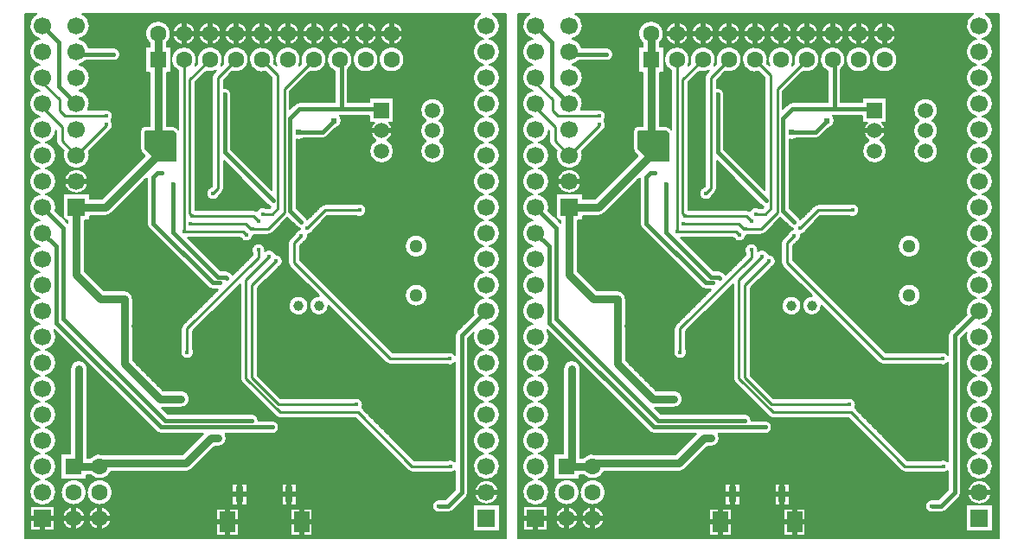
<source format=gbl>
G04*
G04 #@! TF.GenerationSoftware,Altium Limited,Altium Designer,19.0.4 (130)*
G04*
G04 Layer_Physical_Order=2*
G04 Layer_Color=16711680*
%FSLAX24Y24*%
%MOIN*%
G70*
G01*
G75*
%ADD10C,0.0060*%
%ADD26C,0.0100*%
%ADD27C,0.0200*%
%ADD28C,0.0150*%
%ADD29C,0.0300*%
%ADD36R,0.0591X0.0787*%
%ADD37R,0.0315X0.0591*%
%ADD38C,0.0512*%
%ADD39C,0.0394*%
%ADD40C,0.0669*%
%ADD41R,0.0669X0.0669*%
%ADD42C,0.0630*%
%ADD43R,0.0630X0.0630*%
%ADD44R,0.0630X0.0630*%
%ADD45C,0.0591*%
%ADD46R,0.0591X0.0591*%
%ADD47C,0.0160*%
%ADD48C,0.0240*%
D10*
X41502Y33750D02*
G03*
X41227Y34205I-515J0D01*
G01*
X41109Y33250D02*
G03*
X41502Y33750I-122J500D01*
G01*
X40746Y34205D02*
G03*
X40865Y33250I240J-455D01*
G01*
X41109Y32250D02*
G03*
X41502Y32750I-122J500D01*
G01*
D02*
G03*
X41109Y33250I-515J0D01*
G01*
X40865D02*
G03*
X40865Y32250I122J-500D01*
G01*
X41502Y31750D02*
G03*
X41109Y32250I-515J0D01*
G01*
Y31250D02*
G03*
X41502Y31750I-122J500D01*
G01*
Y30750D02*
G03*
X41109Y31250I-515J0D01*
G01*
X40865D02*
G03*
X40865Y30250I122J-500D01*
G01*
X41109D02*
G03*
X41502Y30750I-122J500D01*
G01*
Y29750D02*
G03*
X41109Y30250I-515J0D01*
G01*
X40865D02*
G03*
X40865Y29250I122J-500D01*
G01*
Y32250D02*
G03*
X40865Y31250I122J-500D01*
G01*
X39181Y30094D02*
G03*
X39390Y30487I-266J394D01*
G01*
Y29700D02*
G03*
X39181Y30094I-475J0D01*
G01*
X37775Y33450D02*
G03*
X37775Y33450I-445J0D01*
G01*
X39390Y30487D02*
G03*
X38648Y30094I-475J0D01*
G01*
D02*
G03*
X38648Y29306I266J-394D01*
G01*
X37825Y32450D02*
G03*
X37825Y32450I-495J0D01*
G01*
X41109Y29250D02*
G03*
X41502Y29750I-122J500D01*
G01*
Y28750D02*
G03*
X41109Y29250I-515J0D01*
G01*
Y28250D02*
G03*
X41502Y28750I-122J500D01*
G01*
X40865Y29250D02*
G03*
X40865Y28250I122J-500D01*
G01*
X41109Y27250D02*
G03*
X41502Y27750I-122J500D01*
G01*
D02*
G03*
X41109Y28250I-515J0D01*
G01*
X40865D02*
G03*
X40865Y27250I122J-500D01*
G01*
X41502Y26750D02*
G03*
X41109Y27250I-515J0D01*
G01*
X40865D02*
G03*
X40865Y26250I122J-500D01*
G01*
X41109D02*
G03*
X41502Y26750I-122J500D01*
G01*
X41109Y25250D02*
G03*
X41502Y25750I-122J500D01*
G01*
Y24750D02*
G03*
X41109Y25250I-515J0D01*
G01*
X41502Y25750D02*
G03*
X41109Y26250I-515J0D01*
G01*
X40865D02*
G03*
X40865Y25250I122J-500D01*
G01*
X39181Y29306D02*
G03*
X39390Y29700I-266J394D01*
G01*
Y28913D02*
G03*
X39181Y29306I-475J0D01*
G01*
X38648D02*
G03*
X39390Y28913I266J-394D01*
G01*
X37371Y29700D02*
G03*
X37235Y30012I-425J0D01*
G01*
X37164Y29335D02*
G03*
X37371Y29700I-218J365D01*
G01*
X37421Y28913D02*
G03*
X37164Y29335I-475J0D01*
G01*
X36728D02*
G03*
X37421Y28913I218J-422D01*
G01*
X38716Y25245D02*
G03*
X38716Y25245I-436J0D01*
G01*
X36775Y33450D02*
G03*
X36775Y33450I-445J0D01*
G01*
X35775D02*
G03*
X35775Y33450I-445J0D01*
G01*
X35825Y32450D02*
G03*
X35145Y31991I-495J0D01*
G01*
X36825Y32450D02*
G03*
X36825Y32450I-495J0D01*
G01*
X35655Y32077D02*
G03*
X35825Y32450I-325J373D01*
G01*
X32775Y33450D02*
G03*
X32775Y33450I-445J0D01*
G01*
X34775D02*
G03*
X34775Y33450I-445J0D01*
G01*
X33775D02*
G03*
X33775Y33450I-445J0D01*
G01*
X34183Y31977D02*
G03*
X34825Y32450I147J473D01*
G01*
D02*
G03*
X33857Y32303I-495J0D01*
G01*
X33761Y32206D02*
G03*
X33825Y32450I-431J244D01*
G01*
D02*
G03*
X32899Y32206I-495J0D01*
G01*
X32803Y32303D02*
G03*
X32825Y32450I-473J147D01*
G01*
D02*
G03*
X32477Y31977I-495J0D01*
G01*
X35349Y30285D02*
G03*
X35451Y30285I51J255D01*
G01*
X35410Y30090D02*
G03*
X35338Y30285I-300J0D01*
G01*
X35179Y29798D02*
G03*
X35410Y30090I-69J292D01*
G01*
X34670Y29395D02*
G03*
X34850Y29470I0J255D01*
G01*
X34670Y29395D02*
G03*
X34851Y29470I0J255D01*
G01*
X33665Y29362D02*
G03*
X33908Y29395I85J288D01*
G01*
X36657Y30012D02*
G03*
X36728Y29335I289J-312D01*
G01*
X35969Y26400D02*
G03*
X36350Y26630I121J230D01*
G01*
D02*
G03*
X35969Y26860I-260J0D01*
G01*
X34760D02*
G03*
X34597Y26793I0J-230D01*
G01*
X34760Y26860D02*
G03*
X34597Y26793I0J-230D01*
G01*
X34105Y25691D02*
G03*
X34328Y25873I-25J259D01*
G01*
X34110Y25640D02*
G03*
X34105Y25691I-260J0D01*
G01*
X33927Y25392D02*
G03*
X34110Y25640I-77J248D01*
G01*
X34085Y26281D02*
G03*
X33994Y26386I-235J-111D01*
G01*
X33770Y30795D02*
G03*
X33590Y30720I0J-255D01*
G01*
X33770Y30795D02*
G03*
X33589Y30720I0J-255D01*
G01*
X32544Y26856D02*
G03*
X32678Y26753I216J144D01*
G01*
X33634Y26026D02*
G03*
X33823Y25911I216J144D01*
G01*
X33825Y25899D02*
G03*
X33602Y25717I25J-259D01*
G01*
X33407Y25523D02*
G03*
X33340Y25360I163J-163D01*
G01*
X33407Y25523D02*
G03*
X33340Y25360I163J-163D01*
G01*
X32570Y25690D02*
G03*
X32733Y25757I0J230D01*
G01*
X32570Y25690D02*
G03*
X32733Y25757I0J230D01*
G01*
X32491Y26720D02*
G03*
X32133Y26597I-121J-230D01*
G01*
X32133D02*
G03*
X32000Y26640I-133J-187D01*
G01*
X32133Y26597D02*
G03*
X32000Y26640I-133J-187D01*
G01*
X32867Y24930D02*
G03*
X32455Y25051I-247J-80D01*
G01*
X33140Y24670D02*
G03*
X32867Y24930I-260J0D01*
G01*
X32455Y25051D02*
G03*
X32460Y25100I-255J49D01*
G01*
X31999Y25663D02*
G03*
X32081Y25690I-39J257D01*
G01*
X32460Y25100D02*
G03*
X31960Y25000I-260J0D01*
G01*
X41109Y23250D02*
G03*
X41502Y23750I-122J500D01*
G01*
X41109Y24250D02*
G03*
X41502Y24750I-122J500D01*
G01*
Y23750D02*
G03*
X41109Y24250I-515J0D01*
G01*
X41502Y22750D02*
G03*
X41109Y23250I-515J0D01*
G01*
Y22250D02*
G03*
X41502Y22750I-122J500D01*
G01*
Y21750D02*
G03*
X41109Y22250I-515J0D01*
G01*
Y21250D02*
G03*
X41502Y21750I-122J500D01*
G01*
X41109Y20250D02*
G03*
X41502Y20750I-122J500D01*
G01*
D02*
G03*
X41109Y21250I-515J0D01*
G01*
X41502Y19750D02*
G03*
X41109Y20250I-515J0D01*
G01*
Y19250D02*
G03*
X41502Y19750I-122J500D01*
G01*
X40865Y25250D02*
G03*
X40865Y24250I122J-500D01*
G01*
D02*
G03*
X40865Y23250I122J-500D01*
G01*
D02*
G03*
X40490Y22614I122J-500D01*
G01*
X39850Y21974D02*
G03*
X39775Y21793I180J-181D01*
G01*
X39850Y21973D02*
G03*
X39775Y21793I180J-180D01*
G01*
X40493Y21896D02*
G03*
X40865Y21250I494J-146D01*
G01*
D02*
G03*
X40865Y20250I122J-500D01*
G01*
D02*
G03*
X40865Y19250I122J-500D01*
G01*
X39775Y21046D02*
G03*
X39460Y21140I-215J-146D01*
G01*
X39422Y20680D02*
G03*
X39775Y20754I138J220D01*
G01*
X41109Y18250D02*
G03*
X41502Y18750I-122J500D01*
G01*
X41109Y17250D02*
G03*
X41502Y17750I-122J500D01*
G01*
Y18750D02*
G03*
X41109Y19250I-515J0D01*
G01*
X41502Y17750D02*
G03*
X41109Y18250I-515J0D01*
G01*
X41502Y16750D02*
G03*
X41109Y17250I-515J0D01*
G01*
X41452Y15750D02*
G03*
X41452Y15750I-465J0D01*
G01*
X40865Y19250D02*
G03*
X40865Y18250I122J-500D01*
G01*
D02*
G03*
X40865Y17250I122J-500D01*
G01*
D02*
G03*
X41502Y16750I122J-500D01*
G01*
X40210Y15560D02*
G03*
X40285Y15740I-180J180D01*
G01*
X40210Y15559D02*
G03*
X40285Y15740I-180J181D01*
G01*
X39775Y16933D02*
G03*
X39469Y16980I-185J-183D01*
G01*
Y16520D02*
G03*
X39775Y16567I121J230D01*
G01*
X38716Y23355D02*
G03*
X38716Y23355I-436J0D01*
G01*
X33340Y24620D02*
G03*
X33407Y24457I230J0D01*
G01*
X33340Y24620D02*
G03*
X33407Y24457I230J0D01*
G01*
X32957Y24422D02*
G03*
X33140Y24670I-77J248D01*
G01*
X34538Y23327D02*
G03*
X34907Y22950I-8J-377D01*
G01*
X34119D02*
G03*
X34119Y22950I-377J0D01*
G01*
X39510Y14965D02*
G03*
X39691Y15040I0J255D01*
G01*
X39510Y14965D02*
G03*
X39690Y15040I0J255D01*
G01*
X39160Y15475D02*
G03*
X39049Y15450I0J-255D01*
G01*
D02*
G03*
X39237Y14965I101J-240D01*
G01*
X37117Y20747D02*
G03*
X37280Y20680I163J163D01*
G01*
X37117Y20747D02*
G03*
X37280Y20680I163J163D01*
G01*
X37957Y16587D02*
G03*
X38120Y16520I163J163D01*
G01*
X37957Y16587D02*
G03*
X38120Y16520I163J163D01*
G01*
X36195Y19000D02*
G03*
X36230Y19130I-225J130D01*
G01*
D02*
G03*
X35849Y19360I-260J0D01*
G01*
X32200Y18515D02*
G03*
X31889Y18765I-260J-5D01*
G01*
X32867Y18667D02*
G03*
X33030Y18600I163J163D01*
G01*
X32867Y18667D02*
G03*
X33030Y18600I163J163D01*
G01*
X32990Y18260D02*
G03*
X32679Y18515I-260J0D01*
G01*
Y18005D02*
G03*
X32990Y18260I51J255D01*
G01*
X31775Y33450D02*
G03*
X31775Y33450I-445J0D01*
G01*
X30775D02*
G03*
X30775Y33450I-445J0D01*
G01*
X31825Y32450D02*
G03*
X30857Y32303I-495J0D01*
G01*
X31183Y31977D02*
G03*
X31825Y32450I147J473D01*
G01*
X31150Y31100D02*
G03*
X30860Y31358I-260J0D01*
G01*
X30761Y32206D02*
G03*
X30825Y32450I-431J244D01*
G01*
X30183Y31977D02*
G03*
X30574Y32019I147J473D01*
G01*
X30467Y31913D02*
G03*
X30400Y31750I163J-163D01*
G01*
X30467Y31913D02*
G03*
X30400Y31750I163J-163D01*
G01*
X29775Y33450D02*
G03*
X29775Y33450I-445J0D01*
G01*
X28825D02*
G03*
X28000Y33081I-495J0D01*
G01*
X28660D02*
G03*
X28825Y33450I-330J369D01*
G01*
X30825Y32450D02*
G03*
X29857Y32303I-495J0D01*
G01*
X29825Y32450D02*
G03*
X29120Y32002I-495J0D01*
G01*
X29761Y32206D02*
G03*
X29825Y32450I-431J244D01*
G01*
X31145Y31049D02*
G03*
X31150Y31100I-255J51D01*
G01*
X30793Y27297D02*
G03*
X30860Y27460I-163J163D01*
G01*
X30793Y27297D02*
G03*
X30860Y27460I-163J163D01*
G01*
X31504Y25570D02*
G03*
X31999Y25663I236J110D01*
G01*
X31124Y24226D02*
G03*
X30945Y24300I-179J-181D01*
G01*
X30373Y27528D02*
G03*
X30698Y27203I77J-248D01*
G01*
X31124Y24226D02*
G03*
X30945Y24300I-179J-181D01*
G01*
X29058Y29808D02*
G03*
X28914Y29870I-148J-148D01*
G01*
X29059Y29808D02*
G03*
X28914Y29870I-149J-148D01*
G01*
X26870Y32650D02*
G03*
X26559Y32905I-260J0D01*
G01*
Y32395D02*
G03*
X26870Y32650I51J255D01*
G01*
X27854Y29890D02*
G03*
X27640Y29680I-4J-210D01*
G01*
X27854Y29890D02*
G03*
X27640Y29680I-4J-210D01*
G01*
X26590Y29930D02*
G03*
X26531Y30095I-260J0D01*
G01*
D02*
G03*
X26590Y30260I-201J165D01*
G01*
X26460Y29705D02*
G03*
X26590Y29930I-130J225D01*
G01*
Y30260D02*
G03*
X26220Y30495I-260J0D01*
G01*
X25627D02*
G03*
X25695Y30750I-447J255D01*
G01*
Y33750D02*
G03*
X25420Y34205I-515J0D01*
G01*
X25302Y33250D02*
G03*
X25695Y33750I-122J500D01*
G01*
X25671Y32905D02*
G03*
X25302Y33250I-491J-155D01*
G01*
X23646Y34205D02*
G03*
X23765Y33250I240J-455D01*
G01*
D02*
G03*
X23765Y32250I122J-500D01*
G01*
X25302D02*
G03*
X25553Y32395I-122J500D01*
G01*
X25695Y31750D02*
G03*
X25302Y32250I-515J0D01*
G01*
Y31250D02*
G03*
X25695Y31750I-122J500D01*
G01*
Y30750D02*
G03*
X25302Y31250I-515J0D01*
G01*
X23765Y32250D02*
G03*
X23765Y31250I122J-500D01*
G01*
D02*
G03*
X23765Y30250I122J-500D01*
G01*
D02*
G03*
X23765Y29250I122J-500D01*
G01*
X24400Y29300D02*
G03*
X24467Y29137I230J0D01*
G01*
X24400Y29300D02*
G03*
X24467Y29137I230J0D01*
G01*
X24009Y29250D02*
G03*
X24400Y29710I-122J500D01*
G01*
X24402Y28750D02*
G03*
X24009Y29250I-515J0D01*
G01*
X27640Y29000D02*
G03*
X27702Y28852I210J0D01*
G01*
X27640Y29000D02*
G03*
X27702Y28851I210J0D01*
G01*
X25695Y28750D02*
G03*
X25668Y28913I-515J0D01*
G01*
X24692D02*
G03*
X25695Y28750I488J-163D01*
G01*
X25645Y27750D02*
G03*
X25645Y27750I-465J0D01*
G01*
X26300Y26420D02*
G03*
X26534Y26517I0J330D01*
G01*
X27895Y26120D02*
G03*
X27970Y25939I255J0D01*
G01*
X27895Y26120D02*
G03*
X27970Y25940I255J0D01*
G01*
X26300Y26420D02*
G03*
X26533Y26517I0J330D01*
G01*
X24383Y26614D02*
G03*
X24402Y26750I-496J136D01*
G01*
X24009Y28250D02*
G03*
X24402Y28750I-122J500D01*
G01*
X23765Y29250D02*
G03*
X23765Y28250I122J-500D01*
G01*
D02*
G03*
X23765Y27250I122J-500D01*
G01*
X24402Y27750D02*
G03*
X24009Y28250I-515J0D01*
G01*
Y27250D02*
G03*
X24402Y27750I-122J500D01*
G01*
Y26750D02*
G03*
X24009Y27250I-515J0D01*
G01*
X23765D02*
G03*
X23765Y26250I122J-500D01*
G01*
D02*
G03*
X23765Y25250I122J-500D01*
G01*
D02*
G03*
X23765Y24250I122J-500D01*
G01*
X31205Y24140D02*
G03*
X31124Y24226I-225J-130D01*
G01*
X30260Y23650D02*
G03*
X30440Y23575I180J180D01*
G01*
X30259Y23650D02*
G03*
X30440Y23575I181J180D01*
G01*
X29287Y22223D02*
G03*
X29220Y22060I163J-163D01*
G01*
X29710Y21150D02*
G03*
X29680Y21271I-260J0D01*
G01*
X29287Y22223D02*
G03*
X29220Y22060I163J-163D01*
G01*
X31490Y20140D02*
G03*
X31557Y19977I230J0D01*
G01*
X31490Y20140D02*
G03*
X31557Y19977I230J0D01*
G01*
X29220Y21271D02*
G03*
X29710Y21150I230J-121D01*
G01*
X29220Y19020D02*
G03*
X29550Y19350I0J330D01*
G01*
D02*
G03*
X29220Y19680I-330J0D01*
G01*
X27360Y23205D02*
G03*
X27030Y23535I-330J0D01*
G01*
X27360Y23205D02*
G03*
X27030Y23535I-330J0D01*
G01*
X30970Y17840D02*
G03*
X30926Y18005I-330J0D01*
G01*
X30640Y17510D02*
G03*
X30970Y17840I0J330D01*
G01*
X29410Y16550D02*
G03*
X29643Y16647I0J330D01*
G01*
X29410Y16550D02*
G03*
X29644Y16647I0J330D01*
G01*
X28259Y18080D02*
G03*
X28440Y18005I181J180D01*
G01*
X28260Y18080D02*
G03*
X28440Y18005I180J180D01*
G01*
X25711Y16420D02*
G03*
X26533Y16550I369J330D01*
G01*
X26575Y15750D02*
G03*
X26575Y15750I-495J0D01*
G01*
X26525Y14750D02*
G03*
X26525Y14750I-445J0D01*
G01*
X25610Y20520D02*
G03*
X24950Y20520I-330J0D01*
G01*
X24402Y21750D02*
G03*
X24333Y22006I-515J0D01*
G01*
X24009Y20250D02*
G03*
X24402Y20750I-122J500D01*
G01*
Y17750D02*
G03*
X24009Y18250I-515J0D01*
G01*
X23765Y24250D02*
G03*
X23765Y23250I122J-500D01*
G01*
D02*
G03*
X23765Y22250I122J-500D01*
G01*
D02*
G03*
X23765Y21250I122J-500D01*
G01*
X24009D02*
G03*
X24402Y21750I-122J500D01*
G01*
Y20750D02*
G03*
X24009Y21250I-515J0D01*
G01*
Y19250D02*
G03*
X24402Y19750I-122J500D01*
G01*
D02*
G03*
X24009Y20250I-515J0D01*
G01*
X23765Y21250D02*
G03*
X23765Y20250I122J-500D01*
G01*
D02*
G03*
X23765Y19250I122J-500D01*
G01*
X24402Y18750D02*
G03*
X24009Y19250I-515J0D01*
G01*
Y18250D02*
G03*
X24402Y18750I-122J500D01*
G01*
X23765Y19250D02*
G03*
X23765Y18250I122J-500D01*
G01*
D02*
G03*
X23765Y17250I122J-500D01*
G01*
X26263Y17210D02*
G03*
X25711Y17080I-183J-460D01*
G01*
X25575Y15750D02*
G03*
X25575Y15750I-495J0D01*
G01*
X25525Y14750D02*
G03*
X25525Y14750I-445J0D01*
G01*
X24009Y17250D02*
G03*
X24402Y17750I-122J500D01*
G01*
Y16750D02*
G03*
X24009Y17250I-515J0D01*
G01*
X23765D02*
G03*
X23765Y16250I122J-500D01*
G01*
X24009D02*
G03*
X24402Y16750I-122J500D01*
G01*
Y15750D02*
G03*
X24009Y16250I-515J0D01*
G01*
X23765D02*
G03*
X24402Y15750I122J-500D01*
G01*
X41498Y33810D02*
X41750D01*
X41492Y33850D02*
X41750D01*
X41501Y33730D02*
X41750D01*
X41501Y33770D02*
X41750D01*
X41452Y33970D02*
X41750D01*
X41431Y34010D02*
X41750D01*
X41482Y33890D02*
X41750D01*
X41469Y33930D02*
X41750D01*
X41469Y33570D02*
X41750D01*
X41452Y33530D02*
X41750D01*
X41431Y33490D02*
X41750D01*
X41405Y33450D02*
X41750D01*
X41498Y33690D02*
X41750D01*
X41492Y33650D02*
X41750D01*
X41482Y33610D02*
X41750D01*
X41405Y34050D02*
X41750D01*
X41373Y33410D02*
X41750D01*
X41334Y33370D02*
X41750D01*
X41284Y33330D02*
X41750D01*
X41284Y34170D02*
X41750D01*
X41227Y34205D02*
X41750D01*
X41373Y34090D02*
X41750D01*
X41334Y34130D02*
X41750D01*
X41334Y33130D02*
X41750D01*
X41284Y33170D02*
X41750D01*
X41405Y33050D02*
X41750D01*
X41373Y33090D02*
X41750D01*
X41218Y33290D02*
X41750D01*
X41109Y33250D02*
X41750D01*
X41218Y33210D02*
X41750D01*
X41501Y32730D02*
X41750D01*
X41501Y32770D02*
X41750D01*
X41498Y32690D02*
X41750D01*
X41492Y32650D02*
X41750D01*
X41482Y32890D02*
X41750D01*
X41469Y32930D02*
X41750D01*
X41498Y32810D02*
X41750D01*
X41492Y32850D02*
X41750D01*
X41492Y31850D02*
X41750D01*
X41482Y31890D02*
X41750D01*
X41501Y31770D02*
X41750D01*
X41498Y31810D02*
X41750D01*
X41482Y32610D02*
X41750D01*
X41469Y32570D02*
X41750D01*
X41469Y31930D02*
X41750D01*
X41431Y32490D02*
X41750D01*
X41405Y32450D02*
X41750D01*
X41218Y32210D02*
X41750D01*
X41218Y32290D02*
X41750D01*
X41452Y32970D02*
X41750D01*
X41431Y33010D02*
X41750D01*
X41452Y32530D02*
X41750D01*
X41431Y32010D02*
X41750D01*
X41405Y32050D02*
X41750D01*
X41452Y31530D02*
X41750D01*
X41452Y31970D02*
X41750D01*
X41334Y32130D02*
X41750D01*
X41284Y32170D02*
X41750D01*
X41373Y32090D02*
X41750D01*
X41470Y33927D02*
Y34205D01*
X41430Y34012D02*
Y34205D01*
X41390Y34070D02*
Y34205D01*
X41350Y34115D02*
Y34205D01*
X41310Y34151D02*
Y34205D01*
X41190Y33223D02*
Y33277D01*
X41470Y32927D02*
Y33573D01*
X41430Y33012D02*
Y33488D01*
X41390Y33070D02*
Y33430D01*
X41350Y33115D02*
Y33385D01*
X41310Y33151D02*
Y33349D01*
X41270Y33180D02*
Y33320D01*
X41230Y33204D02*
Y33296D01*
X40670Y34156D02*
Y34205D01*
X40790Y33226D02*
Y33275D01*
X40630Y34121D02*
Y34205D01*
X40550Y34022D02*
Y34205D01*
X40510Y33943D02*
Y34205D01*
X40590Y34078D02*
Y34205D01*
X40670Y33156D02*
Y33344D01*
X40630Y33121D02*
Y33379D01*
X40750Y33207D02*
Y33293D01*
X40710Y33184D02*
Y33316D01*
X40550Y33022D02*
Y33478D01*
X40510Y32943D02*
Y33557D01*
X40590Y33078D02*
Y33422D01*
X41390Y32070D02*
Y32430D01*
X41373Y32410D02*
X41750D01*
X41334Y32370D02*
X41750D01*
X41284Y32330D02*
X41750D01*
X41350Y32115D02*
Y32385D01*
X41310Y32151D02*
Y32349D01*
X41270Y32180D02*
Y32320D01*
X41230Y32204D02*
Y32296D01*
X41498Y31690D02*
X41750D01*
X41492Y31650D02*
X41750D01*
X41482Y31610D02*
X41750D01*
X41469Y31570D02*
X41750D01*
X41470Y31927D02*
Y32573D01*
X41430Y32012D02*
Y32488D01*
X41501Y31730D02*
X41750D01*
X41190Y32223D02*
Y32277D01*
X41109Y32250D02*
X41750D01*
X40750Y32207D02*
Y32293D01*
X40790Y32225D02*
Y32274D01*
X40670Y32156D02*
Y32344D01*
X40630Y32121D02*
Y32379D01*
X40710Y32184D02*
Y32316D01*
X40550Y32022D02*
Y32478D01*
X40510Y31943D02*
Y32557D01*
X40590Y32078D02*
Y32422D01*
X41431Y31490D02*
X41750D01*
X41405Y31450D02*
X41750D01*
X41373Y31090D02*
X41750D01*
X41373Y31410D02*
X41750D01*
X41430Y31012D02*
Y31488D01*
X41390Y31070D02*
Y31430D01*
X41431Y31010D02*
X41750D01*
X41405Y31050D02*
X41750D01*
X41469Y30930D02*
X41750D01*
X41452Y30970D02*
X41750D01*
X41498Y30810D02*
X41750D01*
X41482Y30890D02*
X41750D01*
X41492Y30850D02*
X41750D01*
X41470Y30927D02*
Y31573D01*
X41501Y30770D02*
X41750D01*
X41334Y31370D02*
X41750D01*
X41284Y31330D02*
X41750D01*
X41218Y31290D02*
X41750D01*
X41109Y31250D02*
X41750D01*
X41230Y31204D02*
Y31296D01*
X41218Y31210D02*
X41750D01*
X41190Y31223D02*
Y31277D01*
X41350Y31115D02*
Y31385D01*
X41334Y31130D02*
X41750D01*
X41284Y31170D02*
X41750D01*
X41310Y31151D02*
Y31349D01*
X41270Y31180D02*
Y31320D01*
X41469Y30570D02*
X41750D01*
X41452Y30530D02*
X41750D01*
X41431Y30490D02*
X41750D01*
X41405Y30450D02*
X41750D01*
X41501Y30730D02*
X41750D01*
X41498Y30690D02*
X41750D01*
X41492Y30650D02*
X41750D01*
X41482Y30610D02*
X41750D01*
X41470Y29927D02*
Y30573D01*
X41373Y30410D02*
X41750D01*
X41373Y30090D02*
X41750D01*
X41334Y30370D02*
X41750D01*
X41430Y30012D02*
Y30488D01*
X41390Y30070D02*
Y30430D01*
X41350Y30115D02*
Y30385D01*
X41284Y30330D02*
X41750D01*
X41218Y30290D02*
X41750D01*
X41218Y30210D02*
X41750D01*
X41109Y30250D02*
X41750D01*
X41190Y30223D02*
Y30277D01*
X39326Y30250D02*
X40865D01*
X41310Y30151D02*
Y30349D01*
X41334Y30130D02*
X41750D01*
X41284Y30170D02*
X41750D01*
X41270Y30180D02*
Y30320D01*
X41230Y30204D02*
Y30296D01*
X40710Y31184D02*
Y31316D01*
X40790Y31226D02*
Y31274D01*
X40750Y31207D02*
Y31293D01*
X40590Y31078D02*
Y31422D01*
X40550Y31022D02*
Y31478D01*
X40670Y31156D02*
Y31344D01*
X40630Y31121D02*
Y31379D01*
X40510Y30943D02*
Y31557D01*
X39263Y30810D02*
X40476D01*
X39323Y30730D02*
X40473D01*
X39296Y30770D02*
X40473D01*
X39310Y30751D02*
Y34205D01*
X39270Y30803D02*
Y34205D01*
X39350Y30677D02*
Y34205D01*
X38990Y30957D02*
Y34205D01*
X38950Y30961D02*
Y34205D01*
X39070Y30936D02*
Y34205D01*
X39030Y30948D02*
Y34205D01*
X38870Y30961D02*
Y34205D01*
X38830Y30955D02*
Y34205D01*
X38910Y30963D02*
Y34205D01*
X39230Y30843D02*
Y34205D01*
X39087Y30930D02*
X40505D01*
X39222Y30850D02*
X40482D01*
X39167Y30890D02*
X40492D01*
X39150Y30900D02*
Y34205D01*
X39110Y30921D02*
Y34205D01*
X39190Y30875D02*
Y34205D01*
X39388Y30450D02*
X40569D01*
X39383Y30410D02*
X40601D01*
X40790Y30226D02*
Y30275D01*
X39375Y30370D02*
X40640D01*
X39382Y30570D02*
X40505D01*
X39373Y30610D02*
X40492D01*
X39390Y30490D02*
X40543D01*
X39388Y30530D02*
X40522D01*
X40670Y30156D02*
Y30344D01*
X40630Y30121D02*
Y30379D01*
X40750Y30207D02*
Y30293D01*
X40710Y30184D02*
Y30316D01*
X40550Y30022D02*
Y30478D01*
X40510Y29943D02*
Y30557D01*
X40590Y30078D02*
Y30422D01*
X39363Y30330D02*
X40689D01*
X39347Y30290D02*
X40756D01*
X39300Y30210D02*
X40756D01*
X39268Y30170D02*
X40689D01*
X39361Y30650D02*
X40482D01*
X39344Y30690D02*
X40476D01*
X39228Y30130D02*
X40640D01*
X39350Y29890D02*
Y30298D01*
X39186Y30090D02*
X40601D01*
X39310Y29963D02*
Y30224D01*
X39270Y30015D02*
Y30172D01*
X39230Y30055D02*
Y30132D01*
X37727Y33650D02*
X40482D01*
X37705Y33690D02*
X40476D01*
X37758Y33570D02*
X40505D01*
X37745Y33610D02*
X40492D01*
X37710Y33681D02*
Y34205D01*
X37670Y33737D02*
Y34205D01*
X37750Y33597D02*
Y34205D01*
X37676Y33730D02*
X40473D01*
X37775Y33450D02*
X40569D01*
X37773Y33410D02*
X40601D01*
X37768Y33370D02*
X40640D01*
X37758Y33330D02*
X40689D01*
X37790Y32633D02*
Y34205D01*
X37768Y33530D02*
X40522D01*
X37773Y33490D02*
X40543D01*
X37590Y33811D02*
Y34205D01*
X37396Y33890D02*
X40492D01*
X37592Y33810D02*
X40476D01*
X37525Y33850D02*
X40482D01*
X37470Y33872D02*
Y34205D01*
X37430Y33884D02*
Y34205D01*
X37550Y33837D02*
Y34205D01*
X37510Y33857D02*
Y34205D01*
X37630Y33779D02*
Y34205D01*
X37639Y33770D02*
X40473D01*
X37745Y33290D02*
X40756D01*
X37727Y33250D02*
X40865D01*
X37705Y33210D02*
X40756D01*
X37676Y33170D02*
X40689D01*
X37710Y32767D02*
Y33219D01*
X37670Y32810D02*
Y33163D01*
X37738Y32730D02*
X40473D01*
X37708Y32770D02*
X40473D01*
X37810Y32570D02*
X40505D01*
X37798Y32610D02*
X40492D01*
X37823Y32490D02*
X40543D01*
X37818Y32530D02*
X40522D01*
X37763Y32690D02*
X40476D01*
X37750Y32712D02*
Y33303D01*
X37783Y32650D02*
X40482D01*
X37639Y33130D02*
X40640D01*
X37592Y33090D02*
X40601D01*
X37525Y33050D02*
X40569D01*
X37396Y33010D02*
X40543D01*
X37470Y32925D02*
Y33028D01*
X37430Y32935D02*
Y33016D01*
X37451Y32930D02*
X40505D01*
X37630Y32844D02*
Y33121D01*
X37557Y32890D02*
X40492D01*
X37670Y32810D02*
X40476D01*
X37622Y32850D02*
X40482D01*
X37590Y32871D02*
Y33089D01*
X37550Y32893D02*
Y33063D01*
X37510Y32911D02*
Y33043D01*
X37310Y33895D02*
Y34205D01*
X37270Y33891D02*
Y34205D01*
X37390Y33891D02*
Y34205D01*
X37350Y33895D02*
Y34205D01*
X37150Y33857D02*
Y34205D01*
X37110Y33837D02*
Y34205D01*
X37230Y33884D02*
Y34205D01*
X37190Y33872D02*
Y34205D01*
X36990Y33737D02*
Y34205D01*
X36950Y33681D02*
Y34205D01*
X37070Y33811D02*
Y34205D01*
X37030Y33779D02*
Y34205D01*
X36910Y33597D02*
Y34205D01*
X36870Y32633D02*
Y34205D01*
X36775Y33450D02*
X36885D01*
X36525Y33850D02*
X37135D01*
X36396Y33890D02*
X37264D01*
X36639Y33770D02*
X37021D01*
X36592Y33810D02*
X37068D01*
X36705Y33690D02*
X36955D01*
X36676Y33730D02*
X36984D01*
X36727Y33650D02*
X36933D01*
X36758Y33570D02*
X36902D01*
X36745Y33610D02*
X36915D01*
X36768Y33530D02*
X36892D01*
X36758Y33330D02*
X36902D01*
X36773Y33410D02*
X36887D01*
X36773Y33490D02*
X36887D01*
X36768Y33370D02*
X36892D01*
X37390Y32941D02*
Y33009D01*
X37270Y32941D02*
Y33009D01*
X37350Y32945D02*
Y33005D01*
X37310Y32945D02*
Y33005D01*
X37150Y32911D02*
Y33043D01*
X37110Y32893D02*
Y33063D01*
X37230Y32935D02*
Y33016D01*
X37190Y32925D02*
Y33028D01*
X36990Y32810D02*
Y33163D01*
X36950Y32767D02*
Y33219D01*
X37070Y32871D02*
Y33089D01*
X37030Y32844D02*
Y33121D01*
X36910Y32712D02*
Y33303D01*
X36763Y32690D02*
X36897D01*
X36783Y32650D02*
X36877D01*
X36676Y33170D02*
X36984D01*
X36639Y33130D02*
X37021D01*
X36592Y33090D02*
X37068D01*
X36525Y33050D02*
X37135D01*
X36745Y33290D02*
X36915D01*
X36727Y33250D02*
X36933D01*
X36705Y33210D02*
X36955D01*
X36451Y32930D02*
X37209D01*
X36396Y33010D02*
X37264D01*
X36622Y32850D02*
X37038D01*
X36557Y32890D02*
X37103D01*
X36708Y32770D02*
X36952D01*
X36670Y32810D02*
X36990D01*
X36738Y32730D02*
X36922D01*
X37810Y32330D02*
X40689D01*
X37798Y32290D02*
X40756D01*
X37783Y32250D02*
X40865D01*
X37763Y32210D02*
X40756D01*
X37825Y32450D02*
X40569D01*
X37823Y32410D02*
X40601D01*
X37818Y32370D02*
X40640D01*
X37738Y32170D02*
X40689D01*
X38710Y30917D02*
Y34205D01*
X38670Y30895D02*
Y34205D01*
X38790Y30946D02*
Y34205D01*
X38750Y30933D02*
Y34205D01*
X38590Y30835D02*
Y34205D01*
X38550Y30793D02*
Y34205D01*
X38630Y30868D02*
Y34205D01*
X37708Y32130D02*
X40640D01*
X37670Y32090D02*
X40601D01*
X37622Y32050D02*
X40569D01*
X37557Y32010D02*
X40543D01*
X37451Y31970D02*
X40522D01*
X35655Y31930D02*
X40505D01*
X35655Y31890D02*
X40492D01*
X35655Y31810D02*
X40476D01*
X35655Y31850D02*
X40482D01*
X35655Y31610D02*
X40492D01*
X35655Y31650D02*
X40482D01*
X35655Y31730D02*
X40473D01*
X35655Y31770D02*
X40473D01*
X35655Y31690D02*
X40476D01*
X35655Y31370D02*
X40640D01*
X35655Y31410D02*
X40601D01*
X37421Y30890D02*
X38662D01*
X37421Y30930D02*
X38741D01*
X37421Y30810D02*
X38565D01*
X37421Y30850D02*
X38607D01*
X37421Y30210D02*
X38528D01*
X37421Y30770D02*
X38532D01*
X37421Y30130D02*
X38601D01*
X37421Y30090D02*
X38643D01*
X38550Y30005D02*
Y30182D01*
X37421Y30170D02*
X38561D01*
X38590Y30047D02*
Y30140D01*
X35655Y31330D02*
X40689D01*
X35655Y31450D02*
X40569D01*
X35655Y31250D02*
X40865D01*
X35655Y31290D02*
X40756D01*
X35655Y31530D02*
X40522D01*
X35655Y31570D02*
X40505D01*
X35655Y31490D02*
X40543D01*
X35655Y31170D02*
X40689D01*
X35655Y31210D02*
X40756D01*
X35655Y31090D02*
X40601D01*
X35655Y31130D02*
X40640D01*
X35655Y31010D02*
X40543D01*
X35655Y31050D02*
X40569D01*
X35655Y30970D02*
X40522D01*
X38390Y25667D02*
Y34205D01*
X38350Y25675D02*
Y34205D01*
X38510Y30737D02*
Y34205D01*
X38470Y30656D02*
Y34205D01*
X38230Y25678D02*
Y34205D01*
X38190Y25671D02*
Y34205D01*
X38310Y25680D02*
Y34205D01*
X38270Y25681D02*
Y34205D01*
X38110Y25646D02*
Y34205D01*
X38070Y25627D02*
Y34205D01*
X38430Y25654D02*
Y34205D01*
X38150Y25661D02*
Y34205D01*
X37990Y25570D02*
Y34205D01*
X37950Y25530D02*
Y34205D01*
X38030Y25602D02*
Y34205D01*
X36738Y32170D02*
X36922D01*
X36708Y32130D02*
X36952D01*
X36670Y32090D02*
X36990D01*
X36798Y32290D02*
X36862D01*
X36783Y32250D02*
X36877D01*
X36763Y32210D02*
X36897D01*
X37910Y25475D02*
Y34205D01*
X37870Y25393D02*
Y34205D01*
X37030Y30963D02*
Y32056D01*
X36990Y30963D02*
Y32090D01*
X36910Y30963D02*
Y32188D01*
X36870Y30963D02*
Y32267D01*
X36950Y30963D02*
Y32133D01*
X37421Y30690D02*
X38484D01*
X37421Y30730D02*
X38506D01*
X37421Y30610D02*
X38455D01*
X37421Y30650D02*
X38468D01*
X37421Y30530D02*
X38441D01*
X37421Y30570D02*
X38446D01*
X37421Y30450D02*
X38440D01*
X37421Y30490D02*
X38439D01*
X38470Y29869D02*
Y30319D01*
X37421Y30290D02*
X38482D01*
X38510Y29950D02*
Y30237D01*
X37421Y30250D02*
X38503D01*
X37421Y30370D02*
X38454D01*
X37421Y30012D02*
Y30963D01*
Y30330D02*
X38466D01*
X37390Y30963D02*
Y31959D01*
X37230Y30963D02*
Y31965D01*
X37310Y30963D02*
Y31955D01*
X37270Y30963D02*
Y31959D01*
X36622Y32050D02*
X37038D01*
X36557Y32010D02*
X37103D01*
X36451Y31970D02*
X37209D01*
X37350Y30963D02*
Y31955D01*
X37190Y30963D02*
Y31975D01*
X37421Y30410D02*
X38445D01*
X36470Y30963D02*
X37421D01*
X37110D02*
Y32007D01*
X37070Y30963D02*
Y32029D01*
X37150Y30963D02*
Y31989D01*
X41501Y29770D02*
X41750D01*
X41498Y29810D02*
X41750D01*
X41501Y29730D02*
X41750D01*
X41498Y29690D02*
X41750D01*
X41469Y29930D02*
X41750D01*
X41452Y29970D02*
X41750D01*
X41492Y29850D02*
X41750D01*
X41482Y29890D02*
X41750D01*
X41452Y28970D02*
X41750D01*
X41452Y29530D02*
X41750D01*
X41482Y28890D02*
X41750D01*
X41469Y28930D02*
X41750D01*
X41492Y29650D02*
X41750D01*
X41482Y29610D02*
X41750D01*
X41469Y29570D02*
X41750D01*
X41373Y29410D02*
X41750D01*
X41334Y29370D02*
X41750D01*
X41284Y29330D02*
X41750D01*
X41218Y29290D02*
X41750D01*
X41431Y30010D02*
X41750D01*
X41405Y30050D02*
X41750D01*
X41431Y29490D02*
X41750D01*
X41405Y29450D02*
X41750D01*
X41373Y29090D02*
X41750D01*
X41334Y29130D02*
X41750D01*
X41431Y29010D02*
X41750D01*
X41405Y29050D02*
X41750D01*
X41218Y29210D02*
X41750D01*
X41109Y29250D02*
X41750D01*
X41284Y29170D02*
X41750D01*
X41498Y28690D02*
X41750D01*
X41492Y28650D02*
X41750D01*
X41482Y28610D02*
X41750D01*
X41469Y28570D02*
X41750D01*
X41498Y28810D02*
X41750D01*
X41492Y28850D02*
X41750D01*
X41501Y28730D02*
X41750D01*
X41501Y28770D02*
X41750D01*
X41492Y27850D02*
X41750D01*
X41482Y27890D02*
X41750D01*
X41501Y27730D02*
X41750D01*
X41501Y27770D02*
X41750D01*
X41452Y27970D02*
X41750D01*
X41452Y28530D02*
X41750D01*
X41469Y27930D02*
X41750D01*
X41334Y28370D02*
X41750D01*
X41284Y28330D02*
X41750D01*
X41218Y28290D02*
X41750D01*
X41109Y28250D02*
X41750D01*
X41431Y28490D02*
X41750D01*
X41405Y28450D02*
X41750D01*
X41373Y28410D02*
X41750D01*
X41431Y28010D02*
X41750D01*
X41218Y27290D02*
X41750D01*
X41218Y27210D02*
X41750D01*
X41109Y27250D02*
X41750D01*
X41373Y28090D02*
X41750D01*
X41218Y28210D02*
X41750D01*
X41405Y28050D02*
X41750D01*
X41430Y29012D02*
Y29488D01*
X41390Y29070D02*
Y29430D01*
X41350Y29115D02*
Y29385D01*
X41310Y29151D02*
Y29349D01*
X41270Y29180D02*
Y29320D01*
X41230Y29204D02*
Y29296D01*
X41190Y29223D02*
Y29277D01*
X41470Y28927D02*
Y29573D01*
Y27927D02*
Y28573D01*
X41430Y28012D02*
Y28488D01*
X41390Y28070D02*
Y28430D01*
X41350Y28115D02*
Y28385D01*
X40710Y29184D02*
Y29316D01*
X40670Y29156D02*
Y29344D01*
X40790Y29225D02*
Y29274D01*
X40750Y29207D02*
Y29293D01*
X40590Y29078D02*
Y29422D01*
X39389Y29690D02*
X40476D01*
X40630Y29121D02*
Y29379D01*
X40550Y29022D02*
Y29478D01*
X40590Y28078D02*
Y28422D01*
X40550Y28022D02*
Y28478D01*
X40510Y28943D02*
Y29557D01*
X39389Y28930D02*
X40505D01*
X40510Y27943D02*
Y28557D01*
X41334Y28130D02*
X41750D01*
X41284Y28170D02*
X41750D01*
X41498Y27810D02*
X41750D01*
X41482Y27610D02*
X41750D01*
X41310Y28151D02*
Y28349D01*
X41270Y28180D02*
Y28320D01*
X41498Y27690D02*
X41750D01*
X41492Y27650D02*
X41750D01*
X41405Y27450D02*
X41750D01*
X41373Y27410D02*
X41750D01*
X41334Y27370D02*
X41750D01*
X41284Y27330D02*
X41750D01*
X41469Y27570D02*
X41750D01*
X41452Y27530D02*
X41750D01*
X41431Y27490D02*
X41750D01*
X41230Y28204D02*
Y28296D01*
X40750Y28207D02*
Y28293D01*
X41190Y28223D02*
Y28277D01*
X40790Y28226D02*
Y28275D01*
X40670Y28156D02*
Y28344D01*
X40630Y28121D02*
Y28379D01*
X40710Y28184D02*
Y28316D01*
X41230Y27204D02*
Y27296D01*
X41190Y27223D02*
Y27277D01*
X40750Y27207D02*
Y27293D01*
X40790Y27225D02*
Y27274D01*
X41482Y26610D02*
X41750D01*
X41469Y26570D02*
X41750D01*
X41452Y26530D02*
X41750D01*
X41431Y26490D02*
X41750D01*
X41492Y26850D02*
X41750D01*
X41482Y26890D02*
X41750D01*
X41501Y26730D02*
X41750D01*
X41492Y26650D02*
X41750D01*
X41482Y25890D02*
X41750D01*
X41469Y25930D02*
X41750D01*
X41498Y25810D02*
X41750D01*
X41492Y25850D02*
X41750D01*
X41431Y26010D02*
X41750D01*
X41405Y26450D02*
X41750D01*
X41452Y25970D02*
X41750D01*
X41405Y27050D02*
X41750D01*
X41373Y26410D02*
X41750D01*
X41334Y26370D02*
X41750D01*
X41284Y26330D02*
X41750D01*
X41334Y27130D02*
X41750D01*
X41284Y27170D02*
X41750D01*
X41373Y27090D02*
X41750D01*
X41334Y26130D02*
X41750D01*
X41284Y26170D02*
X41750D01*
X41405Y26050D02*
X41750D01*
X41373Y26090D02*
X41750D01*
X41218Y26290D02*
X41750D01*
X41109Y26250D02*
X41750D01*
X41218Y26210D02*
X41750D01*
X41482Y25610D02*
X41750D01*
X41469Y25570D02*
X41750D01*
X41482Y24890D02*
X41750D01*
X41469Y24930D02*
X41750D01*
X41501Y25730D02*
X41750D01*
X41501Y25770D02*
X41750D01*
X41498Y25690D02*
X41750D01*
X41492Y25650D02*
X41750D01*
X41501Y24730D02*
X41750D01*
X41498Y24690D02*
X41750D01*
X41492Y24650D02*
X41750D01*
X41482Y24610D02*
X41750D01*
X41498Y24810D02*
X41750D01*
X41492Y24850D02*
X41750D01*
X41501Y24770D02*
X41750D01*
X41373Y25410D02*
X41750D01*
X41334Y25370D02*
X41750D01*
X41284Y25330D02*
X41750D01*
X41218Y25290D02*
X41750D01*
X41452Y25530D02*
X41750D01*
X41431Y25490D02*
X41750D01*
X41405Y25450D02*
X41750D01*
X41405Y25050D02*
X41750D01*
X41373Y25090D02*
X41750D01*
X41452Y24970D02*
X41750D01*
X41431Y25010D02*
X41750D01*
X41218Y25210D02*
X41750D01*
X41109Y25250D02*
X41750D01*
X41284Y25170D02*
X41750D01*
X41470Y26927D02*
Y27573D01*
X41431Y27010D02*
X41750D01*
X41469Y26930D02*
X41750D01*
X41452Y26970D02*
X41750D01*
X41430Y27012D02*
Y27488D01*
X41390Y27070D02*
Y27430D01*
X41350Y27115D02*
Y27385D01*
X41310Y27151D02*
Y27349D01*
X41501Y26770D02*
X41750D01*
X41498Y26810D02*
X41750D01*
X41498Y26690D02*
X41750D01*
X41470Y25927D02*
Y26573D01*
X41430Y26012D02*
Y26488D01*
X41390Y26070D02*
Y26430D01*
X41350Y26115D02*
Y26385D01*
X40670Y27156D02*
Y27344D01*
X40630Y27121D02*
Y27379D01*
X41270Y27180D02*
Y27320D01*
X40710Y27184D02*
Y27316D01*
X40550Y27022D02*
Y27478D01*
X40510Y26943D02*
Y27557D01*
X40590Y27078D02*
Y27422D01*
X40630Y26121D02*
Y26379D01*
X40550Y26022D02*
Y26478D01*
X40510Y25943D02*
Y26557D01*
X40590Y26078D02*
Y26422D01*
X41310Y26151D02*
Y26349D01*
X41270Y26180D02*
Y26320D01*
Y25180D02*
Y25320D01*
X41230Y26204D02*
Y26296D01*
X41190Y26223D02*
Y26277D01*
X41230Y25204D02*
Y25296D01*
X41190Y25223D02*
Y25277D01*
X41470Y24927D02*
Y25573D01*
X41430Y25012D02*
Y25488D01*
X41334Y25130D02*
X41750D01*
X41390Y25070D02*
Y25430D01*
X41350Y25115D02*
Y25385D01*
X41310Y25151D02*
Y25349D01*
X40790Y26226D02*
Y26274D01*
Y25226D02*
Y25275D01*
X40710Y26184D02*
Y26316D01*
X40670Y26156D02*
Y26344D01*
X40750Y26207D02*
Y26293D01*
X40670Y25156D02*
Y25344D01*
X40630Y25121D02*
Y25379D01*
X40750Y25207D02*
Y25293D01*
X40710Y25184D02*
Y25316D01*
X40550Y25022D02*
Y25478D01*
X40510Y24943D02*
Y25557D01*
X40590Y25078D02*
Y25422D01*
X39350Y29890D02*
X40492D01*
X39330Y29930D02*
X40505D01*
X39381Y29610D02*
X40492D01*
X39365Y29850D02*
X40482D01*
X39384Y29770D02*
X40473D01*
X39377Y29810D02*
X40476D01*
X39389Y29730D02*
X40473D01*
X39387Y29650D02*
X40482D01*
X39341Y29490D02*
X40543D01*
X39318Y29450D02*
X40569D01*
X39337Y29130D02*
X40640D01*
X39314Y29170D02*
X40689D01*
X39371Y29570D02*
X40505D01*
X39358Y29530D02*
X40522D01*
X39350Y29102D02*
Y29510D01*
X39291Y29410D02*
X40601D01*
X39256Y29370D02*
X40640D01*
X39213Y29330D02*
X40689D01*
X39203Y29290D02*
X40756D01*
X39275Y30010D02*
X40543D01*
X39236Y30050D02*
X40569D01*
X39305Y29970D02*
X40522D01*
X39285Y29210D02*
X40756D01*
X39249Y29250D02*
X40865D01*
X39310Y29176D02*
Y29437D01*
X39270Y29228D02*
Y29385D01*
X39230Y29268D02*
Y29345D01*
X39369Y29050D02*
X40569D01*
X39355Y29090D02*
X40601D01*
X39386Y28970D02*
X40522D01*
X39379Y29010D02*
X40543D01*
X39389Y28890D02*
X40492D01*
X39385Y28850D02*
X40482D01*
X39378Y28810D02*
X40476D01*
X39368Y28770D02*
X40473D01*
X39281Y28610D02*
X40492D01*
X39244Y28570D02*
X40505D01*
X39196Y28530D02*
X40522D01*
X39132Y28490D02*
X40543D01*
X39353Y28730D02*
X40473D01*
X39334Y28690D02*
X40476D01*
X39310Y28650D02*
X40482D01*
X39023Y28450D02*
X40569D01*
X33665Y28410D02*
X40601D01*
X33665Y28330D02*
X40689D01*
X33665Y28370D02*
X40640D01*
X37228Y28530D02*
X38632D01*
X37163Y28490D02*
X38697D01*
X37055Y28450D02*
X38805D01*
X33665Y28250D02*
X40865D01*
X33665Y28290D02*
X40756D01*
X33665Y28170D02*
X40689D01*
X33665Y28210D02*
X40756D01*
X33665Y28090D02*
X40601D01*
X33665Y28130D02*
X40640D01*
X33665Y28050D02*
X40569D01*
X37421Y30050D02*
X38593D01*
X37344Y29850D02*
X38463D01*
X37365Y29770D02*
X38444D01*
X37357Y29810D02*
X38452D01*
X37370Y29730D02*
X38440D01*
X37350Y29832D02*
Y30012D01*
X37371Y29690D02*
X38439D01*
X37368Y29650D02*
X38442D01*
X38470Y29081D02*
Y29531D01*
X37351Y29570D02*
X38457D01*
X38510Y29163D02*
Y29450D01*
X37336Y29530D02*
X38470D01*
X37390Y29081D02*
Y30012D01*
X37361Y29610D02*
X38448D01*
X37350Y29163D02*
Y29568D01*
X37274Y29970D02*
X38523D01*
X37237Y30010D02*
X38554D01*
X37326Y29890D02*
X38479D01*
X37303Y29930D02*
X38498D01*
X37310Y29920D02*
Y30012D01*
X37270Y29975D02*
Y30012D01*
X37235D02*
X37421D01*
X37316Y29490D02*
X38488D01*
X37290Y29450D02*
X38510D01*
X37310Y29218D02*
Y29481D01*
X38590Y29260D02*
Y29353D01*
X38550Y29218D02*
Y29395D01*
X37368Y29130D02*
X38492D01*
X37345Y29170D02*
X38515D01*
X37401Y29050D02*
X38459D01*
X37387Y29090D02*
X38473D01*
X37418Y28970D02*
X38442D01*
X37411Y29010D02*
X38449D01*
X37410Y28810D02*
X38450D01*
X37399Y28770D02*
X38461D01*
X37385Y28730D02*
X38475D01*
X37366Y28690D02*
X38494D01*
X37421Y28930D02*
X38439D01*
X37420Y28890D02*
X38440D01*
X37417Y28850D02*
X38443D01*
X37257Y29410D02*
X38538D01*
X37214Y29370D02*
X38572D01*
X37235Y29290D02*
X38625D01*
X37173Y29330D02*
X38616D01*
X37270Y29260D02*
Y29425D01*
X37230Y29293D02*
Y29384D01*
X37190Y29320D02*
Y29352D01*
X37316Y29210D02*
X38544D01*
X37280Y29250D02*
X38580D01*
X37312Y28610D02*
X38548D01*
X37275Y28570D02*
X38585D01*
X37342Y28650D02*
X38518D01*
X33665Y27450D02*
X40569D01*
X33665Y28010D02*
X40543D01*
X33665Y27370D02*
X40640D01*
X33665Y27410D02*
X40601D01*
X33665Y27530D02*
X40522D01*
X33665Y27970D02*
X40522D01*
X36349Y26610D02*
X40492D01*
X33665Y27490D02*
X40543D01*
X36278Y26450D02*
X40569D01*
X36229Y26410D02*
X40601D01*
X36090Y26370D02*
X40640D01*
X34785Y26330D02*
X40689D01*
X36343Y26570D02*
X40505D01*
X36330Y26530D02*
X40522D01*
X36309Y26490D02*
X40543D01*
X33665Y27290D02*
X40756D01*
X33665Y27330D02*
X40689D01*
X33665Y27210D02*
X40756D01*
X33665Y27250D02*
X40865D01*
X33665Y27890D02*
X40492D01*
X33665Y27930D02*
X40505D01*
X33665Y27570D02*
X40505D01*
X33665Y27130D02*
X40640D01*
X33665Y27170D02*
X40689D01*
X33665Y27050D02*
X40569D01*
X33665Y27090D02*
X40601D01*
X33665Y26970D02*
X40522D01*
X33665Y27010D02*
X40543D01*
X33665Y26930D02*
X40505D01*
X38708Y25330D02*
X40689D01*
X38698Y25370D02*
X40640D01*
X38716Y25250D02*
X40865D01*
X38714Y25290D02*
X40756D01*
X38640Y25490D02*
X40543D01*
X38610Y25530D02*
X40522D01*
X38683Y25410D02*
X40601D01*
X38665Y25450D02*
X40569D01*
X38715Y25210D02*
X40756D01*
X38709Y25170D02*
X40689D01*
X38700Y25130D02*
X40640D01*
X38687Y25090D02*
X40601D01*
X38670Y25050D02*
X40569D01*
X38647Y25010D02*
X40543D01*
X38618Y24970D02*
X40522D01*
X34745Y26290D02*
X40756D01*
X34705Y26250D02*
X40865D01*
X34665Y26210D02*
X40756D01*
X34625Y26170D02*
X40689D01*
X34585Y26130D02*
X40640D01*
X34545Y26090D02*
X40601D01*
X34505Y26050D02*
X40569D01*
X34465Y26010D02*
X40543D01*
X34425Y25970D02*
X40522D01*
X38581Y24930D02*
X40505D01*
X34385Y25930D02*
X40505D01*
X38570Y25570D02*
X40505D01*
X34345Y25890D02*
X40492D01*
X38533Y24890D02*
X40492D01*
X36278Y26810D02*
X40476D01*
X36229Y26850D02*
X40482D01*
X38441Y25650D02*
X40482D01*
X36349Y26650D02*
X40482D01*
X38470Y25637D02*
Y28744D01*
X36309Y26770D02*
X40473D01*
X36343Y26690D02*
X40476D01*
X36330Y26730D02*
X40473D01*
X38670Y25440D02*
Y28505D01*
X38630Y25505D02*
Y28532D01*
X38710Y25316D02*
Y28483D01*
X38550Y25587D02*
Y28607D01*
X38510Y25615D02*
Y28663D01*
X38590Y25551D02*
Y28565D01*
X33665Y27810D02*
X40476D01*
X33665Y27850D02*
X40482D01*
X33665Y27610D02*
X40492D01*
X33665Y27650D02*
X40482D01*
X33665Y27730D02*
X40473D01*
X33665Y27770D02*
X40473D01*
X33665Y27690D02*
X40476D01*
X36090Y26890D02*
X40492D01*
X34320Y25850D02*
X40482D01*
X34299Y25810D02*
X40476D01*
X34105Y25690D02*
X40476D01*
X34268Y25770D02*
X40473D01*
X34219Y25730D02*
X40473D01*
X34110Y25650D02*
X38119D01*
X38518Y25610D02*
X40492D01*
X34108D02*
X38042D01*
X34100Y25570D02*
X37990D01*
X34086Y25530D02*
X37950D01*
X34062Y25490D02*
X37920D01*
X34027Y25450D02*
X37895D01*
X33971Y25410D02*
X37877D01*
X33905Y25370D02*
X37862D01*
X38465Y24850D02*
X40482D01*
X38310Y24810D02*
X40476D01*
X33905Y24610D02*
X40492D01*
X33865Y24650D02*
X40482D01*
X33865Y25330D02*
X37852D01*
X33825Y25290D02*
X37846D01*
X33825Y24690D02*
X40476D01*
X33800Y25090D02*
X37873D01*
X33800Y25130D02*
X37859D01*
X33800Y25010D02*
X37913D01*
X33800Y25050D02*
X37890D01*
X33800Y25210D02*
X37845D01*
X33800Y25250D02*
X37844D01*
X33800Y25170D02*
X37851D01*
X33800Y24810D02*
X38250D01*
X33800Y24850D02*
X38095D01*
X33800Y24730D02*
X40473D01*
X33800Y24770D02*
X40473D01*
X33800Y24930D02*
X37979D01*
X33800Y24970D02*
X37942D01*
X33800Y24890D02*
X38027D01*
X36430Y33884D02*
Y34205D01*
X36390Y33891D02*
Y34205D01*
X36510Y33857D02*
Y34205D01*
X36470Y33872D02*
Y34205D01*
X36270Y33891D02*
Y34205D01*
X36230Y33884D02*
Y34205D01*
X36350Y33895D02*
Y34205D01*
X36310Y33895D02*
Y34205D01*
X36670Y33737D02*
Y34205D01*
X36630Y33779D02*
Y34205D01*
X36750Y33597D02*
Y34205D01*
X36710Y33681D02*
Y34205D01*
X36590Y33811D02*
Y34205D01*
X36550Y33837D02*
Y34205D01*
X36110Y33837D02*
Y34205D01*
X36070Y33811D02*
Y34205D01*
X36190Y33872D02*
Y34205D01*
X36150Y33857D02*
Y34205D01*
X35590Y33811D02*
Y34205D01*
X35550Y33837D02*
Y34205D01*
X36030Y33779D02*
Y34205D01*
X35630Y33779D02*
Y34205D01*
X35950Y33681D02*
Y34205D01*
X35910Y33597D02*
Y34205D01*
X35990Y33737D02*
Y34205D01*
X35710Y33681D02*
Y34205D01*
X35670Y33737D02*
Y34205D01*
X35750Y33597D02*
Y34205D01*
X35745Y33610D02*
X35915D01*
X35727Y33650D02*
X35933D01*
X35758Y33570D02*
X35902D01*
X35773Y33490D02*
X35887D01*
X35768Y33530D02*
X35892D01*
X35775Y33450D02*
X35885D01*
X35773Y33410D02*
X35887D01*
X36350Y32945D02*
Y33005D01*
X35727Y33250D02*
X35933D01*
X35768Y33370D02*
X35892D01*
X35758Y33330D02*
X35902D01*
X35745Y33290D02*
X35915D01*
X35525Y33850D02*
X36135D01*
X35396Y33890D02*
X36264D01*
X35639Y33770D02*
X36021D01*
X35592Y33810D02*
X36068D01*
X35705Y33690D02*
X35955D01*
X35676Y33730D02*
X35984D01*
X35639Y33130D02*
X36021D01*
X35592Y33090D02*
X36068D01*
X35525Y33050D02*
X36135D01*
X35396Y33010D02*
X36264D01*
X35705Y33210D02*
X35955D01*
X35676Y33170D02*
X35984D01*
X35390Y33891D02*
Y34205D01*
X35350Y33895D02*
Y34205D01*
X35470Y33872D02*
Y34205D01*
X35430Y33884D02*
Y34205D01*
X35230Y33884D02*
Y34205D01*
X35190Y33872D02*
Y34205D01*
X35310Y33895D02*
Y34205D01*
X35270Y33891D02*
Y34205D01*
X35110Y33837D02*
Y34205D01*
X35070Y33811D02*
Y34205D01*
X35510Y33857D02*
Y34205D01*
X35150Y33857D02*
Y34205D01*
X34990Y33737D02*
Y34205D01*
X34950Y33681D02*
Y34205D01*
X35030Y33779D02*
Y34205D01*
X34430Y33884D02*
Y34205D01*
X34390Y33891D02*
Y34205D01*
X34510Y33857D02*
Y34205D01*
X34470Y33872D02*
Y34205D01*
X34310Y33895D02*
Y34205D01*
X34270Y33891D02*
Y34205D01*
X34350Y33895D02*
Y34205D01*
X34710Y33681D02*
Y34205D01*
X34670Y33737D02*
Y34205D01*
X34910Y33597D02*
Y34205D01*
X34750Y33597D02*
Y34205D01*
X34590Y33811D02*
Y34205D01*
X34550Y33837D02*
Y34205D01*
X34630Y33779D02*
Y34205D01*
X34745Y33610D02*
X34915D01*
X34727Y33650D02*
X34933D01*
X34758Y33570D02*
X34902D01*
X34773Y33490D02*
X34887D01*
X34768Y33530D02*
X34892D01*
X34775Y33450D02*
X34885D01*
X34773Y33410D02*
X34887D01*
X34727Y33250D02*
X34933D01*
X34705Y33210D02*
X34955D01*
X34768Y33370D02*
X34892D01*
X34758Y33330D02*
X34902D01*
X34745Y33290D02*
X34915D01*
X34525Y33850D02*
X35135D01*
X34396Y33890D02*
X35264D01*
X34639Y33770D02*
X35021D01*
X34592Y33810D02*
X35068D01*
X34676Y33730D02*
X34984D01*
X34705Y33690D02*
X34955D01*
X34639Y33130D02*
X35021D01*
X34592Y33090D02*
X35068D01*
X34525Y33050D02*
X35135D01*
X34396Y33010D02*
X35264D01*
X34676Y33170D02*
X34984D01*
X36550Y32893D02*
Y33063D01*
X36510Y32911D02*
Y33043D01*
X36470Y32925D02*
Y33028D01*
X36430Y32935D02*
Y33016D01*
X36390Y32941D02*
Y33009D01*
X36230Y32935D02*
Y33016D01*
X36310Y32945D02*
Y33005D01*
X36270Y32941D02*
Y33009D01*
X36830Y30963D02*
Y34205D01*
X36790Y32633D02*
Y34205D01*
X36750Y32712D02*
Y33303D01*
X36710Y32767D02*
Y33219D01*
X36670Y32810D02*
Y33163D01*
X36630Y32844D02*
Y33121D01*
X36590Y32871D02*
Y33089D01*
X36110Y32893D02*
Y33063D01*
X36070Y32871D02*
Y33089D01*
X36190Y32925D02*
Y33028D01*
X36150Y32911D02*
Y33043D01*
X35990Y32810D02*
Y33163D01*
X35950Y32767D02*
Y33219D01*
X36030Y32844D02*
Y33121D01*
X35870Y32633D02*
Y34205D01*
X35830Y30795D02*
Y34205D01*
X35910Y32712D02*
Y33303D01*
X35790Y32633D02*
Y34205D01*
X35750Y32712D02*
Y33303D01*
X35710Y32767D02*
Y33219D01*
X36798Y32610D02*
X36862D01*
X36810Y32330D02*
X36850D01*
X36810Y32570D02*
X36850D01*
X35810D02*
X35850D01*
X35798Y32610D02*
X35862D01*
X35810Y32330D02*
X35850D01*
X35798Y32290D02*
X35862D01*
X36790Y30963D02*
Y32267D01*
X36750Y30963D02*
Y32188D01*
X36710Y30963D02*
Y32133D01*
X35950Y30795D02*
Y32133D01*
X35870Y30795D02*
Y32267D01*
X35790Y30795D02*
Y32267D01*
X35910Y30795D02*
Y32188D01*
X35557Y32890D02*
X36103D01*
X35451Y32930D02*
X36209D01*
X35670Y32810D02*
X35990D01*
X35622Y32850D02*
X36038D01*
X35738Y32730D02*
X35922D01*
X35708Y32770D02*
X35952D01*
X35763Y32690D02*
X35897D01*
X35783Y32250D02*
X35877D01*
X35783Y32650D02*
X35877D01*
X35763Y32210D02*
X35897D01*
X35738Y32170D02*
X35922D01*
X35750Y30795D02*
Y32188D01*
X35710Y30795D02*
Y32133D01*
X35550Y32893D02*
Y33063D01*
X35510Y32911D02*
Y33043D01*
X35470Y32925D02*
Y33028D01*
X35430Y32935D02*
Y33016D01*
X35150Y32911D02*
Y33043D01*
X35110Y32893D02*
Y33063D01*
X35230Y32935D02*
Y33016D01*
X35190Y32925D02*
Y33028D01*
X35670Y32810D02*
Y33163D01*
X35630Y32844D02*
Y33121D01*
X35590Y32871D02*
Y33089D01*
X35070Y32871D02*
Y33089D01*
X34990Y32810D02*
Y33163D01*
X34950Y32767D02*
Y33219D01*
X35030Y32844D02*
Y33121D01*
X34630Y32844D02*
Y33121D01*
X34590Y32871D02*
Y33089D01*
X34550Y32893D02*
Y33063D01*
X34510Y32911D02*
Y33043D01*
X34470Y32925D02*
Y33028D01*
X34430Y32935D02*
Y33016D01*
X34270Y32941D02*
Y33009D01*
X34830Y30795D02*
Y34205D01*
X34790Y32633D02*
Y34205D01*
X34910Y32712D02*
Y33303D01*
X34870Y32633D02*
Y34205D01*
X34750Y32712D02*
Y33303D01*
X34710Y32767D02*
Y33219D01*
X34670Y32810D02*
Y33163D01*
X35390Y32941D02*
Y33009D01*
X35270Y32941D02*
Y33009D01*
X35350Y32945D02*
Y33005D01*
X35310Y32945D02*
Y33005D01*
X34783Y32650D02*
X34877D01*
X34763Y32690D02*
X34897D01*
X34810Y32570D02*
X34850D01*
X34798Y32610D02*
X34862D01*
X34870Y30795D02*
Y32267D01*
X34783Y32250D02*
X34877D01*
X34950Y30795D02*
Y32133D01*
X34910Y30795D02*
Y32188D01*
X34810Y32330D02*
X34850D01*
X34798Y32290D02*
X34862D01*
X34790Y30795D02*
Y32267D01*
X34557Y32890D02*
X35103D01*
X34451Y32930D02*
X35209D01*
X34670Y32810D02*
X34990D01*
X34622Y32850D02*
X35038D01*
X34390Y32941D02*
Y33009D01*
X34350Y32945D02*
Y33005D01*
X34310Y32945D02*
Y33005D01*
X34738Y32730D02*
X34922D01*
X34708Y32770D02*
X34952D01*
X34738Y32170D02*
X34922D01*
X34708Y32130D02*
X34952D01*
X34763Y32210D02*
X34897D01*
X34750Y30795D02*
Y32188D01*
X34710Y30795D02*
Y32133D01*
X34150Y33857D02*
Y34205D01*
X34110Y33837D02*
Y34205D01*
X34230Y33884D02*
Y34205D01*
X34190Y33872D02*
Y34205D01*
X33590Y33811D02*
Y34205D01*
X33550Y33837D02*
Y34205D01*
X34070Y33811D02*
Y34205D01*
X34030Y33779D02*
Y34205D01*
X33910Y33597D02*
Y34205D01*
X33750Y33597D02*
Y34205D01*
X33990Y33737D02*
Y34205D01*
X33950Y33681D02*
Y34205D01*
X33670Y33737D02*
Y34205D01*
X33630Y33779D02*
Y34205D01*
X33710Y33681D02*
Y34205D01*
X33390Y33891D02*
Y34205D01*
X33350Y33895D02*
Y34205D01*
X33430Y33884D02*
Y34205D01*
X33396Y33890D02*
X34264D01*
X33310Y33895D02*
Y34205D01*
X33270Y33891D02*
Y34205D01*
X33230Y33884D02*
Y34205D01*
X32396Y33890D02*
X33264D01*
X33510Y33857D02*
Y34205D01*
X33470Y33872D02*
Y34205D01*
X33190Y33872D02*
Y34205D01*
X33110Y33837D02*
Y34205D01*
X33070Y33811D02*
Y34205D01*
X33150Y33857D02*
Y34205D01*
X33705Y33690D02*
X33955D01*
X33676Y33730D02*
X33984D01*
X33745Y33610D02*
X33915D01*
X33727Y33650D02*
X33933D01*
X33768Y33530D02*
X33892D01*
X33758Y33570D02*
X33902D01*
X33775Y33450D02*
X33885D01*
X33773Y33490D02*
X33887D01*
X33745Y33290D02*
X33915D01*
X33727Y33250D02*
X33933D01*
X33705Y33210D02*
X33955D01*
X33773Y33410D02*
X33887D01*
X33768Y33370D02*
X33892D01*
X33758Y33330D02*
X33902D01*
X33592Y33810D02*
X34068D01*
X33525Y33850D02*
X34135D01*
X33676Y33170D02*
X33984D01*
X33639Y33770D02*
X34021D01*
X32525Y33850D02*
X33135D01*
X33639Y33130D02*
X34021D01*
X33592Y33090D02*
X34068D01*
X33525Y33050D02*
X34135D01*
X33396Y33010D02*
X34264D01*
X32592Y33090D02*
X33068D01*
X32525Y33050D02*
X33135D01*
X32396Y33010D02*
X33264D01*
X32550Y33837D02*
Y34205D01*
X32510Y33857D02*
Y34205D01*
X33030Y33779D02*
Y34205D01*
X32590Y33811D02*
Y34205D01*
X32390Y33891D02*
Y34205D01*
X32350Y33895D02*
Y34205D01*
X32470Y33872D02*
Y34205D01*
X32430Y33884D02*
Y34205D01*
X32910Y33597D02*
Y34205D01*
X32750Y33597D02*
Y34205D01*
X32990Y33737D02*
Y34205D01*
X32950Y33681D02*
Y34205D01*
X32670Y33737D02*
Y34205D01*
X32630Y33779D02*
Y34205D01*
X32710Y33681D02*
Y34205D01*
X32230Y33884D02*
Y34205D01*
X32190Y33872D02*
Y34205D01*
X32310Y33895D02*
Y34205D01*
X32270Y33891D02*
Y34205D01*
X32110Y33837D02*
Y34205D01*
X32070Y33811D02*
Y34205D01*
X32150Y33857D02*
Y34205D01*
X32030Y33779D02*
Y34205D01*
X31990Y33737D02*
Y34205D01*
X31910Y33597D02*
Y34205D01*
X31750Y33597D02*
Y34205D01*
X31950Y33681D02*
Y34205D01*
X32705Y33690D02*
X32955D01*
X32676Y33730D02*
X32984D01*
X32745Y33610D02*
X32915D01*
X32727Y33650D02*
X32933D01*
X32768Y33530D02*
X32892D01*
X32758Y33570D02*
X32902D01*
X32775Y33450D02*
X32885D01*
X32773Y33490D02*
X32887D01*
X32745Y33290D02*
X32915D01*
X32727Y33250D02*
X32933D01*
X32705Y33210D02*
X32955D01*
X32676Y33170D02*
X32984D01*
X32773Y33410D02*
X32887D01*
X32768Y33370D02*
X32892D01*
X32758Y33330D02*
X32902D01*
X32639Y33770D02*
X33021D01*
X32592Y33810D02*
X33068D01*
X31758Y33570D02*
X31902D01*
X31745Y33610D02*
X31915D01*
X31773Y33490D02*
X31887D01*
X31768Y33530D02*
X31892D01*
X31775Y33450D02*
X31885D01*
X32639Y33130D02*
X33021D01*
X31745Y33290D02*
X31915D01*
X31773Y33410D02*
X31887D01*
X31768Y33370D02*
X31892D01*
X31758Y33330D02*
X31902D01*
X34110Y32893D02*
Y33063D01*
X34190Y32925D02*
Y33028D01*
X34150Y32911D02*
Y33043D01*
X33990Y32810D02*
Y33163D01*
X33670Y32810D02*
Y33163D01*
X34070Y32871D02*
Y33089D01*
X34030Y32844D02*
Y33121D01*
X33870Y32633D02*
Y34205D01*
X33830Y32275D02*
Y34205D01*
X33950Y32767D02*
Y33219D01*
X33910Y32712D02*
Y33303D01*
X33790Y32633D02*
Y34205D01*
X33750Y32712D02*
Y33303D01*
X33710Y32767D02*
Y33219D01*
X33510Y32911D02*
Y33043D01*
X33470Y32925D02*
Y33028D01*
X33190Y32925D02*
Y33028D01*
X33150Y32911D02*
Y33043D01*
X33230Y32935D02*
Y33016D01*
X33630Y32844D02*
Y33121D01*
X33590Y32871D02*
Y33089D01*
X33550Y32893D02*
Y33063D01*
X33110Y32893D02*
Y33063D01*
X33030Y32844D02*
Y33121D01*
X32990Y32810D02*
Y33163D01*
X33070Y32871D02*
Y33089D01*
X34230Y32935D02*
Y33016D01*
X33670Y32810D02*
X33990D01*
X33738Y32730D02*
X33922D01*
X33708Y32770D02*
X33952D01*
X33783Y32650D02*
X33877D01*
X33763Y32690D02*
X33897D01*
X33810Y32570D02*
X33850D01*
X33798Y32610D02*
X33862D01*
X33810Y32330D02*
X33850D01*
X33761Y32206D02*
X33857Y32303D01*
X33798Y32290D02*
X33845D01*
X33790Y32235D02*
Y32267D01*
X33430Y32935D02*
Y33016D01*
X33390Y32941D02*
Y33009D01*
X33451Y32930D02*
X34209D01*
X33350Y32945D02*
Y33005D01*
X33310Y32945D02*
Y33005D01*
X33270Y32941D02*
Y33009D01*
X32451Y32930D02*
X33209D01*
X33557Y32890D02*
X34103D01*
X33622Y32850D02*
X34038D01*
X32557Y32890D02*
X33103D01*
X32670Y32810D02*
X32990D01*
X32622Y32850D02*
X33038D01*
X32708Y32770D02*
X32952D01*
X32670Y32810D02*
Y33163D01*
X32630Y32844D02*
Y33121D01*
X32590Y32871D02*
Y33089D01*
X32550Y32893D02*
Y33063D01*
X32510Y32911D02*
Y33043D01*
X32470Y32925D02*
Y33028D01*
X32430Y32935D02*
Y33016D01*
X32390Y32941D02*
Y33009D01*
X32870Y32633D02*
Y34205D01*
X32830Y32275D02*
Y34205D01*
X32950Y32767D02*
Y33219D01*
X32910Y32712D02*
Y33303D01*
X32790Y32633D02*
Y34205D01*
X32750Y32712D02*
Y33303D01*
X32710Y32767D02*
Y33219D01*
X32150Y32911D02*
Y33043D01*
X32230Y32935D02*
Y33016D01*
X32190Y32925D02*
Y33028D01*
X32070Y32871D02*
Y33089D01*
X32030Y32844D02*
Y33121D01*
X32110Y32893D02*
Y33063D01*
X31910Y32712D02*
Y33303D01*
X31870Y32633D02*
Y34205D01*
X31990Y32810D02*
Y33163D01*
X31950Y32767D02*
Y33219D01*
X31830Y28291D02*
Y34205D01*
X31790Y32633D02*
Y34205D01*
X31750Y32712D02*
Y33303D01*
X32763Y32690D02*
X32897D01*
X32738Y32730D02*
X32922D01*
X32798Y32610D02*
X32862D01*
X32783Y32650D02*
X32877D01*
X32310Y32945D02*
Y33005D01*
X32270Y32941D02*
Y33009D01*
X32810Y32570D02*
X32850D01*
X32350Y32945D02*
Y33005D01*
X32810Y32330D02*
X32850D01*
X32803Y32303D02*
X32899Y32206D01*
X32870Y32235D02*
Y32267D01*
X32815Y32290D02*
X32862D01*
X31910Y28211D02*
Y32188D01*
X31950Y28171D02*
Y32133D01*
X31763Y32690D02*
X31897D01*
X31738Y32730D02*
X31922D01*
X31798Y32610D02*
X31862D01*
X31783Y32650D02*
X31877D01*
X31810Y32330D02*
X31850D01*
X31810Y32570D02*
X31850D01*
X31798Y32290D02*
X31862D01*
X31783Y32250D02*
X31877D01*
X31763Y32210D02*
X31897D01*
X31738Y32170D02*
X31922D01*
X31870Y28251D02*
Y32267D01*
X31790Y28331D02*
Y32267D01*
X31750Y28371D02*
Y32188D01*
X36670Y30963D02*
Y32090D01*
X36630Y30963D02*
Y32056D01*
X36590Y30963D02*
Y32029D01*
X36550Y30963D02*
Y32007D01*
X36510Y30963D02*
Y31989D01*
X36470Y30795D02*
Y31975D01*
X36470Y30795D02*
Y30963D01*
X36430Y30795D02*
Y31965D01*
X36390Y30795D02*
Y31959D01*
X36270Y30795D02*
Y31959D01*
X36350Y30795D02*
Y31955D01*
X36310Y30795D02*
Y31955D01*
X36190Y30795D02*
Y31975D01*
X36150Y30795D02*
Y31989D01*
X36230Y30795D02*
Y31965D01*
X35655Y30930D02*
X36470D01*
X35655Y31970D02*
X36209D01*
X35655Y30850D02*
X36470D01*
X35655Y30890D02*
X36470D01*
X35708Y32130D02*
X35952D01*
X35670Y32090D02*
X35990D01*
X35655Y32010D02*
X36103D01*
X35655Y32050D02*
X36038D01*
X36070Y30795D02*
Y32029D01*
X36030Y30795D02*
Y32056D01*
X36110Y30795D02*
Y32007D01*
X35655Y30810D02*
X36470D01*
X35990Y30795D02*
Y32090D01*
X35670Y30795D02*
Y32090D01*
X35655Y30795D02*
Y32077D01*
X35407Y30130D02*
X36470D01*
X35399Y30170D02*
X36470D01*
X35410Y30090D02*
X36470D01*
X35407Y30050D02*
X36470D01*
X35655Y30795D02*
X36470D01*
X35451Y30285D02*
X36470D01*
X35385Y30210D02*
X36470D01*
X35364Y30250D02*
X36470D01*
X36590Y29933D02*
Y30012D01*
X36470D02*
X36657D01*
X35399Y30010D02*
X36655D01*
X35385Y29970D02*
X36617D01*
X36550Y29856D02*
Y30012D01*
X36470D02*
Y30285D01*
X35364Y29930D02*
X36588D01*
X35334Y29890D02*
X36565D01*
X35290Y29850D02*
X36548D01*
X35218Y29810D02*
X36535D01*
X35151Y29770D02*
X36526D01*
X35111Y29730D02*
X36522D01*
X35071Y29690D02*
X36521D01*
X35031Y29650D02*
X36523D01*
X34871Y29490D02*
X36576D01*
X34828Y29450D02*
X36602D01*
X34756Y29410D02*
X36635D01*
X33858Y29370D02*
X36677D01*
X34991Y29610D02*
X36530D01*
X34951Y29570D02*
X36541D01*
X34911Y29530D02*
X36556D01*
X35110Y30795D02*
Y32007D01*
X34557Y32010D02*
X35103D01*
X35145Y30795D02*
Y31991D01*
X34451Y31970D02*
X35145D01*
X34990Y30795D02*
Y32090D01*
X34670Y32090D02*
X34990D01*
X35070Y30795D02*
Y32029D01*
X34622Y32050D02*
X35038D01*
X35030Y30795D02*
Y32056D01*
X34670Y30795D02*
Y32090D01*
X34630Y30795D02*
Y32056D01*
X34590Y30795D02*
Y32029D01*
X34550Y30795D02*
Y32007D01*
X34510Y30795D02*
Y31989D01*
X34470Y30795D02*
Y31975D01*
X34390Y30795D02*
Y31959D01*
X34135Y31930D02*
X35145D01*
X34095Y31890D02*
X35145D01*
X34055Y31850D02*
X35145D01*
X34270Y30795D02*
Y31959D01*
X34175Y31970D02*
X34209D01*
X34310Y30795D02*
Y31955D01*
X34430Y30795D02*
Y31965D01*
X34190Y30795D02*
Y31975D01*
X34350Y30795D02*
Y31955D01*
X34230Y30795D02*
Y31965D01*
X34150Y30795D02*
Y31945D01*
X34110Y30795D02*
Y31905D01*
X34070Y30795D02*
Y31865D01*
X34015Y31810D02*
X35145D01*
X33975Y31770D02*
X35145D01*
X33935Y31730D02*
X35145D01*
X34030Y30795D02*
Y31825D01*
X33990Y30795D02*
Y31785D01*
X33950Y30795D02*
Y31745D01*
X33910Y30795D02*
Y31705D01*
X35390Y30198D02*
Y30280D01*
X34851Y29470D02*
X35179Y29798D01*
X33908Y29395D02*
X34670D01*
X33895Y31690D02*
X35145D01*
X33855Y31650D02*
X35145D01*
X33815Y31610D02*
X35145D01*
X33775Y31570D02*
X35145D01*
X33830Y30795D02*
Y31625D01*
X33735Y31530D02*
X35145D01*
X33695Y31490D02*
X35145D01*
X33870Y30795D02*
Y31665D01*
X33790Y30795D02*
Y31585D01*
X33770Y30795D02*
X35145D01*
X33750Y30794D02*
Y31545D01*
X33710Y30788D02*
Y31505D01*
X33670Y30775D02*
Y31465D01*
X36190Y26870D02*
Y30285D01*
X36150Y26883D02*
Y30285D01*
X36510Y29102D02*
Y30012D01*
X36030Y26883D02*
Y30285D01*
X35990Y26870D02*
Y30285D01*
X36110Y26889D02*
Y30285D01*
X36070Y26889D02*
Y30285D01*
X36270Y26818D02*
Y30285D01*
X36230Y26849D02*
Y30285D01*
X36350Y26630D02*
Y30285D01*
X36310Y26769D02*
Y30285D01*
X35910Y26860D02*
Y30285D01*
X35870Y26860D02*
Y30285D01*
X35950Y26860D02*
Y30285D01*
X35550Y26860D02*
Y30285D01*
X35510Y26860D02*
Y30285D01*
X35470Y26860D02*
Y30285D01*
X35430Y26860D02*
Y30282D01*
X35390Y26860D02*
Y29982D01*
X35350Y26860D02*
Y29910D01*
X35310Y26860D02*
Y29866D01*
X35750Y26860D02*
Y30285D01*
X35710Y26860D02*
Y30285D01*
X35830Y26860D02*
Y30285D01*
X35790Y26860D02*
Y30285D01*
X35630Y26860D02*
Y30285D01*
X35590Y26860D02*
Y30285D01*
X35670Y26860D02*
Y30285D01*
X36590Y29228D02*
Y29467D01*
X36550Y29176D02*
Y29544D01*
X36670Y29300D02*
Y29376D01*
X36630Y29268D02*
Y29415D01*
X35270Y26860D02*
Y29836D01*
X35230Y26860D02*
Y29815D01*
X35190Y26860D02*
Y29801D01*
X35030Y26860D02*
Y29649D01*
X35150Y26860D02*
Y29769D01*
X35110Y26860D02*
Y29729D01*
X35070Y26860D02*
Y29689D01*
X34990Y26860D02*
Y29609D01*
X34950Y26860D02*
Y29569D01*
X33665Y28810D02*
X36482D01*
X33665Y28850D02*
X36475D01*
X33665Y28730D02*
X36507D01*
X33665Y28770D02*
X36492D01*
X34830Y26860D02*
Y29451D01*
X33665Y28970D02*
X36474D01*
X33665Y26890D02*
X36090D01*
X34910Y26860D02*
Y29529D01*
X34760Y26860D02*
X35969D01*
X34855Y26400D02*
X35969D01*
X34825Y26370D02*
X36090D01*
X34870Y26860D02*
Y29489D01*
X34790Y26860D02*
Y29425D01*
X34328Y25873D02*
X34855Y26400D01*
X34750Y26860D02*
Y29408D01*
X34710Y26855D02*
Y29398D01*
X34670Y26842D02*
Y29395D01*
X34550Y26745D02*
Y29395D01*
X34510Y26705D02*
Y29395D01*
X34630Y26820D02*
Y29395D01*
X34590Y26785D02*
Y29395D01*
X34390Y26585D02*
Y29395D01*
X34350Y26545D02*
Y29395D01*
X34470Y26665D02*
Y29395D01*
X34430Y26625D02*
Y29395D01*
X34270Y26465D02*
Y29395D01*
X34230Y26425D02*
Y29395D01*
X34310Y26505D02*
Y29395D01*
X33910Y26471D02*
Y29395D01*
X33870Y26511D02*
Y29375D01*
X33830Y26551D02*
Y29361D01*
X33790Y26591D02*
Y29353D01*
X33710Y26671D02*
Y29353D01*
X33670Y26711D02*
Y29361D01*
X33750Y26631D02*
Y29350D01*
X34110Y26305D02*
Y29395D01*
X34070Y26309D02*
Y29395D01*
X34190Y26385D02*
Y29395D01*
X34150Y26345D02*
Y29395D01*
X33990Y26391D02*
Y29395D01*
X33950Y26431D02*
Y29395D01*
X34030Y26358D02*
Y29395D01*
X34085Y26281D02*
X34597Y26793D01*
X33891Y26490D02*
X34295D01*
X33851Y26530D02*
X34335D01*
X33971Y26410D02*
X34215D01*
X33931Y26450D02*
X34255D01*
X34055Y26330D02*
X34135D01*
X34016Y26370D02*
X34175D01*
X34110Y25640D02*
Y25692D01*
X33910Y24605D02*
Y25375D01*
X33870Y24645D02*
Y25335D01*
X33665Y26810D02*
X34617D01*
X33665Y26850D02*
X34693D01*
X33665Y26730D02*
X34535D01*
X33665Y26770D02*
X34575D01*
X33731Y26650D02*
X34455D01*
X33691Y26690D02*
X34495D01*
X33771Y26610D02*
X34415D01*
X33811Y26570D02*
X34375D01*
X33800Y25265D02*
X33927Y25392D01*
X33830Y24685D02*
Y25295D01*
X33800Y24715D02*
Y25265D01*
X33710Y25859D02*
Y25951D01*
X33670Y25828D02*
Y25982D01*
X33750Y25880D02*
Y25930D01*
X33655Y31450D02*
X35145D01*
X33615Y31410D02*
X35145D01*
X33575Y31370D02*
X35145D01*
X33535Y31330D02*
X35145D01*
X33630Y30753D02*
Y31425D01*
X33420Y31215D02*
X34183Y31977D01*
X33495Y31290D02*
X35145D01*
X33455Y31250D02*
X35145D01*
X33590Y30721D02*
Y31385D01*
X33550Y30681D02*
Y31345D01*
X33510Y30641D02*
Y31305D01*
X33470Y30601D02*
Y31265D01*
X33430Y30561D02*
Y31225D01*
X33420Y31050D02*
X35145D01*
X33420Y31090D02*
X35145D01*
X33420Y30970D02*
X35145D01*
X33420Y31010D02*
X35145D01*
X33420Y31210D02*
X35145D01*
X32477Y31977D02*
X32720Y31735D01*
X33420Y31130D02*
X35145D01*
X33420Y31170D02*
X35145D01*
X33420Y30890D02*
X35145D01*
X33420Y30930D02*
X35145D01*
X33420Y30810D02*
X35145D01*
X33420Y30850D02*
X35145D01*
X33420Y30770D02*
X33660D01*
X33420Y30551D02*
Y31215D01*
Y30730D02*
X33600D01*
X33665Y29290D02*
X36657D01*
X33665Y29330D02*
X36718D01*
X33665Y29210D02*
X36575D01*
X33665Y29250D02*
X36611D01*
X33665Y29130D02*
X36523D01*
X33665Y29170D02*
X36546D01*
X33665Y29050D02*
X36491D01*
X33665Y29090D02*
X36505D01*
X33665Y28690D02*
X36526D01*
X33665Y29010D02*
X36481D01*
X33665Y28490D02*
X36728D01*
X33665Y28530D02*
X36664D01*
X33665Y28930D02*
X36471D01*
X33665Y26716D02*
Y29362D01*
Y28890D02*
X36471D01*
X33665Y28650D02*
X36550D01*
X33420Y30551D02*
X33589Y30720D01*
X33665Y28570D02*
X36616D01*
X33665Y28610D02*
X36579D01*
X33420Y30650D02*
X33519D01*
X33420Y30690D02*
X33559D01*
X33420Y30610D02*
X33479D01*
X33665Y28450D02*
X36837D01*
X31751Y28370D02*
X32720D01*
X31831Y28290D02*
X32720D01*
X31791Y28330D02*
X32720D01*
X31911Y28210D02*
X32720D01*
X31871Y28250D02*
X32720D01*
X31951Y28170D02*
X32720D01*
X32470Y27651D02*
Y31975D01*
X32451Y31970D02*
X32485D01*
X32430Y27691D02*
Y31965D01*
X32271Y27850D02*
X32720D01*
X32390Y27731D02*
Y31959D01*
X32270Y27851D02*
Y31959D01*
X32350Y27771D02*
Y31955D01*
X32310Y27811D02*
Y31955D01*
X32670Y27451D02*
Y31785D01*
X32630Y27491D02*
Y31825D01*
X32720Y27401D02*
Y31735D01*
X32710Y27411D02*
Y31745D01*
X32550Y27571D02*
Y31905D01*
X32510Y27611D02*
Y31945D01*
X32590Y27531D02*
Y31865D01*
X32110Y28011D02*
Y32007D01*
X31991Y28130D02*
X32720D01*
X32071Y28050D02*
X32720D01*
X32031Y28090D02*
X32720D01*
X32030Y28091D02*
Y32056D01*
X31990Y28131D02*
Y32090D01*
X32070Y28051D02*
Y32029D01*
X32151Y27970D02*
X32720D01*
X32111Y28010D02*
X32720D01*
X32231Y27890D02*
X32720D01*
X32191Y27930D02*
X32720D01*
X32190Y27931D02*
Y31975D01*
X32150Y27971D02*
Y31989D01*
X32230Y27891D02*
Y31965D01*
X32511Y27610D02*
X32720D01*
X32471Y27650D02*
X32720D01*
X32591Y27530D02*
X32720D01*
X32551Y27570D02*
X32720D01*
X32671Y27450D02*
X32720D01*
X32631Y27490D02*
X32720D01*
X32470Y26730D02*
X32655D01*
X32630Y26720D02*
Y26775D01*
X32590Y26720D02*
Y26803D01*
X32645Y26720D02*
X32678Y26753D01*
X32491Y26720D02*
X32645D01*
X32510D02*
Y26889D01*
X32470Y26730D02*
Y26929D01*
X32550Y26720D02*
Y26847D01*
X32351Y27770D02*
X32720D01*
X32311Y27810D02*
X32720D01*
X32431Y27690D02*
X32720D01*
X32391Y27730D02*
X32720D01*
X32350Y26749D02*
Y27049D01*
X32310Y26743D02*
Y27089D01*
X32390Y26749D02*
Y27009D01*
X32230Y26709D02*
Y27169D01*
X32190Y26678D02*
Y27209D01*
X32430Y26743D02*
Y26969D01*
X32270Y26730D02*
Y27129D01*
X31910Y26640D02*
Y27489D01*
X31870Y26640D02*
Y27529D01*
X31990Y26640D02*
Y27409D01*
X33665Y26716D02*
X33994Y26386D01*
X33317Y26342D02*
X33634Y26026D01*
X33265Y26290D02*
X33369D01*
X33225Y26250D02*
X33409D01*
X33630Y25779D02*
Y26029D01*
X33590Y25705D02*
Y26069D01*
X33510Y25625D02*
Y26149D01*
X33470Y25585D02*
Y26189D01*
X33550Y25665D02*
Y26109D01*
X33407Y25523D02*
X33602Y25717D01*
X33390Y25503D02*
Y26269D01*
X33350Y25427D02*
Y26309D01*
X33430Y25545D02*
Y26229D01*
X33065Y26090D02*
X33569D01*
X33025Y26050D02*
X33609D01*
X32985Y26010D02*
X33645D01*
X32945Y25970D02*
X33684D01*
X33185Y26210D02*
X33449D01*
X33145Y26170D02*
X33489D01*
X33105Y26130D02*
X33529D01*
X32905Y25930D02*
X33750D01*
X32865Y25890D02*
X33779D01*
X32825Y25850D02*
X33697D01*
X32785Y25810D02*
X33653D01*
X32745Y25770D02*
X33625D01*
X32733Y25757D02*
X33317Y26342D01*
X32700Y25730D02*
X33606D01*
X32825Y25010D02*
X33340D01*
X32786Y25050D02*
X33340D01*
X32880Y24930D02*
X33340D01*
X32851Y24970D02*
X33340D01*
X33068Y24850D02*
X33340D01*
X33019Y24890D02*
X33340D01*
Y24620D02*
Y25360D01*
X33139Y24690D02*
X33340D01*
X33139Y24650D02*
X33340D01*
X33133Y24610D02*
X33340D01*
X33120Y24770D02*
X33340D01*
X33099Y24810D02*
X33340D01*
X33133Y24730D02*
X33340D01*
X32570Y25690D02*
X33575D01*
X31998Y25650D02*
X33535D01*
X31990Y25610D02*
X33495D01*
X31976Y25570D02*
X33455D01*
X31952Y25530D02*
X33415D01*
X31917Y25490D02*
X33380D01*
X31861Y25450D02*
X33358D01*
X32450Y25170D02*
X33340D01*
X32436Y25210D02*
X33340D01*
X32720Y25090D02*
X33340D01*
X32458Y25130D02*
X33340D01*
X32377Y25290D02*
X33340D01*
X32321Y25330D02*
X33340D01*
X32412Y25250D02*
X33340D01*
X32830Y25003D02*
Y25855D01*
X32790Y25047D02*
Y25815D01*
X32750Y25075D02*
Y25775D01*
X32710Y25094D02*
Y25738D01*
X32670Y25105D02*
Y25713D01*
X32630Y25110D02*
Y25698D01*
X32590Y25108D02*
Y25691D01*
X33110Y24791D02*
Y26135D01*
X33070Y24847D02*
Y26095D01*
X33030Y24882D02*
Y26055D01*
X32990Y24906D02*
Y26015D01*
X32950Y24920D02*
Y25975D01*
X32910Y24928D02*
Y25935D01*
X32870Y24930D02*
Y25895D01*
X32030Y26638D02*
Y27369D01*
X31950Y26640D02*
Y27449D01*
X32150Y26629D02*
Y27249D01*
X32070Y26629D02*
Y27329D01*
X31790Y26640D02*
Y27609D01*
X31750Y26640D02*
Y27649D01*
X31830Y26640D02*
Y27569D01*
X32510Y25086D02*
Y25690D01*
X32470Y25062D02*
Y25690D01*
X32110Y26612D02*
Y27289D01*
X32310Y25336D02*
Y25690D01*
X32270Y25350D02*
Y25690D01*
X32350Y25312D02*
Y25690D01*
X32081D02*
X32570D01*
X32150Y25355D02*
Y25690D01*
X32110Y25344D02*
Y25690D01*
X32230Y25358D02*
Y25690D01*
X32190Y25360D02*
Y25690D01*
X32550Y25100D02*
Y25690D01*
X32460Y25090D02*
X32520D01*
X32430Y25221D02*
Y25690D01*
X32390Y25277D02*
Y25690D01*
X32081D02*
X32570D01*
X32070Y25325D02*
Y25684D01*
X32030Y25297D02*
Y25670D01*
X31990Y25253D02*
Y25609D01*
X31950Y25171D02*
Y25527D01*
X31910Y24845D02*
Y25483D01*
X31870Y24805D02*
Y25455D01*
X31960Y24895D02*
Y25000D01*
X31950Y24885D02*
Y25029D01*
X31830Y24765D02*
Y25436D01*
X31790Y24725D02*
Y25425D01*
X31750Y24685D02*
Y25420D01*
X41482Y23890D02*
X41750D01*
X41469Y23930D02*
X41750D01*
X41498Y23810D02*
X41750D01*
X41492Y23850D02*
X41750D01*
X41469Y24570D02*
X41750D01*
X41452Y24530D02*
X41750D01*
X41452Y23970D02*
X41750D01*
X41431Y24490D02*
X41750D01*
X41492Y23650D02*
X41750D01*
X41482Y23610D02*
X41750D01*
X41469Y23570D02*
X41750D01*
X41452Y23530D02*
X41750D01*
X41501Y23730D02*
X41750D01*
X41501Y23770D02*
X41750D01*
X41498Y23690D02*
X41750D01*
X41218Y24290D02*
X41750D01*
X41109Y24250D02*
X41750D01*
X41284Y24170D02*
X41750D01*
X41218Y24210D02*
X41750D01*
X41405Y24450D02*
X41750D01*
X41373Y24410D02*
X41750D01*
X41334Y24370D02*
X41750D01*
X41284Y24330D02*
X41750D01*
X41431Y23490D02*
X41750D01*
X41431Y24010D02*
X41750D01*
X41405Y23450D02*
X41750D01*
X41373Y23410D02*
X41750D01*
X41373Y24090D02*
X41750D01*
X41334Y24130D02*
X41750D01*
X41405Y24050D02*
X41750D01*
X41482Y22890D02*
X41750D01*
X41373Y22090D02*
X41750D01*
X41431Y22010D02*
X41750D01*
X41405Y22050D02*
X41750D01*
X41431Y23010D02*
X41750D01*
X41405Y23050D02*
X41750D01*
X41469Y22930D02*
X41750D01*
X41452Y22970D02*
X41750D01*
X41498Y21810D02*
X41750D01*
X41492Y21850D02*
X41750D01*
X41501Y21730D02*
X41750D01*
X41501Y21770D02*
X41750D01*
X41469Y21930D02*
X41750D01*
X41452Y21970D02*
X41750D01*
X41482Y21890D02*
X41750D01*
X41218Y23210D02*
X41750D01*
X41109Y23250D02*
X41750D01*
X41334Y23130D02*
X41750D01*
X41284Y23170D02*
X41750D01*
X41334Y23370D02*
X41750D01*
X41284Y23330D02*
X41750D01*
X41218Y23290D02*
X41750D01*
X41218Y22210D02*
X41750D01*
X41109Y22250D02*
X41750D01*
X41334Y22130D02*
X41750D01*
X41284Y22170D02*
X41750D01*
X41373Y23090D02*
X41750D01*
X41284Y22330D02*
X41750D01*
X41218Y22290D02*
X41750D01*
X41470Y23927D02*
Y24573D01*
X41430Y24012D02*
Y24488D01*
X41390Y24070D02*
Y24430D01*
X41350Y24115D02*
Y24385D01*
X41310Y24151D02*
Y24349D01*
X41270Y24180D02*
Y24320D01*
X41230Y24204D02*
Y24296D01*
X41190Y24223D02*
Y24277D01*
X41470Y22927D02*
Y23573D01*
X41430Y23012D02*
Y23488D01*
X41390Y23070D02*
Y23430D01*
X41350Y23115D02*
Y23385D01*
X41310Y23151D02*
Y23349D01*
X41270Y23180D02*
Y23320D01*
X40710Y24184D02*
Y24316D01*
X40790Y24225D02*
Y24274D01*
X40750Y24207D02*
Y24293D01*
X40630Y24121D02*
Y24379D01*
X40590Y24078D02*
Y24422D01*
X40670Y24156D02*
Y24344D01*
X40590Y23078D02*
Y23422D01*
X40670Y23156D02*
Y23344D01*
X40630Y23121D02*
Y23379D01*
X40550Y24022D02*
Y24478D01*
X40510Y22943D02*
Y23557D01*
X40550Y23022D02*
Y23478D01*
X41498Y22690D02*
X41750D01*
X41492Y22650D02*
X41750D01*
X41482Y22610D02*
X41750D01*
X41469Y22570D02*
X41750D01*
X41498Y22810D02*
X41750D01*
X41492Y22850D02*
X41750D01*
X41501Y22730D02*
X41750D01*
X41501Y22770D02*
X41750D01*
X41452Y22530D02*
X41750D01*
X41431Y22490D02*
X41750D01*
X41405Y22450D02*
X41750D01*
X41373Y22410D02*
X41750D01*
X41470Y21927D02*
Y22573D01*
X41430Y22012D02*
Y22488D01*
X41390Y22070D02*
Y22430D01*
X41230Y23204D02*
Y23296D01*
X41190Y23223D02*
Y23277D01*
X41334Y22370D02*
X41750D01*
X40750Y23207D02*
Y23293D01*
X40710Y23184D02*
Y23316D01*
X40790Y23226D02*
Y23275D01*
X41350Y22115D02*
Y22385D01*
X41310Y22151D02*
Y22349D01*
X41270Y22180D02*
Y22320D01*
X41230Y22204D02*
Y22296D01*
X41190Y22223D02*
Y22277D01*
X41469Y20930D02*
X41750D01*
X41452Y20970D02*
X41750D01*
X41492Y20850D02*
X41750D01*
X41482Y20890D02*
X41750D01*
X41498Y21690D02*
X41750D01*
X41492Y21650D02*
X41750D01*
X41482Y21610D02*
X41750D01*
X41469Y21570D02*
X41750D01*
Y13980D02*
Y34205D01*
X41498Y20690D02*
X41750D01*
X41492Y20650D02*
X41750D01*
X41482Y20610D02*
X41750D01*
X41501Y20770D02*
X41750D01*
X41498Y20810D02*
X41750D01*
X41501Y20730D02*
X41750D01*
X41373Y21410D02*
X41750D01*
X41334Y21370D02*
X41750D01*
X41284Y21330D02*
X41750D01*
X41218Y21290D02*
X41750D01*
X41452Y21530D02*
X41750D01*
X41431Y21490D02*
X41750D01*
X41405Y21450D02*
X41750D01*
X41373Y21090D02*
X41750D01*
X41334Y21130D02*
X41750D01*
X41431Y21010D02*
X41750D01*
X41405Y21050D02*
X41750D01*
X41218Y21210D02*
X41750D01*
X41109Y21250D02*
X41750D01*
X41284Y21170D02*
X41750D01*
X41492Y19850D02*
X41750D01*
X41482Y19890D02*
X41750D01*
X41501Y19770D02*
X41750D01*
X41498Y19810D02*
X41750D01*
X41469Y20570D02*
X41750D01*
X41452Y20530D02*
X41750D01*
X41431Y20490D02*
X41750D01*
X41405Y20450D02*
X41750D01*
X41482Y19610D02*
X41750D01*
X41469Y19570D02*
X41750D01*
X41452Y19530D02*
X41750D01*
X41431Y19490D02*
X41750D01*
X41501Y19730D02*
X41750D01*
X41498Y19690D02*
X41750D01*
X41492Y19650D02*
X41750D01*
X41218Y20290D02*
X41750D01*
X41109Y20250D02*
X41750D01*
X41284Y20170D02*
X41750D01*
X41218Y20210D02*
X41750D01*
X41373Y20410D02*
X41750D01*
X41334Y20370D02*
X41750D01*
X41284Y20330D02*
X41750D01*
X41405Y19450D02*
X41750D01*
X41373Y19410D02*
X41750D01*
X41334Y19370D02*
X41750D01*
X41284Y19330D02*
X41750D01*
X41373Y20090D02*
X41750D01*
X41334Y20130D02*
X41750D01*
X41405Y20050D02*
X41750D01*
X41470Y20927D02*
Y21573D01*
X41430Y21012D02*
Y21488D01*
X41470Y19927D02*
Y20573D01*
X41430Y20012D02*
Y20488D01*
X41390Y21070D02*
Y21430D01*
X41350Y21115D02*
Y21385D01*
X41390Y20070D02*
Y20430D01*
X41310Y21151D02*
Y21349D01*
X41670Y13980D02*
Y34205D01*
X41630Y13980D02*
Y34205D01*
X41750Y13980D02*
Y34205D01*
X41710Y13980D02*
Y34205D01*
X41550Y13980D02*
Y34205D01*
X41510Y13980D02*
Y34205D01*
X41590Y13980D02*
Y34205D01*
X41270Y21180D02*
Y21320D01*
X41230Y21204D02*
Y21296D01*
X41190Y21223D02*
Y21277D01*
X40750Y21207D02*
Y21293D01*
X40710Y21184D02*
Y21316D01*
X40790Y21226D02*
Y21274D01*
X40670Y21156D02*
Y21344D01*
X40630Y21121D02*
Y21379D01*
X40590Y21078D02*
Y21422D01*
X40550Y21022D02*
Y21478D01*
Y20022D02*
Y20478D01*
X41431Y20010D02*
X41750D01*
X41350Y20115D02*
Y20385D01*
X41469Y19930D02*
X41750D01*
X41452Y19970D02*
X41750D01*
X41310Y20151D02*
Y20349D01*
X41270Y20180D02*
Y20320D01*
X41230Y20204D02*
Y20296D01*
X41190Y20223D02*
Y20277D01*
X41470Y18927D02*
Y19573D01*
X41430Y19012D02*
Y19488D01*
X41390Y19070D02*
Y19430D01*
X41350Y19115D02*
Y19385D01*
X41310Y19151D02*
Y19349D01*
X41270Y19180D02*
Y19320D01*
X41230Y19204D02*
Y19296D01*
X40750Y20207D02*
Y20293D01*
X40710Y20184D02*
Y20316D01*
X40790Y20226D02*
Y20275D01*
X40630Y20121D02*
Y20379D01*
X40590Y20078D02*
Y20422D01*
X40670Y20156D02*
Y20344D01*
Y19156D02*
Y19344D01*
X40750Y19207D02*
Y19293D01*
X40710Y19184D02*
Y19316D01*
X40590Y19078D02*
Y19422D01*
X40550Y19022D02*
Y19478D01*
X40630Y19121D02*
Y19379D01*
X40510Y23943D02*
Y24557D01*
X34585Y23930D02*
X40505D01*
X34545Y23970D02*
X40522D01*
X34665Y23850D02*
X40482D01*
X34625Y23890D02*
X40492D01*
X38559Y23690D02*
X40476D01*
X34705Y23810D02*
X40476D01*
X38679Y23530D02*
X40522D01*
X38705Y23450D02*
X40569D01*
X38695Y23490D02*
X40543D01*
X38634Y23610D02*
X40492D01*
X38601Y23650D02*
X40482D01*
X38659Y23570D02*
X40505D01*
X34145Y24370D02*
X40640D01*
X34105Y24410D02*
X40601D01*
X34225Y24290D02*
X40756D01*
X34185Y24330D02*
X40689D01*
X33985Y24530D02*
X40522D01*
X33945Y24570D02*
X40505D01*
X34065Y24450D02*
X40569D01*
X34025Y24490D02*
X40543D01*
X34305Y24210D02*
X40756D01*
X34265Y24250D02*
X40865D01*
X34385Y24130D02*
X40640D01*
X34345Y24170D02*
X40689D01*
X34465Y24050D02*
X40569D01*
X34425Y24090D02*
X40601D01*
X34505Y24010D02*
X40543D01*
X38716Y23370D02*
X40640D01*
X38715Y23330D02*
X40689D01*
X38711Y23290D02*
X40756D01*
X39850Y21974D02*
X40490Y22614D01*
X38712Y23410D02*
X40601D01*
X40448Y21850D02*
X40482D01*
X40288Y21690D02*
X40476D01*
X40285Y21530D02*
X40522D01*
X40285Y21570D02*
X40505D01*
X40285Y21450D02*
X40569D01*
X40285Y21490D02*
X40543D01*
X40285Y21650D02*
X40482D01*
X40285Y21687D02*
X40493Y21896D01*
X40285Y21610D02*
X40492D01*
X38703Y23250D02*
X40865D01*
X38691Y23210D02*
X40756D01*
X38675Y23170D02*
X40689D01*
X38653Y23130D02*
X40640D01*
X38626Y23090D02*
X40601D01*
X38591Y23050D02*
X40569D01*
X38546Y23010D02*
X40543D01*
X38484Y22970D02*
X40522D01*
X38376Y22930D02*
X40505D01*
X35905Y22610D02*
X40486D01*
X35625Y22890D02*
X40492D01*
X35825Y22690D02*
X40476D01*
X35665Y22850D02*
X40482D01*
X35865Y22650D02*
X40482D01*
X40390Y22514D02*
Y34205D01*
X40350Y22474D02*
Y34205D01*
X40470Y22594D02*
Y34205D01*
X40430Y22554D02*
Y34205D01*
X40230Y22354D02*
Y34205D01*
X40190Y22314D02*
Y34205D01*
X40310Y22434D02*
Y34205D01*
X40270Y22394D02*
Y34205D01*
X40070Y22194D02*
Y34205D01*
X40030Y22154D02*
Y34205D01*
X40150Y22274D02*
Y34205D01*
X40110Y22234D02*
Y34205D01*
X39950Y22074D02*
Y34205D01*
X39910Y22034D02*
Y34205D01*
X39990Y22114D02*
Y34205D01*
X38502Y23730D02*
X40473D01*
X38414Y23770D02*
X40473D01*
X35745Y22770D02*
X40473D01*
X35705Y22810D02*
X40476D01*
X35945Y22570D02*
X40446D01*
X35785Y22730D02*
X40473D01*
X35985Y22530D02*
X40406D01*
X36065Y22450D02*
X40326D01*
X36025Y22490D02*
X40366D01*
X36145Y22370D02*
X40246D01*
X36105Y22410D02*
X40286D01*
X39830Y21951D02*
Y34205D01*
X39790Y21879D02*
Y34205D01*
X39870Y21994D02*
Y34205D01*
X40408Y21810D02*
X40476D01*
X40368Y21770D02*
X40473D01*
X40328Y21730D02*
X40473D01*
X36745Y21770D02*
X39775D01*
X36825Y21690D02*
X39775D01*
X36785Y21730D02*
X39775D01*
X37025Y21490D02*
X39775D01*
X36985Y21530D02*
X39775D01*
X37105Y21410D02*
X39775D01*
X37065Y21450D02*
X39775D01*
X36905Y21610D02*
X39775D01*
X36865Y21650D02*
X39775D01*
X36945Y21570D02*
X39775D01*
X36225Y22290D02*
X40166D01*
X36185Y22330D02*
X40206D01*
X36305Y22210D02*
X40086D01*
X36265Y22250D02*
X40126D01*
X36385Y22130D02*
X40006D01*
X36345Y22170D02*
X40046D01*
X36425Y22090D02*
X39966D01*
X36505Y22010D02*
X39886D01*
X36465Y22050D02*
X39926D01*
X36585Y21930D02*
X39815D01*
X36545Y21970D02*
X39846D01*
X36665Y21850D02*
X39781D01*
X36625Y21890D02*
X39794D01*
X36705Y21810D02*
X39776D01*
X40285Y21290D02*
X40756D01*
X40285Y21210D02*
X40756D01*
X40285Y21250D02*
X40865D01*
X40285Y21370D02*
X40640D01*
X40285Y21410D02*
X40601D01*
X40285Y21170D02*
X40689D01*
X40285Y21330D02*
X40689D01*
X40285Y21130D02*
X40640D01*
X40285Y21050D02*
X40569D01*
X40285Y21090D02*
X40601D01*
X40510Y20943D02*
Y21557D01*
X40285Y21010D02*
X40543D01*
X40510Y19943D02*
Y20557D01*
X40285Y20930D02*
X40505D01*
X40285Y20970D02*
X40522D01*
X40285Y20850D02*
X40482D01*
X40285Y20890D02*
X40492D01*
X40285Y20770D02*
X40473D01*
X40285Y20810D02*
X40476D01*
X40285Y20730D02*
X40473D01*
X40285Y20530D02*
X40522D01*
X40285Y20570D02*
X40505D01*
X40285Y20450D02*
X40569D01*
X40285Y20490D02*
X40543D01*
X40285Y20650D02*
X40482D01*
X40285Y20690D02*
X40476D01*
X40285Y20610D02*
X40492D01*
X40285Y20290D02*
X40756D01*
X40285Y20330D02*
X40689D01*
X40285Y20210D02*
X40756D01*
X40285Y20250D02*
X40865D01*
X40285Y20370D02*
X40640D01*
X40285Y20410D02*
X40601D01*
X40285Y20130D02*
X40640D01*
X40285Y20170D02*
X40689D01*
X40285Y20090D02*
X40601D01*
X40285Y20010D02*
X40543D01*
X40285Y20050D02*
X40569D01*
X40285Y19930D02*
X40505D01*
X40285Y19970D02*
X40522D01*
X40510Y18943D02*
Y19557D01*
X40285Y19850D02*
X40482D01*
X40285Y19890D02*
X40492D01*
X40285Y19610D02*
X40492D01*
X40285Y19650D02*
X40482D01*
X40285Y19730D02*
X40473D01*
X40285Y19810D02*
X40476D01*
X40285Y19690D02*
X40476D01*
X40285Y19410D02*
X40601D01*
X40285Y19450D02*
X40569D01*
X40285Y19330D02*
X40689D01*
X40285Y19370D02*
X40640D01*
X40285Y19530D02*
X40522D01*
X40285Y19570D02*
X40505D01*
X40285Y19490D02*
X40543D01*
X39775Y21046D02*
Y21793D01*
X39681Y21130D02*
X39775D01*
X39738Y21090D02*
X39775D01*
X39713Y20690D02*
X39775D01*
X39750Y21078D02*
Y34205D01*
X39710Y21112D02*
Y34205D01*
X39750Y16955D02*
Y20723D01*
X39710Y16981D02*
Y20688D01*
X40470Y13980D02*
Y21872D01*
X40430Y13980D02*
Y21832D01*
X40390Y13980D02*
Y21792D01*
X40350Y13980D02*
Y21752D01*
X40310Y13980D02*
Y21712D01*
X40285Y15740D02*
Y21687D01*
X39775Y16933D02*
Y20754D01*
X37305Y21210D02*
X39775D01*
X37265Y21250D02*
X39775D01*
X37345Y21170D02*
X39775D01*
X37185Y21330D02*
X39775D01*
X37145Y21370D02*
X39775D01*
X37225Y21290D02*
X39775D01*
X32170Y20530D02*
X39775D01*
X32170Y20570D02*
X39775D01*
X32170Y20450D02*
X39775D01*
X32170Y20490D02*
X39775D01*
X39631Y20650D02*
X39775D01*
X32170Y20610D02*
X39775D01*
X32615Y19810D02*
X39775D01*
X32575Y19850D02*
X39775D01*
X40285Y19770D02*
X40473D01*
X32655D02*
X39775D01*
X32735Y19690D02*
X39775D01*
X32695Y19730D02*
X39775D01*
X32815Y19610D02*
X39775D01*
X32775Y19650D02*
X39775D01*
X33015Y19410D02*
X39775D01*
X32975Y19450D02*
X39775D01*
X36136Y19330D02*
X39775D01*
X36070Y19370D02*
X39775D01*
X32895Y19530D02*
X39775D01*
X32855Y19570D02*
X39775D01*
X32935Y19490D02*
X39775D01*
X32175Y20250D02*
X39775D01*
X32170Y20290D02*
X39775D01*
X32255Y20170D02*
X39775D01*
X32215Y20210D02*
X39775D01*
X32170Y20370D02*
X39775D01*
X32170Y20410D02*
X39775D01*
X32170Y20330D02*
X39775D01*
X32455Y19970D02*
X39775D01*
X32415Y20010D02*
X39775D01*
X32535Y19890D02*
X39775D01*
X32495Y19930D02*
X39775D01*
X32335Y20090D02*
X39775D01*
X32295Y20130D02*
X39775D01*
X32375Y20050D02*
X39775D01*
X41492Y18850D02*
X41750D01*
X41482Y18890D02*
X41750D01*
X41501Y18770D02*
X41750D01*
X41498Y18810D02*
X41750D01*
X41431Y19010D02*
X41750D01*
X41405Y19050D02*
X41750D01*
X41469Y18930D02*
X41750D01*
X41452Y18970D02*
X41750D01*
X41482Y18610D02*
X41750D01*
X41469Y18570D02*
X41750D01*
X41452Y18530D02*
X41750D01*
X41431Y18490D02*
X41750D01*
X41501Y18730D02*
X41750D01*
X41498Y18690D02*
X41750D01*
X41492Y18650D02*
X41750D01*
X41373Y19090D02*
X41750D01*
X41334Y19130D02*
X41750D01*
X41405Y18450D02*
X41750D01*
X41373Y18410D02*
X41750D01*
X41218Y19290D02*
X41750D01*
X41109Y19250D02*
X41750D01*
X41284Y19170D02*
X41750D01*
X41218Y19210D02*
X41750D01*
X41218Y18210D02*
X41750D01*
X41109Y18250D02*
X41750D01*
X41334Y18130D02*
X41750D01*
X41284Y18170D02*
X41750D01*
X41334Y18370D02*
X41750D01*
X41284Y18330D02*
X41750D01*
X41218Y18290D02*
X41750D01*
X41498Y17810D02*
X41750D01*
X41492Y17850D02*
X41750D01*
X41501Y17730D02*
X41750D01*
X41501Y17770D02*
X41750D01*
X41452Y17970D02*
X41750D01*
X41431Y18010D02*
X41750D01*
X41482Y17890D02*
X41750D01*
X41469Y17930D02*
X41750D01*
X41469Y17570D02*
X41750D01*
X41452Y17530D02*
X41750D01*
X41492Y16850D02*
X41750D01*
X41452Y16970D02*
X41750D01*
X41498Y17690D02*
X41750D01*
X41492Y17650D02*
X41750D01*
X41482Y17610D02*
X41750D01*
X41405Y17450D02*
X41750D01*
X41373Y17410D02*
X41750D01*
X41373Y17090D02*
X41750D01*
X41334Y17130D02*
X41750D01*
X41405Y18050D02*
X41750D01*
X41373Y18090D02*
X41750D01*
X41431Y17490D02*
X41750D01*
X41334Y16370D02*
X41750D01*
X41284Y16330D02*
X41750D01*
X41218Y16290D02*
X41750D01*
X41109Y16250D02*
X41750D01*
X41405Y16450D02*
X41750D01*
X41405Y17050D02*
X41750D01*
X41373Y16410D02*
X41750D01*
X41390Y18070D02*
Y18430D01*
X41350Y18115D02*
Y18385D01*
X41310Y18151D02*
Y18349D01*
X41270Y18180D02*
Y18320D01*
X41190Y19223D02*
Y19277D01*
X41230Y18204D02*
Y18296D01*
X41190Y18223D02*
Y18277D01*
X41470Y17927D02*
Y18573D01*
X41430Y18012D02*
Y18488D01*
X41470Y16927D02*
Y17573D01*
X41430Y17012D02*
Y17488D01*
X41390Y17070D02*
Y17430D01*
X41350Y17115D02*
Y17385D01*
X40790Y19225D02*
Y19274D01*
Y18226D02*
Y18275D01*
X40750Y18207D02*
Y18293D01*
X40670Y18156D02*
Y18344D01*
X40630Y18121D02*
Y18379D01*
X40710Y18184D02*
Y18316D01*
X40590Y18078D02*
Y18422D01*
X40630Y17121D02*
Y17379D01*
X40590Y17078D02*
Y17422D01*
X40550Y18022D02*
Y18478D01*
X40510Y17943D02*
Y18557D01*
X40550Y17022D02*
Y17478D01*
X41334Y17370D02*
X41750D01*
X41284Y17330D02*
X41750D01*
X41469Y16930D02*
X41750D01*
X41431Y17010D02*
X41750D01*
X41482Y16890D02*
X41750D01*
X41310Y17151D02*
Y17349D01*
X41501Y16770D02*
X41750D01*
X41498Y16810D02*
X41750D01*
X41482Y16610D02*
X41750D01*
X41469Y16570D02*
X41750D01*
X41452Y16530D02*
X41750D01*
X41431Y16490D02*
X41750D01*
X41501Y16730D02*
X41750D01*
X41498Y16690D02*
X41750D01*
X41492Y16650D02*
X41750D01*
X41230Y17204D02*
Y17296D01*
X41218Y17290D02*
X41750D01*
X41218Y17210D02*
X41750D01*
X41109Y17250D02*
X41750D01*
X41190Y17223D02*
Y17277D01*
X40750Y17207D02*
Y17293D01*
X40790Y17226D02*
Y17275D01*
X41270Y17180D02*
Y17320D01*
X41284Y17170D02*
X41750D01*
X41052Y16210D02*
X41750D01*
X40710Y17184D02*
Y17316D01*
X40670Y17156D02*
Y17344D01*
X40910Y16208D02*
Y16241D01*
X41415Y15930D02*
X41750D01*
X41396Y15970D02*
X41750D01*
X41441Y15850D02*
X41750D01*
X41430Y15890D02*
X41750D01*
X41448Y15810D02*
X41750D01*
X41430Y15890D02*
Y16488D01*
X41451Y15730D02*
X41750D01*
X41451Y15770D02*
X41750D01*
X41448Y15690D02*
X41750D01*
X41441Y15650D02*
X41750D01*
X41430Y15610D02*
X41750D01*
X41415Y15570D02*
X41750D01*
X41470Y15265D02*
Y16573D01*
X41430Y15265D02*
Y15610D01*
X41396Y15530D02*
X41750D01*
X41254Y16130D02*
X41750D01*
X41186Y16170D02*
X41750D01*
X41342Y16050D02*
X41750D01*
X41304Y16090D02*
X41750D01*
X41372Y16010D02*
X41750D01*
X41372Y15490D02*
X41750D01*
X41342Y15450D02*
X41750D01*
X41304Y15410D02*
X41750D01*
X41254Y15370D02*
X41750D01*
X41186Y15330D02*
X41750D01*
X41390Y15265D02*
Y15519D01*
X41052Y15290D02*
X41750D01*
X41502Y15050D02*
X41750D01*
X41502Y15090D02*
X41750D01*
X41502Y14970D02*
X41750D01*
X41502Y15010D02*
X41750D01*
X41502Y15210D02*
X41750D01*
X41502Y15250D02*
X41750D01*
X41502Y15130D02*
X41750D01*
X41502Y15170D02*
X41750D01*
X41502Y14890D02*
X41750D01*
X41502Y14930D02*
X41750D01*
X41502Y14810D02*
X41750D01*
X41502Y14850D02*
X41750D01*
X41502Y14770D02*
X41750D01*
X41502Y14235D02*
Y15265D01*
Y14730D02*
X41750D01*
X41502Y14530D02*
X41750D01*
X41502Y14570D02*
X41750D01*
X41502Y14450D02*
X41750D01*
X41502Y14490D02*
X41750D01*
X41502Y14650D02*
X41750D01*
X41502Y14690D02*
X41750D01*
X41502Y14610D02*
X41750D01*
X41502Y14370D02*
X41750D01*
X41502Y14410D02*
X41750D01*
X41502Y14290D02*
X41750D01*
X41502Y14330D02*
X41750D01*
X41502Y14250D02*
X41750D01*
X41470Y13980D02*
Y14235D01*
X41430Y13980D02*
Y14235D01*
X41270Y16118D02*
Y16320D01*
X41230Y16146D02*
Y16296D01*
X41190Y16168D02*
Y16277D01*
X41150Y16185D02*
Y16262D01*
X41110Y16198D02*
Y16250D01*
X40830Y16187D02*
Y16260D01*
X41070Y16207D02*
Y16242D01*
X40870Y16200D02*
Y16249D01*
X41390Y15981D02*
Y16430D01*
X41350Y16040D02*
Y16385D01*
Y15265D02*
Y15460D01*
X41310Y15265D02*
Y15416D01*
Y16084D02*
Y16349D01*
X41270Y15265D02*
Y15382D01*
X41230Y15265D02*
Y15354D01*
X40710Y16123D02*
Y16316D01*
X40670Y16090D02*
Y16344D01*
X40790Y16171D02*
Y16274D01*
X40750Y16150D02*
Y16293D01*
X40590Y15992D02*
Y16422D01*
X40550Y15908D02*
Y16478D01*
X40630Y16048D02*
Y16379D01*
X40670Y15265D02*
Y15410D01*
X40630Y15265D02*
Y15452D01*
X40750Y15265D02*
Y15350D01*
X40710Y15265D02*
Y15377D01*
X40550Y15265D02*
Y15592D01*
X40510Y15265D02*
Y16557D01*
X40590Y15265D02*
Y15508D01*
X41310Y13980D02*
Y14235D01*
X41270Y13980D02*
Y14235D01*
X41390Y13980D02*
Y14235D01*
X41350Y13980D02*
Y14235D01*
X41190Y15265D02*
Y15332D01*
X41150Y15265D02*
Y15315D01*
X41230Y13980D02*
Y14235D01*
X41110Y15265D02*
Y15302D01*
Y13980D02*
Y14235D01*
X41070Y13980D02*
Y14235D01*
X41190Y13980D02*
Y14235D01*
X41150Y13980D02*
Y14235D01*
X40990Y13980D02*
Y14235D01*
X40950Y13980D02*
Y14235D01*
X41030Y13980D02*
Y14235D01*
X40870Y15265D02*
Y15300D01*
X40830Y15265D02*
Y15313D01*
X40910Y13980D02*
Y14235D01*
X40870Y13980D02*
Y14235D01*
X40830Y13980D02*
Y14235D01*
X40790Y15265D02*
Y15329D01*
Y13980D02*
Y14235D01*
X40670Y13980D02*
Y14235D01*
X40630Y13980D02*
Y14235D01*
X40750Y13980D02*
Y14235D01*
X40710Y13980D02*
Y14235D01*
X40550Y13980D02*
Y14235D01*
X40510Y13980D02*
Y14235D01*
X40590Y13980D02*
Y14235D01*
X40285Y19250D02*
X40865D01*
X40285Y19290D02*
X40756D01*
X40285Y19170D02*
X40689D01*
X40285Y19210D02*
X40756D01*
X40285Y19090D02*
X40601D01*
X40285Y19130D02*
X40640D01*
X40285Y19010D02*
X40543D01*
X40285Y19050D02*
X40569D01*
X40285Y18970D02*
X40522D01*
X40285Y18930D02*
X40505D01*
X40285Y18850D02*
X40482D01*
X40285Y18890D02*
X40492D01*
X40285Y18810D02*
X40476D01*
X40285Y18530D02*
X40522D01*
X40285Y18570D02*
X40505D01*
X40285Y18450D02*
X40569D01*
X40285Y18490D02*
X40543D01*
X40285Y18690D02*
X40476D01*
X40285Y18770D02*
X40473D01*
X40285Y18610D02*
X40492D01*
X40285Y18650D02*
X40482D01*
X40285Y18290D02*
X40756D01*
X40285Y18330D02*
X40689D01*
X40285Y18210D02*
X40756D01*
X40285Y18250D02*
X40865D01*
X40285Y18370D02*
X40640D01*
X40285Y18410D02*
X40601D01*
X40285Y18170D02*
X40689D01*
X40285Y17370D02*
X40640D01*
X40285Y17410D02*
X40601D01*
X40285Y17290D02*
X40756D01*
X40285Y17330D02*
X40689D01*
X40285Y17530D02*
X40522D01*
X40285Y17570D02*
X40505D01*
X40285Y17450D02*
X40569D01*
X40285Y17490D02*
X40543D01*
X40285Y17210D02*
X40756D01*
X40285Y17250D02*
X40865D01*
X40285Y17130D02*
X40640D01*
X40285Y17170D02*
X40689D01*
X40285Y17050D02*
X40569D01*
X40285Y17090D02*
X40601D01*
X40285Y17010D02*
X40543D01*
X40285Y18090D02*
X40601D01*
X40285Y18130D02*
X40640D01*
X40285Y18010D02*
X40543D01*
X40285Y18050D02*
X40569D01*
X40285Y17930D02*
X40505D01*
X40285Y17970D02*
X40522D01*
X40285Y17890D02*
X40492D01*
X40285Y17810D02*
X40476D01*
X40285Y17850D02*
X40482D01*
X40285Y17610D02*
X40492D01*
X40285Y17650D02*
X40482D01*
X40285Y17730D02*
X40473D01*
X40285Y17770D02*
X40473D01*
X40285Y17690D02*
X40476D01*
X40285Y18730D02*
X40473D01*
X36465D02*
X39775D01*
X36545Y18650D02*
X39775D01*
X36505Y18690D02*
X39775D01*
X36625Y18570D02*
X39775D01*
X36585Y18610D02*
X39775D01*
X36705Y18490D02*
X39775D01*
X36665Y18530D02*
X39775D01*
X36905Y18290D02*
X39775D01*
X36865Y18330D02*
X39775D01*
X36985Y18210D02*
X39775D01*
X36945Y18250D02*
X39775D01*
X36785Y18410D02*
X39775D01*
X36745Y18450D02*
X39775D01*
X36825Y18370D02*
X39775D01*
X36230Y19130D02*
X39775D01*
X36227Y19170D02*
X39775D01*
X36227Y19090D02*
X39775D01*
X36217Y19050D02*
X39775D01*
X36201Y19250D02*
X39775D01*
X36175Y19290D02*
X39775D01*
X36217Y19210D02*
X39775D01*
X36345Y18850D02*
X39775D01*
X36305Y18890D02*
X39775D01*
X36425Y18770D02*
X39775D01*
X36385Y18810D02*
X39775D01*
X36225Y18970D02*
X39775D01*
X36201Y19010D02*
X39775D01*
X36265Y18930D02*
X39775D01*
X37785Y17410D02*
X39775D01*
X37745Y17450D02*
X39775D01*
X37865Y17330D02*
X39775D01*
X37825Y17370D02*
X39775D01*
X37625Y17570D02*
X39775D01*
X37585Y17610D02*
X39775D01*
X37705Y17490D02*
X39775D01*
X37665Y17530D02*
X39775D01*
X38065Y17130D02*
X39775D01*
X38025Y17170D02*
X39775D01*
X38145Y17050D02*
X39775D01*
X38105Y17090D02*
X39775D01*
X37945Y17250D02*
X39775D01*
X37905Y17290D02*
X39775D01*
X37985Y17210D02*
X39775D01*
X37185Y18010D02*
X39775D01*
X37145Y18050D02*
X39775D01*
X37265Y17930D02*
X39775D01*
X37225Y17970D02*
X39775D01*
X37065Y18130D02*
X39775D01*
X37025Y18170D02*
X39775D01*
X37105Y18090D02*
X39775D01*
X37465Y17730D02*
X39775D01*
X37425Y17770D02*
X39775D01*
X37545Y17650D02*
X39775D01*
X37505Y17690D02*
X39775D01*
X37345Y17850D02*
X39775D01*
X37305Y17890D02*
X39775D01*
X37385Y17810D02*
X39775D01*
X40510Y16943D02*
Y17557D01*
X40285Y16970D02*
X40522D01*
X40285Y16890D02*
X40492D01*
X40285Y16930D02*
X40505D01*
X40285Y16810D02*
X40476D01*
X40285Y16850D02*
X40482D01*
X40285Y16730D02*
X40473D01*
X40285Y16770D02*
X40473D01*
X40285Y16570D02*
X40505D01*
X40285Y16490D02*
X40543D01*
X40285Y16530D02*
X40522D01*
X40285Y16650D02*
X40482D01*
X40285Y16690D02*
X40476D01*
X40285Y16610D02*
X40492D01*
X40285Y16290D02*
X40756D01*
X40285Y16330D02*
X40689D01*
X40285Y16210D02*
X40921D01*
X40285Y16250D02*
X40865D01*
X40285Y16410D02*
X40601D01*
X40285Y16450D02*
X40569D01*
X40285Y16370D02*
X40640D01*
X40285Y16130D02*
X40719D01*
X40285Y16170D02*
X40788D01*
X40285Y16050D02*
X40632D01*
X40285Y16090D02*
X40670D01*
X40285Y15970D02*
X40578D01*
X40285Y16010D02*
X40602D01*
X40285Y15930D02*
X40559D01*
X40285Y15850D02*
X40533D01*
X40285Y15890D02*
X40544D01*
X40269Y15650D02*
X40533D01*
X40285Y15770D02*
X40523D01*
X40285Y15810D02*
X40526D01*
X40285Y15730D02*
X40523D01*
X40280Y15690D02*
X40526D01*
X40141Y15490D02*
X40602D01*
X40101Y15450D02*
X40632D01*
X40472Y14235D02*
X41502D01*
X40472Y15265D02*
X41502D01*
X40249Y15610D02*
X40544D01*
X40220Y15570D02*
X40559D01*
X40181Y15530D02*
X40578D01*
X40061Y15410D02*
X40670D01*
X40021Y15370D02*
X40719D01*
X39981Y15330D02*
X40788D01*
X39941Y15290D02*
X40921D01*
X34282Y14650D02*
X40472D01*
X34282Y14690D02*
X40472D01*
X34282Y14610D02*
X40472D01*
X34282Y14170D02*
X41750D01*
X34282Y14210D02*
X41750D01*
X34282Y14090D02*
X41750D01*
X34282Y14130D02*
X41750D01*
X34282Y14530D02*
X40472D01*
X34282Y14570D02*
X40472D01*
X34282Y14490D02*
X40472D01*
X39775Y15846D02*
Y16567D01*
X39691Y15040D02*
X40210Y15559D01*
X39750Y15821D02*
Y16545D01*
X39729Y16970D02*
X39775D01*
X39729Y16530D02*
X39775D01*
X39710Y15781D02*
Y16519D01*
X40270Y13980D02*
Y15654D01*
X40230Y13980D02*
Y15582D01*
X40190Y13980D02*
Y15539D01*
X40150Y13980D02*
Y15499D01*
X40110Y13980D02*
Y15459D01*
X40070Y13980D02*
Y15419D01*
X40030Y13980D02*
Y15379D01*
X39590Y16490D02*
X39775D01*
X33672Y16090D02*
X39775D01*
X33672Y16010D02*
X39775D01*
X33672Y16050D02*
X39775D01*
X39590Y17010D02*
X39775D01*
X33672Y15930D02*
X39775D01*
X33672Y15970D02*
X39775D01*
X33672Y15850D02*
X39775D01*
X33672Y15890D02*
X39775D01*
X39404Y15475D02*
X39775Y15846D01*
X33672Y15810D02*
X39739D01*
X33672Y15770D02*
X39699D01*
X39901Y15250D02*
X40472D01*
X39861Y15210D02*
X40472D01*
X39821Y15170D02*
X40472D01*
X39781Y15130D02*
X40472D01*
Y14235D02*
Y15265D01*
X39910Y13980D02*
Y15259D01*
X39741Y15090D02*
X40472D01*
X39701Y15050D02*
X40472D01*
X39990Y13980D02*
Y15339D01*
X39950Y13980D02*
Y15299D01*
X39870Y13980D02*
Y15219D01*
X39830Y13980D02*
Y15179D01*
X39790Y13980D02*
Y15139D01*
X39750Y13980D02*
Y15099D01*
X39710Y13980D02*
Y15059D01*
X34282Y14850D02*
X40472D01*
X34282Y14890D02*
X40472D01*
X34282Y14770D02*
X40472D01*
X34282Y14810D02*
X40472D01*
X39655Y15010D02*
X40472D01*
X39560Y14970D02*
X40472D01*
X34282Y14930D02*
X40472D01*
X34282Y14330D02*
X40472D01*
X34282Y14370D02*
X40472D01*
X34282Y14250D02*
X40472D01*
X34282Y14290D02*
X40472D01*
X34282Y14450D02*
X40472D01*
X34282Y14730D02*
X40472D01*
X34282Y14410D02*
X40472D01*
X38550Y23697D02*
Y24903D01*
X38510Y23725D02*
Y24875D01*
X38470Y23747D02*
Y24853D01*
X38430Y23764D02*
Y24836D01*
X38030Y23712D02*
Y24888D01*
X37990Y23681D02*
Y24919D01*
X38110Y23757D02*
Y24843D01*
X38070Y23737D02*
Y24863D01*
X38710Y23427D02*
Y25173D01*
X38670Y23550D02*
Y25050D01*
X38630Y23615D02*
Y24985D01*
X38590Y23662D02*
Y24938D01*
X37910Y23586D02*
Y25014D01*
X37870Y23503D02*
Y25097D01*
X37950Y23640D02*
Y24960D01*
X37070Y21445D02*
Y28454D01*
X37030Y21485D02*
Y28445D01*
X36990Y21525D02*
Y28439D01*
X36950Y21565D02*
Y28437D01*
X36830Y21685D02*
Y28452D01*
X36790Y21725D02*
Y28464D01*
X36910Y21605D02*
Y28439D01*
X36870Y21645D02*
Y28443D01*
X37350Y21165D02*
Y28663D01*
X37310Y21205D02*
Y28607D01*
X37270Y21245D02*
Y28565D01*
X37230Y21285D02*
Y28532D01*
X37190Y21325D02*
Y28505D01*
X37150Y21365D02*
Y28483D01*
X37110Y21405D02*
Y28467D01*
X38390Y23777D02*
Y24823D01*
X38350Y23785D02*
Y24815D01*
X38310Y23790D02*
Y24810D01*
X38270Y23791D02*
Y24809D01*
X38190Y23782D02*
Y24818D01*
X38150Y23771D02*
Y24829D01*
X38230Y23788D02*
Y24812D01*
X35345Y23170D02*
X37885D01*
X35505Y23010D02*
X38014D01*
X35585Y22930D02*
X38184D01*
X35545Y22970D02*
X38076D01*
X35425Y23090D02*
X37934D01*
X35385Y23130D02*
X37907D01*
X35465Y23050D02*
X37969D01*
X34825Y23690D02*
X38001D01*
X34785Y23730D02*
X38058D01*
X34905Y23610D02*
X37926D01*
X34865Y23650D02*
X37959D01*
X34985Y23530D02*
X37881D01*
X34945Y23570D02*
X37901D01*
X35025Y23490D02*
X37865D01*
X35225Y23290D02*
X37849D01*
X35065Y23450D02*
X37855D01*
X35305Y23210D02*
X37869D01*
X35265Y23250D02*
X37857D01*
X35145Y23370D02*
X37844D01*
X35105Y23410D02*
X37848D01*
X35185Y23330D02*
X37845D01*
X36470Y22045D02*
Y30285D01*
X36430Y22085D02*
Y30285D01*
X36390Y22125D02*
Y30285D01*
X36350Y22165D02*
Y26630D01*
X36310Y22205D02*
Y26491D01*
X36270Y22245D02*
Y26442D01*
X36230Y22285D02*
Y26411D01*
X35950Y22565D02*
Y26400D01*
X36670Y21845D02*
Y28525D01*
X36630Y21885D02*
Y28557D01*
X36750Y21765D02*
Y28479D01*
X36710Y21805D02*
Y28500D01*
X36550Y21965D02*
Y28649D01*
X36510Y22005D02*
Y28723D01*
X36590Y21925D02*
Y28597D01*
X35550Y22965D02*
Y26400D01*
X35510Y23005D02*
Y26400D01*
X35630Y22885D02*
Y26400D01*
X35590Y22925D02*
Y26400D01*
X35150Y23365D02*
Y26400D01*
X34950Y23565D02*
Y26400D01*
X35190Y23325D02*
Y26400D01*
X35830Y22685D02*
Y26400D01*
X35790Y22725D02*
Y26400D01*
X35910Y22605D02*
Y26400D01*
X35870Y22645D02*
Y26400D01*
X35710Y22805D02*
Y26400D01*
X35670Y22845D02*
Y26400D01*
X35750Y22765D02*
Y26400D01*
X35350Y23165D02*
Y26400D01*
X35310Y23205D02*
Y26400D01*
X35430Y23085D02*
Y26400D01*
X35390Y23125D02*
Y26400D01*
X35110Y23405D02*
Y26400D01*
X35070Y23445D02*
Y26400D01*
X35270Y23245D02*
Y26400D01*
X35230Y23285D02*
Y26400D01*
X36190Y22325D02*
Y26390D01*
X36150Y22365D02*
Y26377D01*
X36110Y22405D02*
Y26371D01*
X36070Y22445D02*
Y26371D01*
X35990Y22525D02*
Y26390D01*
X35470Y23045D02*
Y26400D01*
X36030Y22485D02*
Y26377D01*
X34910Y23605D02*
Y26400D01*
X34870Y23645D02*
Y26400D01*
X35030Y23485D02*
Y26400D01*
X34990Y23525D02*
Y26400D01*
X34830Y23685D02*
Y26375D01*
X34790Y23725D02*
Y26335D01*
X34750Y23765D02*
Y26295D01*
X34861Y22770D02*
X35095D01*
X34836Y22730D02*
X35135D01*
X34803Y22690D02*
X35175D01*
X34758Y22650D02*
X35215D01*
X34902Y22890D02*
X34975D01*
X34893Y22850D02*
X35015D01*
X34880Y22810D02*
X35055D01*
X39550Y21160D02*
Y34205D01*
X39510Y21155D02*
Y34205D01*
X39630Y21150D02*
Y34205D01*
X39590Y21158D02*
Y34205D01*
X39470Y21144D02*
Y34205D01*
X39430Y21140D02*
Y34205D01*
X39390Y21140D02*
Y34205D01*
X39190Y21140D02*
Y28525D01*
X39670Y21136D02*
Y34205D01*
X39350Y21140D02*
Y28723D01*
X39310Y21140D02*
Y28649D01*
X39270Y21140D02*
Y28597D01*
X39230Y21140D02*
Y28557D01*
X39150Y21140D02*
Y28500D01*
X39110Y21140D02*
Y28479D01*
X37670Y21140D02*
Y32090D01*
X37630Y21140D02*
Y32056D01*
X37590Y21140D02*
Y32029D01*
X37550Y21140D02*
Y32007D01*
X37510Y21140D02*
Y31989D01*
X37470Y21140D02*
Y31975D01*
X37430Y21140D02*
Y31965D01*
X38750Y21140D02*
Y28467D01*
X37830Y21140D02*
Y34205D01*
X39070Y21140D02*
Y28464D01*
X38790Y21140D02*
Y28454D01*
X37790Y21140D02*
Y32267D01*
X37750Y21140D02*
Y32188D01*
X37710Y21140D02*
Y32133D01*
X38670Y21140D02*
Y23160D01*
X38630Y21140D02*
Y23095D01*
X38590Y21140D02*
Y23049D01*
X38550Y21140D02*
Y23013D01*
X38510Y21140D02*
Y22985D01*
X38470Y21140D02*
Y22963D01*
X38430Y21140D02*
Y22946D01*
X38390Y21140D02*
Y22933D01*
X39030Y21140D02*
Y28452D01*
X38990Y21140D02*
Y28443D01*
X38950Y21140D02*
Y28439D01*
X38910Y21140D02*
Y28437D01*
X38870Y21140D02*
Y28439D01*
X38830Y21140D02*
Y28445D01*
X38710Y21140D02*
Y23284D01*
X38030Y21140D02*
Y22998D01*
X37990Y21140D02*
Y23030D01*
X38070Y21140D02*
Y22973D01*
X37375Y21140D02*
X39460D01*
X37910D02*
Y23125D01*
X37870Y21140D02*
Y23207D01*
X37950Y21140D02*
Y23070D01*
X38350Y21140D02*
Y22925D01*
X38230Y21140D02*
Y22922D01*
X38310Y21140D02*
Y22920D01*
X38270Y21140D02*
Y22919D01*
X38150Y21140D02*
Y22939D01*
X38110Y21140D02*
Y22954D01*
X38190Y21140D02*
Y22929D01*
X37390Y21140D02*
Y28744D01*
X35710Y19360D02*
Y22155D01*
X35790Y19360D02*
Y22075D01*
X35750Y19360D02*
Y22115D01*
X35590Y19360D02*
Y22275D01*
X35550Y19360D02*
Y22315D01*
X35670Y19360D02*
Y22195D01*
X35630Y19360D02*
Y22235D01*
X35430Y19360D02*
Y22435D01*
X35390Y19360D02*
Y22475D01*
X35510Y19360D02*
Y22355D01*
X35470Y19360D02*
Y22395D01*
X35310Y19360D02*
Y22555D01*
X35270Y19360D02*
Y22595D01*
X35350Y19360D02*
Y22515D01*
X35150Y19360D02*
Y22715D01*
X34907Y22958D02*
X37117Y20747D01*
X35230Y19360D02*
Y22635D01*
X35190Y19360D02*
Y22675D01*
X35070Y19360D02*
Y22795D01*
X35030Y19360D02*
Y22835D01*
X35110Y19360D02*
Y22755D01*
X34950Y19360D02*
Y22915D01*
X34910Y19360D02*
Y22955D01*
X34990Y19360D02*
Y22875D01*
X34870Y19360D02*
Y22787D01*
X34830Y19360D02*
Y22722D01*
X34790Y19360D02*
Y22677D01*
X34750Y19360D02*
Y22644D01*
X36590Y18605D02*
Y21275D01*
X36550Y18645D02*
Y21315D01*
X36670Y18525D02*
Y21195D01*
X36630Y18565D02*
Y21235D01*
X36430Y18765D02*
Y21435D01*
X36390Y18805D02*
Y21475D01*
X36510Y18685D02*
Y21355D01*
X36470Y18725D02*
Y21395D01*
X36870Y18325D02*
Y20995D01*
X36830Y18365D02*
Y21035D01*
X36950Y18245D02*
Y20915D01*
X36910Y18285D02*
Y20955D01*
X36750Y18445D02*
Y21115D01*
X36710Y18485D02*
Y21155D01*
X36790Y18405D02*
Y21075D01*
X35990Y19389D02*
Y21875D01*
X35950Y19389D02*
Y21915D01*
X36070Y19370D02*
Y21795D01*
X36030Y19383D02*
Y21835D01*
X35870Y19370D02*
Y21995D01*
X35830Y19360D02*
Y22035D01*
X35910Y19383D02*
Y21955D01*
X36270Y18925D02*
Y21595D01*
X36230Y19130D02*
Y21635D01*
X36350Y18845D02*
Y21515D01*
X36310Y18885D02*
Y21555D01*
X36150Y19318D02*
Y21715D01*
X36110Y19349D02*
Y21755D01*
X36190Y19269D02*
Y21675D01*
X34510Y24005D02*
Y26055D01*
X34470Y24045D02*
Y26015D01*
X34430Y24085D02*
Y25975D01*
X34390Y24125D02*
Y25935D01*
X34350Y24165D02*
Y25895D01*
X34310Y24205D02*
Y25829D01*
X34270Y24245D02*
Y25773D01*
X34230Y24285D02*
Y25738D01*
X34710Y23805D02*
Y26255D01*
X34670Y23845D02*
Y26215D01*
X34745Y23770D02*
X38146D01*
X34630Y23885D02*
Y26175D01*
X34590Y23925D02*
Y26135D01*
X34550Y23965D02*
Y26095D01*
X34230Y23178D02*
Y23635D01*
X34190Y24325D02*
Y25714D01*
X34150Y24365D02*
Y25700D01*
X32265Y23730D02*
X34135D01*
X32225Y23690D02*
X34175D01*
X34110Y24405D02*
Y25640D01*
X34070Y24445D02*
Y25501D01*
X32345Y23810D02*
X34055D01*
X32305Y23770D02*
X34095D01*
X34190Y23113D02*
Y23675D01*
X33407Y24457D02*
X34538Y23327D01*
X32185Y23650D02*
X34215D01*
X32170Y23610D02*
X34255D01*
X34070Y23137D02*
Y23795D01*
X34030Y23194D02*
Y23835D01*
X34110Y23034D02*
Y23755D01*
X34390Y23300D02*
Y23475D01*
X34350Y23281D02*
Y23515D01*
X34470Y23322D02*
Y23395D01*
X34430Y23313D02*
Y23435D01*
X34310Y23256D02*
Y23555D01*
X34270Y23223D02*
Y23595D01*
X34106Y23050D02*
X34167D01*
X34092Y23090D02*
X34180D01*
X34115Y23010D02*
X34158D01*
X34106Y22850D02*
X34167D01*
X34092Y22810D02*
X34180D01*
X34074Y22770D02*
X34199D01*
X34119Y22930D02*
X34154D01*
X34119Y22970D02*
X34154D01*
X34115Y22890D02*
X34158D01*
X32170Y23410D02*
X34455D01*
X32170Y23450D02*
X34415D01*
X32170Y23330D02*
X34535D01*
X32170Y23370D02*
X34495D01*
X32170Y23530D02*
X34335D01*
X32170Y23570D02*
X34295D01*
X32170Y23490D02*
X34375D01*
X33971Y23250D02*
X34302D01*
X33905Y23290D02*
X34367D01*
X34015Y22690D02*
X34257D01*
X34015Y23210D02*
X34257D01*
X34074Y23130D02*
X34199D01*
X34049Y23170D02*
X34224D01*
X34049Y22730D02*
X34224D01*
X34030Y24485D02*
Y25452D01*
X33990Y24525D02*
Y25421D01*
X33950Y24565D02*
Y25400D01*
X33750Y23327D02*
Y24115D01*
X33710Y23325D02*
Y24155D01*
X33670Y23320D02*
Y24195D01*
X33550Y23274D02*
Y24315D01*
X33510Y23247D02*
Y24355D01*
X33630Y23310D02*
Y24235D01*
X33590Y23295D02*
Y24275D01*
X33430Y23160D02*
Y24435D01*
X33390Y23083D02*
Y24477D01*
X33470Y23210D02*
Y24395D01*
X33068Y24490D02*
X33380D01*
X33019Y24450D02*
X33415D01*
X32945Y24410D02*
X33455D01*
X32905Y24370D02*
X33495D01*
X33120Y24570D02*
X33345D01*
X33099Y24530D02*
X33358D01*
X32785Y24250D02*
X33615D01*
X32745Y24210D02*
X33655D01*
X32705Y24170D02*
X33695D01*
X32665Y24130D02*
X33735D01*
X32865Y24330D02*
X33535D01*
X32170Y23635D02*
X32957Y24422D01*
X32825Y24290D02*
X33575D01*
X32505Y23970D02*
X33895D01*
X32465Y23930D02*
X33935D01*
X32425Y23890D02*
X33975D01*
X32385Y23850D02*
X34015D01*
X33790Y23324D02*
Y24075D01*
X32625Y24090D02*
X33775D01*
X32585Y24050D02*
X33815D01*
X32545Y24010D02*
X33855D01*
X33910Y23288D02*
Y23955D01*
X33870Y23305D02*
Y23995D01*
X33990Y23234D02*
Y23875D01*
X33950Y23265D02*
Y23915D01*
X33830Y23317D02*
Y24035D01*
X32170Y23290D02*
X33580D01*
X32170Y23250D02*
X33515D01*
X32170Y23170D02*
X33437D01*
X32170Y23210D02*
X33470D01*
X32170Y23090D02*
X33393D01*
X32170Y23130D02*
X33412D01*
X32170Y23010D02*
X33371D01*
X32170Y23050D02*
X33379D01*
X32170Y22970D02*
X33366D01*
X32170Y22770D02*
X33412D01*
X32170Y22810D02*
X33393D01*
X32170Y22690D02*
X33470D01*
X32170Y22730D02*
X33437D01*
X32170Y22890D02*
X33371D01*
X32170Y22930D02*
X33366D01*
X32170Y22850D02*
X33379D01*
X33800Y24715D02*
X37375Y21140D01*
X34710Y19360D02*
Y22619D01*
X34693Y22610D02*
X35255D01*
X34630Y19360D02*
Y22587D01*
X33905Y22610D02*
X34367D01*
X34590Y19360D02*
Y22578D01*
X34550Y19360D02*
Y22574D01*
X34670Y19360D02*
Y22600D01*
X34430Y19360D02*
Y22587D01*
X34510Y19360D02*
Y22574D01*
X34470Y19360D02*
Y22578D01*
X34350Y19360D02*
Y22619D01*
X34310Y19360D02*
Y22644D01*
X34390Y19360D02*
Y22600D01*
X32170Y22410D02*
X35455D01*
X32170Y22450D02*
X35415D01*
X32170Y22330D02*
X35535D01*
X32170Y22370D02*
X35495D01*
X32170Y22530D02*
X35335D01*
X32170Y22570D02*
X35295D01*
X32170Y22490D02*
X35375D01*
X32170Y22130D02*
X35735D01*
X32170Y22170D02*
X35695D01*
X32170Y22050D02*
X35815D01*
X32170Y22090D02*
X35775D01*
X32170Y22250D02*
X35615D01*
X32170Y22290D02*
X35575D01*
X32170Y22210D02*
X35655D01*
X32170Y21250D02*
X36615D01*
X32170Y21290D02*
X36575D01*
X32170Y21170D02*
X36695D01*
X32170Y21210D02*
X36655D01*
X32170Y21410D02*
X36455D01*
X32170Y21450D02*
X36415D01*
X32170Y21330D02*
X36535D01*
X32170Y21370D02*
X36495D01*
X32170Y20970D02*
X36895D01*
X32170Y21010D02*
X36855D01*
X32170Y20890D02*
X36975D01*
X32170Y20930D02*
X36935D01*
X32170Y21090D02*
X36775D01*
X32170Y21130D02*
X36735D01*
X32170Y21050D02*
X36815D01*
X32170Y21850D02*
X36015D01*
X32170Y21890D02*
X35975D01*
X32170Y21770D02*
X36095D01*
X32170Y21810D02*
X36055D01*
X32170Y21970D02*
X35895D01*
X32170Y22010D02*
X35855D01*
X32170Y21930D02*
X35935D01*
X32170Y21570D02*
X36295D01*
X32170Y21610D02*
X36255D01*
X32170Y21490D02*
X36375D01*
X32170Y21530D02*
X36335D01*
X32170Y21690D02*
X36175D01*
X32170Y21730D02*
X36135D01*
X32170Y21650D02*
X36215D01*
X33110Y19360D02*
Y24549D01*
X33070Y19360D02*
Y24493D01*
X33030Y19395D02*
Y24458D01*
X32990Y19435D02*
Y24434D01*
X32950Y19475D02*
Y24415D01*
X32910Y19515D02*
Y24375D01*
X32870Y19555D02*
Y24335D01*
X32830Y19595D02*
Y24295D01*
X33310Y19360D02*
Y26335D01*
X33270Y19360D02*
Y26295D01*
X34150Y19360D02*
Y23715D01*
X33350Y19360D02*
Y24553D01*
X33230Y19360D02*
Y26255D01*
X33190Y19360D02*
Y26215D01*
X33150Y19360D02*
Y26175D01*
X32510Y19915D02*
Y23975D01*
X32470Y19955D02*
Y23935D01*
X32430Y19995D02*
Y23895D01*
X32390Y20035D02*
Y23855D01*
X32350Y20075D02*
Y23815D01*
X32310Y20115D02*
Y23775D01*
X32270Y20155D02*
Y23735D01*
X32790Y19635D02*
Y24255D01*
X32750Y19675D02*
Y24215D01*
X32710Y19715D02*
Y24175D01*
X32670Y19755D02*
Y24135D01*
X32630Y19795D02*
Y24095D01*
X32590Y19835D02*
Y24055D01*
X32550Y19875D02*
Y24015D01*
X34230Y19360D02*
Y22722D01*
X34190Y19360D02*
Y22787D01*
X34270Y19360D02*
Y22677D01*
X33971Y22650D02*
X34302D01*
X34110Y19360D02*
Y22866D01*
X34070Y19360D02*
Y22763D01*
X34030Y19360D02*
Y22706D01*
X33990Y19360D02*
Y22666D01*
X33950Y19360D02*
Y22635D01*
X33910Y19360D02*
Y22612D01*
X33870Y19360D02*
Y22595D01*
X33830Y19360D02*
Y22583D01*
X33790Y19360D02*
Y22576D01*
X33710Y19360D02*
Y22575D01*
X33750Y19360D02*
Y22573D01*
X32170Y22650D02*
X33515D01*
X33590Y19360D02*
Y22605D01*
X32170Y22610D02*
X33580D01*
X32230Y20195D02*
Y23695D01*
X32190Y20235D02*
Y23655D01*
X32170Y20255D02*
Y23635D01*
X33550Y19360D02*
Y22626D01*
X33510Y19360D02*
Y22654D01*
X33670Y19360D02*
Y22580D01*
X33630Y19360D02*
Y22590D01*
X33430Y19360D02*
Y22740D01*
X33390Y19360D02*
Y22817D01*
X33470Y19360D02*
Y22690D01*
X39670Y16997D02*
Y20664D01*
X39630Y17007D02*
Y20650D01*
X39590Y17010D02*
Y20642D01*
X39550Y17007D02*
Y20640D01*
X39430Y16980D02*
Y20675D01*
X39350Y16980D02*
Y20680D01*
X39510Y16997D02*
Y20645D01*
X39470Y16981D02*
Y20656D01*
X39430Y15501D02*
Y16520D01*
X39390Y16980D02*
Y20680D01*
Y15475D02*
Y16520D01*
X39350Y15475D02*
Y16520D01*
X39270Y16980D02*
Y20680D01*
X39230Y16980D02*
Y20680D01*
X39310Y16980D02*
Y20680D01*
X38910Y16980D02*
Y20680D01*
X37280D02*
X39422D01*
X38215Y16980D02*
X39469D01*
X38185Y17010D02*
X39590D01*
X38790Y16980D02*
Y20680D01*
X38750Y16980D02*
Y20680D01*
X38870Y16980D02*
Y20680D01*
X38830Y16980D02*
Y20680D01*
X39110Y16980D02*
Y20680D01*
X39070Y16980D02*
Y20680D01*
X39190Y16980D02*
Y20680D01*
X39150Y16980D02*
Y20680D01*
X38990Y16980D02*
Y20680D01*
X38950Y16980D02*
Y20680D01*
X39030Y16980D02*
Y20680D01*
X39670Y15741D02*
Y16503D01*
X39630Y15701D02*
Y16493D01*
X39590Y15661D02*
Y16490D01*
X39550Y15621D02*
Y16493D01*
X39470Y15541D02*
Y16519D01*
X39190Y15475D02*
Y16520D01*
X39510Y15581D02*
Y16503D01*
X39160Y15475D02*
X39404D01*
X39310D02*
Y16520D01*
X39237Y14965D02*
X39510D01*
X39230Y15475D02*
Y16520D01*
X39150Y15475D02*
Y16520D01*
X39270Y15475D02*
Y16520D01*
X39110Y15470D02*
Y16520D01*
X38120D02*
X39469D01*
X39070Y15459D02*
Y16520D01*
X38990Y15415D02*
Y16520D01*
X38950Y15376D02*
Y16520D01*
X39030Y15441D02*
Y16520D01*
Y13980D02*
Y14979D01*
X39110Y13980D02*
Y14953D01*
X39070Y13980D02*
Y14963D01*
X38830Y13980D02*
Y16520D01*
X38790Y13980D02*
Y16520D01*
X38910Y15310D02*
Y16520D01*
X38270Y16980D02*
Y20680D01*
X38230Y16980D02*
Y20680D01*
X38350Y16980D02*
Y20680D01*
X38310Y16980D02*
Y20680D01*
X38110Y17085D02*
Y20680D01*
X38070Y17125D02*
Y20680D01*
X38190Y17005D02*
Y20680D01*
X38150Y17045D02*
Y20680D01*
X38550Y16980D02*
Y20680D01*
X38510Y16980D02*
Y20680D01*
X38630Y16980D02*
Y20680D01*
X38590Y16980D02*
Y20680D01*
X38430Y16980D02*
Y20680D01*
X38390Y16980D02*
Y20680D01*
X38470Y16980D02*
Y20680D01*
X37110Y18085D02*
Y20755D01*
X37150Y18045D02*
Y20720D01*
X37030Y18165D02*
Y20835D01*
X36990Y18205D02*
Y20875D01*
X37070Y18125D02*
Y20795D01*
X37950Y17245D02*
Y20680D01*
X37910Y17285D02*
Y20680D01*
X38030Y17165D02*
Y20680D01*
X37990Y17205D02*
Y20680D01*
X37230Y17965D02*
Y20686D01*
X37190Y18005D02*
Y20698D01*
X37270Y17925D02*
Y20680D01*
X37710Y17485D02*
Y20680D01*
X37670Y17525D02*
Y20680D01*
X37790Y17405D02*
Y20680D01*
X37750Y17445D02*
Y20680D01*
X37550Y17645D02*
Y20680D01*
X37510Y17685D02*
Y20680D01*
X37630Y17565D02*
Y20680D01*
X37590Y17605D02*
Y20680D01*
X38710Y16980D02*
Y20680D01*
X38670Y16980D02*
Y20680D01*
X38710Y13980D02*
Y16520D01*
X37870Y17325D02*
Y20680D01*
X37830Y17365D02*
Y20680D01*
X37350Y17845D02*
Y20680D01*
X37310Y17885D02*
Y20680D01*
X37430Y17765D02*
Y20680D01*
X37390Y17805D02*
Y20680D01*
X36230Y18965D02*
Y19130D01*
X37470Y17725D02*
Y20680D01*
X36203Y18993D02*
X38215Y16980D01*
X35945Y18600D02*
X37957Y16587D01*
X35550Y13980D02*
Y18600D01*
X35310Y13980D02*
Y18600D01*
X35270Y13980D02*
Y18600D01*
X35510Y13980D02*
Y18600D01*
X37910Y13980D02*
Y16635D01*
X37870Y13980D02*
Y16675D01*
X37990Y13980D02*
Y16560D01*
X37950Y13980D02*
Y16595D01*
X37750Y13980D02*
Y16795D01*
X37710Y13980D02*
Y16835D01*
X37830Y13980D02*
Y16715D01*
X37790Y13980D02*
Y16755D01*
X38510Y13980D02*
Y16520D01*
X38470Y13980D02*
Y16520D01*
X38590Y13980D02*
Y16520D01*
X38550Y13980D02*
Y16520D01*
X38070Y13980D02*
Y16525D01*
X38030Y13980D02*
Y16538D01*
X38110Y13980D02*
Y16520D01*
X37310Y13980D02*
Y17235D01*
X37270Y13980D02*
Y17275D01*
X37390Y13980D02*
Y17155D01*
X37350Y13980D02*
Y17195D01*
X37190Y13980D02*
Y17355D01*
X37150Y13980D02*
Y17395D01*
X37230Y13980D02*
Y17315D01*
X37590Y13980D02*
Y16955D01*
X37550Y13980D02*
Y16995D01*
X37670Y13980D02*
Y16875D01*
X37630Y13980D02*
Y16915D01*
X37470Y13980D02*
Y17075D01*
X37430Y13980D02*
Y17115D01*
X37510Y13980D02*
Y17035D01*
X39310Y13980D02*
Y14965D01*
X39270Y13980D02*
Y14965D01*
X39390Y13980D02*
Y14965D01*
X39350Y13980D02*
Y14965D01*
X39230Y13980D02*
Y14963D01*
X38990Y13980D02*
Y15005D01*
X39190Y13980D02*
Y14953D01*
X39150Y13980D02*
Y14950D01*
X39670Y13980D02*
Y15021D01*
X39630Y13980D02*
Y14995D01*
X39590Y13980D02*
Y14978D01*
X39550Y13980D02*
Y14968D01*
X39470Y13980D02*
Y14965D01*
X39430Y13980D02*
Y14965D01*
X39510Y13980D02*
Y14965D01*
X38310Y13980D02*
Y16520D01*
X38270Y13980D02*
Y16520D01*
X38390Y13980D02*
Y16520D01*
X38350Y13980D02*
Y16520D01*
X38190Y13980D02*
Y16520D01*
X38150Y13980D02*
Y16520D01*
X38230Y13980D02*
Y16520D01*
X38870Y13980D02*
Y16520D01*
X38750Y13980D02*
Y16520D01*
X38950Y13980D02*
Y15044D01*
X38910Y13980D02*
Y15110D01*
X38630Y13980D02*
Y16520D01*
X38430Y13980D02*
Y16520D01*
X38670Y13980D02*
Y16520D01*
X35590Y13980D02*
Y18600D01*
X35470Y13980D02*
Y18600D01*
X35670Y13980D02*
Y18600D01*
X35630Y13980D02*
Y18600D01*
X35350Y13980D02*
Y18600D01*
X35230Y13980D02*
Y18600D01*
X35430Y13980D02*
Y18600D01*
X35390Y13980D02*
Y18600D01*
X35870Y13980D02*
Y18600D01*
X35830Y13980D02*
Y18600D01*
X35950Y13980D02*
Y18595D01*
X35910Y13980D02*
Y18600D01*
X35750Y13980D02*
Y18600D01*
X35710Y13980D02*
Y18600D01*
X35790Y13980D02*
Y18600D01*
X34830Y13980D02*
Y18600D01*
X34790Y13980D02*
Y18600D01*
X34910Y13980D02*
Y18600D01*
X34870Y13980D02*
Y18600D01*
X34710Y13980D02*
Y18600D01*
X34670Y13980D02*
Y18600D01*
X34750Y13980D02*
Y18600D01*
X35110Y13980D02*
Y18600D01*
X35070Y13980D02*
Y18600D01*
X35190Y13980D02*
Y18600D01*
X35150Y13980D02*
Y18600D01*
X34990Y13980D02*
Y18600D01*
X34950Y13980D02*
Y18600D01*
X35030Y13980D02*
Y18600D01*
X36750Y13980D02*
Y17795D01*
X36710Y13980D02*
Y17835D01*
X36830Y13980D02*
Y17715D01*
X36790Y13980D02*
Y17755D01*
X36590Y13980D02*
Y17955D01*
X36550Y13980D02*
Y17995D01*
X36670Y13980D02*
Y17875D01*
X36630Y13980D02*
Y17915D01*
X37030Y13980D02*
Y17515D01*
X36990Y13980D02*
Y17555D01*
X37110Y13980D02*
Y17435D01*
X37070Y13980D02*
Y17475D01*
X36910Y13980D02*
Y17635D01*
X36870Y13980D02*
Y17675D01*
X36950Y13980D02*
Y17595D01*
X36150Y13980D02*
Y18395D01*
X36110Y13980D02*
Y18435D01*
X36230Y13980D02*
Y18315D01*
X36190Y13980D02*
Y18355D01*
X36030Y13980D02*
Y18515D01*
X35990Y13980D02*
Y18555D01*
X36070Y13980D02*
Y18475D01*
X36430Y13980D02*
Y18115D01*
X36390Y13980D02*
Y18155D01*
X36510Y13980D02*
Y18035D01*
X36470Y13980D02*
Y18075D01*
X36310Y13980D02*
Y18235D01*
X36270Y13980D02*
Y18275D01*
X36350Y13980D02*
Y18195D01*
X33310Y16092D02*
Y18600D01*
X33270Y16092D02*
Y18600D01*
X33390Y16092D02*
Y18600D01*
X33350Y16092D02*
Y18600D01*
X33150Y16092D02*
Y18600D01*
X33110Y16092D02*
Y18600D01*
X33230Y16092D02*
Y18600D01*
X33190Y16092D02*
Y18600D01*
X33590Y16092D02*
Y18600D01*
X33550Y16092D02*
Y18600D01*
X33670Y16092D02*
Y18600D01*
X33630Y16092D02*
Y18600D01*
X33470Y16092D02*
Y18600D01*
X33430Y16092D02*
Y18600D01*
X33510Y16092D02*
Y18600D01*
X32170Y20730D02*
X37137D01*
X32170Y20770D02*
X37095D01*
X32170Y20650D02*
X39489D01*
X32170Y20690D02*
X37213D01*
X32170Y20810D02*
X37055D01*
X32170Y20850D02*
X37015D01*
X33065Y19360D02*
X35849D01*
X33055Y19370D02*
X35870D01*
X32907Y18450D02*
X36095D01*
X32851Y18490D02*
X36055D01*
X32965Y18370D02*
X36175D01*
X32942Y18410D02*
X36135D01*
X33030Y18600D02*
X35945D01*
X32193Y18570D02*
X35975D01*
X32199Y18530D02*
X36015D01*
X33672Y15690D02*
X39619D01*
X33672Y15730D02*
X39659D01*
X33672Y15610D02*
X39539D01*
X33672Y15650D02*
X39579D01*
X32990Y18250D02*
X36295D01*
X33097Y16092D02*
X33672D01*
Y15530D02*
X39459D01*
X33672Y15570D02*
X39499D01*
X33672Y15450D02*
X39050D01*
X33672Y15490D02*
X39419D01*
X33672Y15410D02*
X38984D01*
X33672Y15370D02*
X38945D01*
X32974Y18170D02*
X36375D01*
X32955Y18130D02*
X36415D01*
X32927Y18090D02*
X36455D01*
X32883Y18050D02*
X36495D01*
X32988Y18290D02*
X36255D01*
X32980Y18330D02*
X36215D01*
X32985Y18210D02*
X36335D01*
X32802Y18010D02*
X36535D01*
X31763Y15690D02*
X33097D01*
X31763Y15610D02*
X33097D01*
X31763Y15650D02*
X33097D01*
X31763Y15530D02*
X33097D01*
X31763Y15570D02*
X33097D01*
X31763Y15370D02*
X33097D01*
X32670Y18515D02*
Y18865D01*
X32630Y18515D02*
Y18905D01*
X32750Y18519D02*
Y18785D01*
X32710Y18519D02*
Y18825D01*
X32510Y18515D02*
Y19025D01*
X32190Y18581D02*
Y19345D01*
X32590Y18515D02*
Y18945D01*
X32550Y18515D02*
Y18985D01*
X32390Y18515D02*
Y19145D01*
X32350Y18515D02*
Y19185D01*
X32470Y18515D02*
Y19065D01*
X32430Y18515D02*
Y19105D01*
X32270Y18515D02*
Y19265D01*
X32230Y18515D02*
Y19305D01*
X32310Y18515D02*
Y19225D01*
X32170Y20255D02*
X33065Y19360D01*
X31950Y18770D02*
Y19585D01*
X31990Y18765D02*
Y19545D01*
X31940Y18770D02*
X32765D01*
X31870Y18765D02*
Y19665D01*
X31790Y18765D02*
Y19745D01*
X31910Y18768D02*
Y19625D01*
X32110Y18707D02*
Y19425D01*
X32070Y18735D02*
Y19465D01*
X32150Y18663D02*
Y19385D01*
X31830Y18765D02*
Y19705D01*
X31750Y18765D02*
Y19785D01*
X32030Y18754D02*
Y19505D01*
X32180Y18610D02*
X32963D01*
X32159Y18650D02*
X32887D01*
X32790Y18513D02*
Y18745D01*
X32079Y18730D02*
X32805D01*
X32200Y18515D02*
X32679D01*
X32128Y18690D02*
X32845D01*
X32950Y18398D02*
Y18614D01*
X31763Y15490D02*
X33097D01*
X32870Y18479D02*
Y18665D01*
X32830Y18500D02*
Y18705D01*
X32910Y18447D02*
Y18634D01*
X31763Y15970D02*
X33097D01*
X31763Y16010D02*
X33097D01*
X31763Y15890D02*
X33097D01*
X31763Y15930D02*
X33097D01*
X31763Y16090D02*
X33097D01*
X31750Y16092D02*
Y18005D01*
X31763Y16050D02*
X33097D01*
X31763Y15450D02*
X33097D01*
X31763Y15730D02*
X33097D01*
X31763Y15330D02*
X33097D01*
X31763Y15410D02*
X33097D01*
X31763Y15810D02*
X33097D01*
X31763Y15850D02*
X33097D01*
X31763Y15770D02*
X33097D01*
X34270Y15124D02*
Y18600D01*
X34230Y15124D02*
Y18600D01*
X34350Y13980D02*
Y18600D01*
X34310Y13980D02*
Y18600D01*
X34110Y15124D02*
Y18600D01*
X34070Y15124D02*
Y18600D01*
X34190Y15124D02*
Y18600D01*
X34150Y15124D02*
Y18600D01*
X34550Y13980D02*
Y18600D01*
X34510Y13980D02*
Y18600D01*
X34630Y13980D02*
Y18600D01*
X34590Y13980D02*
Y18600D01*
X34430Y13980D02*
Y18600D01*
X34390Y13980D02*
Y18600D01*
X34470Y13980D02*
Y18600D01*
X33950Y15124D02*
Y18600D01*
X33672Y15330D02*
X38919D01*
X33672Y15250D02*
X38893D01*
X33672Y15290D02*
X38903D01*
X33910Y15124D02*
Y18600D01*
X33870Y15124D02*
Y18600D01*
X33672Y15242D02*
Y16092D01*
X33830Y15124D02*
Y18600D01*
X33790Y15124D02*
Y18600D01*
X34030Y15124D02*
Y18600D01*
X33990Y15124D02*
Y18600D01*
X33750Y15124D02*
Y18600D01*
X33710Y15124D02*
Y18600D01*
X33630Y15124D02*
Y15242D01*
X34282Y15050D02*
X38945D01*
X34282Y15090D02*
X38919D01*
X34282Y14970D02*
X39050D01*
X34282Y15010D02*
X38984D01*
X34282Y14076D02*
Y15124D01*
X34270Y13980D02*
Y14076D01*
X34230Y13980D02*
Y14076D01*
X34190Y13980D02*
Y14076D01*
X34070Y13980D02*
Y14076D01*
X34030Y13980D02*
Y14076D01*
X34150Y13980D02*
Y14076D01*
X34110Y13980D02*
Y14076D01*
X33950Y13980D02*
Y14076D01*
X33910Y13980D02*
Y14076D01*
X33990Y13980D02*
Y14076D01*
X33432Y15124D02*
X34282D01*
X33432Y14076D02*
X34282D01*
X33670Y15124D02*
Y15242D01*
X33097D02*
X33672D01*
X33870Y13980D02*
Y14076D01*
X33830Y13980D02*
Y14076D01*
X33790Y13980D02*
Y14076D01*
X33710Y13980D02*
Y14076D01*
X33670Y13980D02*
Y14076D01*
X33750Y13980D02*
Y14076D01*
X32790Y13980D02*
Y18007D01*
X32670Y13980D02*
Y18005D01*
X32630Y13980D02*
Y18005D01*
X32590Y13980D02*
Y18005D01*
X32470Y13980D02*
Y18005D01*
X32430Y13980D02*
Y18005D01*
X32550Y13980D02*
Y18005D01*
X32510Y13980D02*
Y18005D01*
X33070Y13980D02*
Y18600D01*
X32990Y13980D02*
Y18604D01*
X33030Y13980D02*
Y18600D01*
X32950Y13980D02*
Y18121D01*
X32910Y13980D02*
Y18072D01*
X32870Y13980D02*
Y18041D01*
X32830Y13980D02*
Y18020D01*
X31950Y13980D02*
Y18005D01*
X31910Y13980D02*
Y18005D01*
X32030Y13980D02*
Y18005D01*
X31990Y13980D02*
Y18005D01*
X31830Y13980D02*
Y18005D01*
X31790Y13980D02*
Y18005D01*
X31870Y13980D02*
Y18005D01*
X32310Y13980D02*
Y18005D01*
X32270Y13980D02*
Y18005D01*
X32390Y13980D02*
Y18005D01*
X32350Y13980D02*
Y18005D01*
X32110Y13980D02*
Y18005D01*
X32070Y13980D02*
Y18005D01*
X32150Y13980D02*
Y18005D01*
X33590Y15124D02*
Y15242D01*
X33550Y15124D02*
Y15242D01*
X33630Y13980D02*
Y14076D01*
X33590Y13980D02*
Y14076D01*
X33510Y15124D02*
Y15242D01*
X33470Y15124D02*
Y15242D01*
X33432Y14076D02*
Y15124D01*
X33470Y13980D02*
Y14076D01*
X33430Y13980D02*
Y15242D01*
X33550Y13980D02*
Y14076D01*
X33510Y13980D02*
Y14076D01*
X33350Y13980D02*
Y15242D01*
X33310Y13980D02*
Y15242D01*
X33390Y13980D02*
Y15242D01*
X33110Y13980D02*
Y15242D01*
X31763Y15250D02*
X33097D01*
X33270Y13980D02*
Y15242D01*
X33150Y13980D02*
Y15242D01*
X33097D02*
Y16092D01*
X31763Y15242D02*
Y16092D01*
Y15290D02*
X33097D01*
X32750Y13980D02*
Y18001D01*
X32710Y13980D02*
Y18001D01*
X33230Y13980D02*
Y15242D01*
X33190Y13980D02*
Y15242D01*
X32230Y13980D02*
Y18005D01*
X32190Y13980D02*
Y18005D01*
X31750Y13980D02*
Y15242D01*
X31590Y33811D02*
Y34205D01*
X31396Y33890D02*
X32264D01*
X31592Y33810D02*
X32068D01*
X31525Y33850D02*
X32135D01*
X31470Y33872D02*
Y34205D01*
X31430Y33884D02*
Y34205D01*
X31550Y33837D02*
Y34205D01*
X31510Y33857D02*
Y34205D01*
X31676Y33730D02*
X31984D01*
X31639Y33770D02*
X32021D01*
X31727Y33650D02*
X31933D01*
X31705Y33690D02*
X31955D01*
X31670Y33737D02*
Y34205D01*
X31630Y33779D02*
Y34205D01*
X31710Y33681D02*
Y34205D01*
X31310Y33895D02*
Y34205D01*
X31270Y33891D02*
Y34205D01*
X31390Y33891D02*
Y34205D01*
X31350Y33895D02*
Y34205D01*
X31190Y33872D02*
Y34205D01*
X31150Y33857D02*
Y34205D01*
X31230Y33884D02*
Y34205D01*
X30396Y33890D02*
X31264D01*
X31110Y33837D02*
Y34205D01*
X30525Y33850D02*
X31135D01*
X31070Y33811D02*
Y34205D01*
X31030Y33779D02*
Y34205D01*
X30592Y33810D02*
X31068D01*
X31639Y33130D02*
X32021D01*
X31592Y33090D02*
X32068D01*
X31525Y33050D02*
X32135D01*
X31396Y33010D02*
X32264D01*
X31727Y33250D02*
X31933D01*
X31705Y33210D02*
X31955D01*
X31676Y33170D02*
X31984D01*
X31350Y32945D02*
Y33005D01*
X31550Y32893D02*
Y33063D01*
X31510Y32911D02*
Y33043D01*
X31557Y32890D02*
X32103D01*
X31451Y32930D02*
X32209D01*
X31470Y32925D02*
Y33028D01*
X31430Y32935D02*
Y33016D01*
X31390Y32941D02*
Y33009D01*
X31310Y32945D02*
Y33005D01*
X30592Y33090D02*
X31068D01*
X30525Y33050D02*
X31135D01*
X30396Y33010D02*
X31264D01*
X31230Y32935D02*
Y33016D01*
X31190Y32925D02*
Y33028D01*
X31270Y32941D02*
Y33009D01*
X30451Y32930D02*
X31209D01*
X31150Y32911D02*
Y33043D01*
X31110Y32893D02*
Y33063D01*
X30557Y32890D02*
X31103D01*
X30590Y33811D02*
Y34205D01*
X30550Y33837D02*
Y34205D01*
X30639Y33770D02*
X31021D01*
X30630Y33779D02*
Y34205D01*
X30430Y33884D02*
Y34205D01*
X30390Y33891D02*
Y34205D01*
X30510Y33857D02*
Y34205D01*
X30470Y33872D02*
Y34205D01*
X30990Y33737D02*
Y34205D01*
X30950Y33681D02*
Y34205D01*
X30910Y33597D02*
Y34205D01*
X30676Y33730D02*
X30984D01*
X30710Y33681D02*
Y34205D01*
X30670Y33737D02*
Y34205D01*
X30750Y33597D02*
Y34205D01*
X30270Y33891D02*
Y34205D01*
X30230Y33884D02*
Y34205D01*
X30350Y33895D02*
Y34205D01*
X30310Y33895D02*
Y34205D01*
X30150Y33857D02*
Y34205D01*
X30110Y33837D02*
Y34205D01*
X30190Y33872D02*
Y34205D01*
X30070Y33811D02*
Y34205D01*
X30030Y33779D02*
Y34205D01*
X29950Y33681D02*
Y34205D01*
X29910Y33597D02*
Y34205D01*
X29990Y33737D02*
Y34205D01*
X30727Y33650D02*
X30933D01*
X30705Y33690D02*
X30955D01*
X30758Y33570D02*
X30902D01*
X30745Y33610D02*
X30915D01*
X30773Y33490D02*
X30887D01*
X30768Y33530D02*
X30892D01*
X30775Y33450D02*
X30885D01*
X30773Y33410D02*
X30887D01*
X30727Y33250D02*
X30933D01*
X30705Y33210D02*
X30955D01*
X30676Y33170D02*
X30984D01*
X30639Y33130D02*
X31021D01*
X30768Y33370D02*
X30892D01*
X30758Y33330D02*
X30902D01*
X30745Y33290D02*
X30915D01*
X30390Y32941D02*
Y33009D01*
X30350Y32945D02*
Y33005D01*
X30270Y32941D02*
Y33009D01*
X30230Y32935D02*
Y33016D01*
X30310Y32945D02*
Y33005D01*
X30550Y32893D02*
Y33063D01*
X30510Y32911D02*
Y33043D01*
X30470Y32925D02*
Y33028D01*
X30430Y32935D02*
Y33016D01*
X30150Y32911D02*
Y33043D01*
X30110Y32893D02*
Y33063D01*
X30190Y32925D02*
Y33028D01*
X31670Y32810D02*
X31990D01*
X31622Y32850D02*
X32038D01*
X31708Y32130D02*
X31952D01*
X31708Y32770D02*
X31952D01*
X31710Y32767D02*
Y33219D01*
X31670Y32810D02*
Y33163D01*
X31630Y32844D02*
Y33121D01*
X31590Y32871D02*
Y33089D01*
X31710Y28411D02*
Y32133D01*
X31670Y32090D02*
X31990D01*
X31622Y32050D02*
X32038D01*
X31557Y32010D02*
X32103D01*
X31670Y28451D02*
Y32090D01*
X31630Y28491D02*
Y32056D01*
X31590Y28531D02*
Y32029D01*
X31070Y32871D02*
Y33089D01*
X31030Y32844D02*
Y33121D01*
X30622Y32850D02*
X31038D01*
X30990Y32810D02*
Y33163D01*
X30950Y32767D02*
Y33219D01*
X30708Y32770D02*
X30952D01*
X30670Y32810D02*
X30990D01*
X31550Y28571D02*
Y32007D01*
X31510Y28611D02*
Y31989D01*
X31470Y28651D02*
Y31975D01*
X31190Y28931D02*
Y31975D01*
X30860Y31655D02*
X31183Y31977D01*
X31175Y31970D02*
X31209D01*
X31135Y31930D02*
X32525D01*
X31095Y31890D02*
X32565D01*
X31055Y31850D02*
X32605D01*
X31015Y31810D02*
X32645D01*
X31451Y31970D02*
X32209D01*
X31110Y31239D02*
Y31905D01*
X31070Y31288D02*
Y31865D01*
X31030Y31319D02*
Y31825D01*
X31430Y28691D02*
Y31965D01*
X31390Y28731D02*
Y31959D01*
X31350Y28771D02*
Y31955D01*
X31310Y28811D02*
Y31955D01*
X31270Y28851D02*
Y31959D01*
X31230Y28891D02*
Y31965D01*
X31150Y31100D02*
Y31945D01*
X30860Y31610D02*
X32720D01*
X30860Y31650D02*
X32720D01*
X30860Y31530D02*
X32720D01*
X30860Y31570D02*
X32720D01*
X30975Y31770D02*
X32685D01*
X30935Y31730D02*
X32720D01*
X30895Y31690D02*
X32720D01*
X30860Y31450D02*
X32720D01*
X30860Y31490D02*
X32720D01*
X30860Y31370D02*
X32720D01*
X30860Y31410D02*
X32720D01*
X30990Y31340D02*
Y31785D01*
X31011Y31330D02*
X32720D01*
X30910Y32712D02*
Y33303D01*
X30738Y32730D02*
X30922D01*
X30783Y32650D02*
X30877D01*
X30763Y32690D02*
X30897D01*
X30870Y32633D02*
Y34205D01*
X30790Y32633D02*
Y34205D01*
X30798Y32610D02*
X30862D01*
X30750Y32712D02*
Y33303D01*
X30810Y32330D02*
X30850D01*
X30810Y32570D02*
X30850D01*
X30798Y32290D02*
X30845D01*
X30761Y32206D02*
X30857Y32303D01*
X30830Y32275D02*
Y34205D01*
X30790Y32235D02*
Y32267D01*
X30710Y32767D02*
Y33219D01*
X30670Y32810D02*
Y33163D01*
X30630Y32844D02*
Y33121D01*
X30590Y32871D02*
Y33089D01*
X30030Y32844D02*
Y33121D01*
X29990Y32810D02*
Y33163D01*
X30070Y32871D02*
Y33089D01*
X30467Y31913D02*
X30574Y32019D01*
X30510Y31955D02*
Y31989D01*
X30470Y31915D02*
Y31975D01*
X29950Y32767D02*
Y33219D01*
X29910Y32712D02*
Y33303D01*
X30190Y27280D02*
Y31975D01*
X30910Y31359D02*
Y31705D01*
X30451Y31970D02*
X30525D01*
X30870Y31359D02*
Y31665D01*
X30860Y31358D02*
Y31655D01*
X30430Y31864D02*
Y31965D01*
X30175Y31970D02*
X30209D01*
X30390Y27545D02*
Y31959D01*
X30350Y27520D02*
Y31955D01*
X30950Y31353D02*
Y31745D01*
X30400Y27555D02*
Y31750D01*
X30270Y27468D02*
Y31959D01*
X30230Y27419D02*
Y31965D01*
X30310Y27499D02*
Y31955D01*
X30135Y31930D02*
X30485D01*
X30095Y31890D02*
X30448D01*
X30055Y31850D02*
X30423D01*
X30015Y31810D02*
X30408D01*
X29975Y31770D02*
X30401D01*
X29935Y31730D02*
X30400D01*
X29895Y31690D02*
X30400D01*
X30150Y26640D02*
Y31945D01*
X30110Y26640D02*
Y31905D01*
X30070Y26640D02*
Y31865D01*
X30030Y26640D02*
Y31825D01*
X29990Y26640D02*
Y31785D01*
X29950Y26640D02*
Y31745D01*
X29910Y26640D02*
Y31705D01*
X29470Y33872D02*
Y34205D01*
X29430Y33884D02*
Y34205D01*
X29510Y33857D02*
Y34205D01*
X29396Y33890D02*
X30264D01*
X29310Y33895D02*
Y34205D01*
X29270Y33891D02*
Y34205D01*
X29390Y33891D02*
Y34205D01*
X29350Y33895D02*
Y34205D01*
X29710Y33681D02*
Y34205D01*
X29670Y33737D02*
Y34205D01*
X29750Y33597D02*
Y34205D01*
X29525Y33850D02*
X30135D01*
X29590Y33811D02*
Y34205D01*
X29550Y33837D02*
Y34205D01*
X29630Y33779D02*
Y34205D01*
X25477Y34170D02*
X40689D01*
X25420Y34205D02*
X40746D01*
X25566Y34090D02*
X40601D01*
X25527Y34130D02*
X40640D01*
X25624Y34010D02*
X40543D01*
X25598Y34050D02*
X40569D01*
X28451Y33930D02*
X40505D01*
X25645Y33970D02*
X40522D01*
X29230Y33884D02*
Y34205D01*
X28557Y33890D02*
X29264D01*
X29150Y33857D02*
Y34205D01*
X29110Y33837D02*
Y34205D01*
X29190Y33872D02*
Y34205D01*
X29705Y33690D02*
X29955D01*
X29676Y33730D02*
X29984D01*
X29745Y33610D02*
X29915D01*
X29727Y33650D02*
X29933D01*
X29768Y33530D02*
X29892D01*
X29758Y33570D02*
X29902D01*
X29775Y33450D02*
X29885D01*
X29773Y33490D02*
X29887D01*
X29745Y33290D02*
X29915D01*
X29727Y33250D02*
X29933D01*
X29705Y33210D02*
X29955D01*
X29773Y33410D02*
X29887D01*
X29768Y33370D02*
X29892D01*
X29758Y33330D02*
X29902D01*
X29639Y33770D02*
X30021D01*
X29592Y33810D02*
X30068D01*
X29676Y33170D02*
X29984D01*
X29639Y33130D02*
X30021D01*
X28622Y33850D02*
X29135D01*
X29592Y33090D02*
X30068D01*
X29525Y33050D02*
X30135D01*
X29396Y33010D02*
X30264D01*
X28660Y32970D02*
X40522D01*
X28660Y33050D02*
X29135D01*
X28660Y33010D02*
X29264D01*
X28630Y33844D02*
Y34205D01*
X28590Y33871D02*
Y34205D01*
X29070Y33811D02*
Y34205D01*
X28670Y33810D02*
Y34205D01*
X28470Y33925D02*
Y34205D01*
X28430Y33935D02*
Y34205D01*
X28550Y33893D02*
Y34205D01*
X28510Y33911D02*
Y34205D01*
X28950Y33681D02*
Y34205D01*
X28910Y33597D02*
Y34205D01*
X29030Y33779D02*
Y34205D01*
X28990Y33737D02*
Y34205D01*
X28750Y33712D02*
Y34205D01*
X28710Y33767D02*
Y34205D01*
X28790Y33633D02*
Y34205D01*
X28310Y33945D02*
Y34205D01*
X28270Y33941D02*
Y34205D01*
X28390Y33941D02*
Y34205D01*
X28350Y33945D02*
Y34205D01*
X28230Y33935D02*
Y34205D01*
X28190Y33925D02*
Y34205D01*
X25662Y33930D02*
X28209D01*
X28150Y33911D02*
Y34205D01*
X28110Y33893D02*
Y34205D01*
X25675Y33890D02*
X28103D01*
X28070Y33871D02*
Y34205D01*
X28030Y33844D02*
Y34205D01*
X25685Y33850D02*
X28038D01*
X28783Y33650D02*
X28933D01*
X28763Y33690D02*
X28955D01*
X28810Y33570D02*
X28902D01*
X28798Y33610D02*
X28915D01*
X28823Y33490D02*
X28887D01*
X28818Y33530D02*
X28892D01*
X28825Y33450D02*
X28885D01*
X28823Y33410D02*
X28887D01*
X28810Y33330D02*
X28902D01*
X28798Y33290D02*
X28915D01*
X28783Y33250D02*
X28933D01*
X28763Y33210D02*
X28955D01*
X28818Y33370D02*
X28892D01*
X28790Y32945D02*
Y33267D01*
X28750Y32945D02*
Y33188D01*
X28708Y33770D02*
X29021D01*
X28670Y33810D02*
X29068D01*
X28708Y33130D02*
X29021D01*
X28670Y33090D02*
X29068D01*
X28738Y33730D02*
X28984D01*
X28738Y33170D02*
X28984D01*
X28710Y32945D02*
Y33133D01*
X28670Y32945D02*
Y33090D01*
X28660Y32945D02*
X28825D01*
X28660D02*
Y33081D01*
X28000Y32945D02*
Y33081D01*
X25598Y33050D02*
X28000D01*
X27835Y32945D02*
X28000D01*
X29622Y32850D02*
X30038D01*
X29557Y32890D02*
X30103D01*
X29708Y32770D02*
X29952D01*
X29670Y32810D02*
X29990D01*
X29710Y32767D02*
Y33219D01*
X29670Y32810D02*
Y33163D01*
X29630Y32844D02*
Y33121D01*
X29590Y32871D02*
Y33089D01*
X29870Y32633D02*
Y34205D01*
X29763Y32690D02*
X29897D01*
X29738Y32730D02*
X29922D01*
X29830Y32275D02*
Y34205D01*
X29790Y32633D02*
Y34205D01*
X29750Y32712D02*
Y33303D01*
X29430Y32935D02*
Y33016D01*
X29390Y32941D02*
Y33009D01*
X29451Y32930D02*
X30209D01*
X29350Y32945D02*
Y33005D01*
X29270Y32941D02*
Y33009D01*
X29230Y32935D02*
Y33016D01*
X29310Y32945D02*
Y33005D01*
X29550Y32893D02*
Y33063D01*
X29510Y32911D02*
Y33043D01*
X29470Y32925D02*
Y33028D01*
X29190Y32925D02*
Y33028D01*
X29150Y32911D02*
Y33043D01*
X28825Y32930D02*
X29209D01*
X29798Y32610D02*
X29862D01*
X29783Y32650D02*
X29877D01*
X29855Y31650D02*
X30400D01*
X29815Y31610D02*
X30400D01*
X29810Y32330D02*
X29850D01*
X29810Y32570D02*
X29850D01*
X29798Y32290D02*
X29845D01*
X29790Y32235D02*
Y32267D01*
X29775Y31570D02*
X30400D01*
X29770Y31565D02*
X30183Y31977D01*
X29770Y31330D02*
X30400D01*
X29770Y31370D02*
X30400D01*
X29870Y26640D02*
Y31665D01*
X29830Y26640D02*
Y31625D01*
X29790Y26640D02*
Y31585D01*
X29761Y32206D02*
X29857Y32303D01*
X28825Y31970D02*
X29120D01*
X28660Y31930D02*
X29120D01*
X28660Y31610D02*
X29120D01*
X28660Y31650D02*
X29120D01*
X28660Y31570D02*
X29120D01*
X29770Y31490D02*
X30400D01*
X29770Y31530D02*
X30400D01*
X29770Y31410D02*
X30400D01*
X29770Y31450D02*
X30400D01*
X29770Y26640D02*
Y31565D01*
X28660Y31530D02*
X29120D01*
X28660Y31410D02*
X29120D01*
X29070Y32871D02*
Y33089D01*
X29030Y32844D02*
Y33121D01*
X29110Y32893D02*
Y33063D01*
X28825Y32850D02*
X29038D01*
X28950Y32767D02*
Y33219D01*
X28910Y32712D02*
Y33303D01*
X28990Y32810D02*
Y33163D01*
X28825Y32810D02*
X28990D01*
X28950Y29866D02*
Y32133D01*
X28910Y29870D02*
Y32188D01*
X29030Y29832D02*
Y32056D01*
X28990Y29854D02*
Y32090D01*
X28870Y32633D02*
Y34205D01*
X28830Y29872D02*
Y34205D01*
X28870Y29871D02*
Y32267D01*
X28825Y32770D02*
X28952D01*
X28825Y32890D02*
X29103D01*
X28825Y32690D02*
X28897D01*
X28825Y32730D02*
X28922D01*
X28825Y32610D02*
X28862D01*
X28825Y32650D02*
X28877D01*
X28825Y32290D02*
X28862D01*
X28825Y32130D02*
X28952D01*
X28825Y32170D02*
X28922D01*
X28825Y32050D02*
X29038D01*
X28825Y32090D02*
X28990D01*
X28825Y32250D02*
X28877D01*
X28825Y31955D02*
Y32945D01*
Y32210D02*
X28897D01*
X28660Y31850D02*
X29120D01*
X28660Y31890D02*
X29120D01*
X28660Y31450D02*
X29120D01*
X28660Y31810D02*
X29120D01*
X28825Y32010D02*
X29103D01*
X28660Y31955D02*
X28825D01*
X28660Y31490D02*
X29120D01*
X28660Y31770D02*
X29120D01*
X29110Y29757D02*
Y32007D01*
X29070Y29797D02*
Y32029D01*
X29120Y29747D02*
Y32002D01*
X28790Y29872D02*
Y31955D01*
X28710Y29874D02*
Y31955D01*
X28670Y29875D02*
Y31955D01*
X28750Y29873D02*
Y31955D01*
X25694Y31770D02*
X28000D01*
X25685Y31850D02*
X28000D01*
X28660Y31690D02*
X29120D01*
X28660Y31730D02*
X29120D01*
X25694D02*
X28000D01*
X25662Y31570D02*
X28000D01*
X25645Y31530D02*
X28000D01*
X28660Y29875D02*
Y31955D01*
X25624Y31490D02*
X28000D01*
X28660Y31370D02*
X29120D01*
X25598Y31450D02*
X28000D01*
X25566Y31410D02*
X28000D01*
X25527Y31370D02*
X28000D01*
X25477Y31330D02*
X28000D01*
X31145Y30930D02*
X32720D01*
X31145Y30970D02*
X32720D01*
X31145Y30850D02*
X32720D01*
X31145Y30890D02*
X32720D01*
X31150Y31090D02*
X32720D01*
X31148Y31130D02*
X32720D01*
X31145Y31050D02*
X32720D01*
X31145Y31010D02*
X32720D01*
X31145Y30650D02*
X32720D01*
X31145Y30690D02*
X32720D01*
X31145Y30250D02*
X32720D01*
X31145Y30290D02*
X32720D01*
X31145Y30770D02*
X32720D01*
X31145Y30810D02*
X32720D01*
X31145Y30730D02*
X32720D01*
X31145Y30570D02*
X32720D01*
X31145Y30610D02*
X32720D01*
X31145Y30490D02*
X32720D01*
X31145Y30530D02*
X32720D01*
X31102Y31250D02*
X32720D01*
X31067Y31290D02*
X32720D01*
X31140Y31170D02*
X32720D01*
X31126Y31210D02*
X32720D01*
X31145Y30210D02*
X32720D01*
X31145Y30330D02*
X32720D01*
X31145Y30130D02*
X32720D01*
X31145Y30170D02*
X32720D01*
X31145Y30410D02*
X32720D01*
X31145Y30450D02*
X32720D01*
X31145Y30370D02*
X32720D01*
X31145Y29330D02*
X32720D01*
X31145Y29370D02*
X32720D01*
X31145Y29250D02*
X32720D01*
X31145Y29290D02*
X32720D01*
X31145Y29490D02*
X32720D01*
X31145Y29530D02*
X32720D01*
X31145Y29410D02*
X32720D01*
X31145Y29450D02*
X32720D01*
X31145Y29050D02*
X32720D01*
X31145Y29090D02*
X32720D01*
X31511Y28610D02*
X32720D01*
X31145Y29010D02*
X32720D01*
X31145Y29170D02*
X32720D01*
X31145Y29210D02*
X32720D01*
X31145Y29130D02*
X32720D01*
X31145Y29930D02*
X32720D01*
X31145Y29970D02*
X32720D01*
X31145Y29850D02*
X32720D01*
X31145Y29890D02*
X32720D01*
X31145Y30050D02*
X32720D01*
X31145Y30090D02*
X32720D01*
X31145Y30010D02*
X32720D01*
X31145Y29650D02*
X32720D01*
X31145Y29690D02*
X32720D01*
X31145Y29570D02*
X32720D01*
X31145Y29610D02*
X32720D01*
X31145Y29770D02*
X32720D01*
X31145Y29810D02*
X32720D01*
X31145Y29730D02*
X32720D01*
X31311Y28810D02*
X32720D01*
X31271Y28850D02*
X32720D01*
X31391Y28730D02*
X32720D01*
X31351Y28770D02*
X32720D01*
X31151Y28970D02*
X32720D01*
X31150Y28971D02*
Y31100D01*
X31231Y28890D02*
X32720D01*
X31191Y28930D02*
X32720D01*
X31631Y28490D02*
X32720D01*
X31591Y28530D02*
X32720D01*
X31711Y28410D02*
X32720D01*
X31671Y28450D02*
X32720D01*
X31471Y28650D02*
X32720D01*
X31431Y28690D02*
X32720D01*
X31551Y28570D02*
X32720D01*
X31145Y28976D02*
Y31049D01*
X30860Y28330D02*
X31069D01*
X30860Y28370D02*
X31029D01*
X30860Y28450D02*
X30949D01*
X30860Y28490D02*
X30909D01*
X30860Y28410D02*
X30989D01*
X31145Y28976D02*
X32720Y27401D01*
X30860Y28210D02*
X31189D01*
X30860Y28130D02*
X31269D01*
X30860Y28170D02*
X31229D01*
X30860Y28290D02*
X31109D01*
X30860Y27460D02*
Y28539D01*
Y28250D02*
X31149D01*
X30860Y27890D02*
X31509D01*
X30860Y27930D02*
X31469D01*
X30860Y27810D02*
X31589D01*
X30860Y27850D02*
X31549D01*
X30860Y28050D02*
X31349D01*
X30860Y28090D02*
X31309D01*
X30860Y27970D02*
X31429D01*
X30860Y28010D02*
X31389D01*
X30860Y27610D02*
X31789D01*
X30860Y27650D02*
X31749D01*
X30860Y27490D02*
X31909D01*
X30860Y27570D02*
X31829D01*
X30860Y27730D02*
X31669D01*
X30860Y27770D02*
X31629D01*
X30860Y27690D02*
X31709D01*
X30860Y27450D02*
X31949D01*
X30854Y27410D02*
X31989D01*
X30842Y27370D02*
X32029D01*
X30820Y27330D02*
X32069D01*
X30860Y27530D02*
X31869D01*
X30373Y27528D02*
X30400Y27555D01*
X30745Y27250D02*
X32149D01*
X30705Y27210D02*
X32189D01*
X30686Y27170D02*
X32229D01*
X30662Y27130D02*
X32269D01*
X30698Y27203D02*
X30793Y27297D01*
X30785Y27290D02*
X32109D01*
X31630Y26640D02*
Y27769D01*
X31590Y26640D02*
Y27809D01*
X31710Y26640D02*
Y27689D01*
X31670Y26640D02*
Y27729D01*
X31470Y26640D02*
Y27929D01*
X31430Y26640D02*
Y27969D01*
X31550Y26640D02*
Y27849D01*
X31510Y26640D02*
Y27889D01*
Y24445D02*
Y25559D01*
X31590Y24525D02*
Y25468D01*
X31550Y24485D02*
Y25503D01*
X31430Y24365D02*
Y25570D01*
X31390Y24325D02*
Y25570D01*
X31470Y24405D02*
Y25570D01*
X31390Y26640D02*
Y28009D01*
X30860Y28539D02*
X32544Y26856D01*
X30627Y27090D02*
X32309D01*
X30571Y27050D02*
X32349D01*
X31310Y26640D02*
Y28089D01*
X31270Y26640D02*
Y28129D01*
X31350Y26640D02*
Y28049D01*
X31270Y24205D02*
Y25570D01*
X31230Y26640D02*
Y28169D01*
X31350Y24285D02*
Y25570D01*
X31310Y24245D02*
Y25570D01*
X31190Y26640D02*
Y28209D01*
X31150Y26640D02*
Y28249D01*
Y24207D02*
Y25570D01*
X31710Y24645D02*
Y25422D01*
X31670Y24605D02*
Y25430D01*
X30481Y24570D02*
X31635D01*
X30441Y24610D02*
X31675D01*
X31630Y24565D02*
Y25444D01*
X30521Y24530D02*
X31595D01*
X30601Y24450D02*
X31515D01*
X30561Y24490D02*
X31555D01*
X30681Y24370D02*
X31435D01*
X30641Y24410D02*
X31475D01*
X31016Y24290D02*
X31355D01*
X30721Y24330D02*
X31395D01*
X31097Y24250D02*
X31315D01*
X31146Y24210D02*
X31275D01*
X30041Y25010D02*
X31956D01*
X29881Y25170D02*
X31950D01*
X30121Y24930D02*
X31960D01*
X30081Y24970D02*
X31960D01*
X29961Y25090D02*
X31940D01*
X29921Y25130D02*
X31942D01*
X30001Y25050D02*
X31945D01*
X30201Y24850D02*
X31915D01*
X30161Y24890D02*
X31955D01*
X30281Y24770D02*
X31835D01*
X30241Y24810D02*
X31875D01*
X30361Y24690D02*
X31755D01*
X30321Y24730D02*
X31795D01*
X30401Y24650D02*
X31715D01*
X31030Y26640D02*
Y28369D01*
X30990Y26640D02*
Y28409D01*
X31110Y26640D02*
Y28289D01*
X31070Y26640D02*
Y28329D01*
X30950Y26640D02*
Y28449D01*
X30910Y26640D02*
Y28489D01*
X30790Y26640D02*
Y27295D01*
X30750Y26640D02*
Y27255D01*
X30990Y24296D02*
Y25570D01*
X30950Y24300D02*
Y25570D01*
X31110Y24239D02*
Y25570D01*
X31070Y24267D02*
Y25570D01*
X30870Y26640D02*
Y28529D01*
X30830Y26640D02*
Y27346D01*
X30710Y26640D02*
Y27215D01*
X30310Y26640D02*
Y27061D01*
X30390Y26640D02*
Y27027D01*
X30350Y26640D02*
Y27040D01*
X30230Y26640D02*
Y27141D01*
X30190Y26640D02*
Y27280D01*
X30270Y26640D02*
Y27092D01*
X30670Y26640D02*
Y27141D01*
X30630Y26640D02*
Y27092D01*
X30590Y26640D02*
Y27061D01*
X30550Y26640D02*
Y27040D01*
X30510Y26640D02*
Y27027D01*
X30470Y26640D02*
Y27021D01*
X30430Y26640D02*
Y27021D01*
X30670Y24381D02*
Y25570D01*
X30630Y24421D02*
Y25570D01*
X30750Y24301D02*
Y25570D01*
X30710Y24341D02*
Y25570D01*
X30510Y24541D02*
Y25570D01*
X30470Y24581D02*
Y25570D01*
X30590Y24461D02*
Y25570D01*
X30550Y24501D02*
Y25570D01*
X31030Y24285D02*
Y25570D01*
X30910Y24300D02*
Y25570D01*
X30751Y24300D02*
X30945D01*
X30830D02*
Y25570D01*
X30790Y24300D02*
Y25570D01*
X30870Y24300D02*
Y25570D01*
X30070Y24981D02*
Y25570D01*
X30030Y25021D02*
Y25570D01*
X30150Y24901D02*
Y25570D01*
X30110Y24941D02*
Y25570D01*
X29950Y25101D02*
Y25570D01*
X29910Y25141D02*
Y25570D01*
X29990Y25061D02*
Y25570D01*
X30350Y24701D02*
Y25570D01*
X30310Y24741D02*
Y25570D01*
X30430Y24621D02*
Y25570D01*
X30390Y24661D02*
Y25570D01*
X30230Y24821D02*
Y25570D01*
X30190Y24861D02*
Y25570D01*
X30270Y24781D02*
Y25570D01*
X29770Y30490D02*
X30400D01*
X29770Y30530D02*
X30400D01*
X29770Y30410D02*
X30400D01*
X29770Y30450D02*
X30400D01*
X29770Y30650D02*
X30400D01*
X29770Y30690D02*
X30400D01*
X29770Y30570D02*
X30400D01*
X29770Y30610D02*
X30400D01*
X29770Y30210D02*
X30400D01*
X29770Y30250D02*
X30400D01*
X29770Y30130D02*
X30400D01*
X29770Y30170D02*
X30400D01*
X29770Y30330D02*
X30400D01*
X29770Y30370D02*
X30400D01*
X29770Y30290D02*
X30400D01*
X29770Y31090D02*
X30400D01*
X29770Y31130D02*
X30400D01*
X29770Y31010D02*
X30400D01*
X29770Y31050D02*
X30400D01*
X29770Y31250D02*
X30400D01*
X29770Y31290D02*
X30400D01*
X29770Y31170D02*
X30400D01*
X29770Y31210D02*
X30400D01*
X29770Y30810D02*
X30400D01*
X29770Y30850D02*
X30400D01*
X29770Y30730D02*
X30400D01*
X29770Y30770D02*
X30400D01*
X29770Y30930D02*
X30400D01*
X29770Y30970D02*
X30400D01*
X29770Y30890D02*
X30400D01*
X29770Y29170D02*
X30400D01*
X29770Y29210D02*
X30400D01*
X29770Y29090D02*
X30400D01*
X29770Y29130D02*
X30400D01*
X29770Y29330D02*
X30400D01*
X29770Y29370D02*
X30400D01*
X29770Y29250D02*
X30400D01*
X29770Y29290D02*
X30400D01*
X29770Y28770D02*
X30400D01*
X29770Y28810D02*
X30400D01*
X29770Y28690D02*
X30400D01*
X29770Y28730D02*
X30400D01*
X29770Y28890D02*
X30400D01*
X29770Y28930D02*
X30400D01*
X29770Y28850D02*
X30400D01*
X29770Y29930D02*
X30400D01*
X29770Y29970D02*
X30400D01*
X29770Y29690D02*
X30400D01*
X29770Y29890D02*
X30400D01*
X29770Y30050D02*
X30400D01*
X29770Y30090D02*
X30400D01*
X29770Y30010D02*
X30400D01*
X29770Y29490D02*
X30400D01*
X29770Y29530D02*
X30400D01*
X29770Y29410D02*
X30400D01*
X29770Y29450D02*
X30400D01*
X29770Y29610D02*
X30400D01*
X29770Y29650D02*
X30400D01*
X29770Y29570D02*
X30400D01*
X28660Y31130D02*
X29120D01*
X28660Y31170D02*
X29120D01*
X28660Y31050D02*
X29120D01*
X28660Y31090D02*
X29120D01*
X28660Y31290D02*
X29120D01*
X28660Y31330D02*
X29120D01*
X28660Y31210D02*
X29120D01*
X28660Y31250D02*
X29120D01*
X28660Y30850D02*
X29120D01*
X28660Y30890D02*
X29120D01*
X28660Y30490D02*
X29120D01*
X28660Y30810D02*
X29120D01*
X28660Y30970D02*
X29120D01*
X28660Y31010D02*
X29120D01*
X28660Y30930D02*
X29120D01*
X28660Y30650D02*
X29120D01*
X28660Y30690D02*
X29120D01*
X28660Y30570D02*
X29120D01*
X28660Y30610D02*
X29120D01*
X28660Y30770D02*
X29120D01*
X25411Y31290D02*
X28000D01*
X28660Y30730D02*
X29120D01*
X28660Y30450D02*
X29120D01*
X28660Y30530D02*
X29120D01*
X28660Y30330D02*
X29120D01*
X28660Y30410D02*
X29120D01*
X26507Y30450D02*
X28000D01*
X26451Y30490D02*
X28000D01*
X28660Y30370D02*
X29120D01*
X28660Y30090D02*
X29120D01*
X28660Y30170D02*
X29120D01*
X29770Y29810D02*
X30400D01*
X29770Y29850D02*
X30400D01*
X28660Y30130D02*
X29120D01*
X29057Y29810D02*
X29120D01*
X28999Y29850D02*
X29120D01*
X29770Y29730D02*
X30400D01*
X29770Y29770D02*
X30400D01*
X29770Y28970D02*
X30400D01*
X29770Y29050D02*
X30400D01*
X29059Y29808D02*
X29120Y29747D01*
X29770Y29010D02*
X30400D01*
X28660Y30250D02*
X29120D01*
X28660Y30290D02*
X29120D01*
X28660Y30210D02*
X29120D01*
X26561Y30050D02*
X28000D01*
X26590Y30250D02*
X28000D01*
X26588Y30290D02*
X28000D01*
X26585Y30210D02*
X28000D01*
X28660Y30010D02*
X29120D01*
X28660Y30050D02*
X29120D01*
X28660Y29890D02*
X29120D01*
X28660Y29970D02*
X29120D01*
X28660Y29930D02*
X29120D01*
X26577Y30010D02*
X28000D01*
X28660Y29875D02*
X28914Y29870D01*
X29770Y27890D02*
X30400D01*
X29770Y27930D02*
X30400D01*
X29770Y27810D02*
X30400D01*
X29770Y27850D02*
X30400D01*
X29770Y28050D02*
X30400D01*
X29770Y28090D02*
X30400D01*
X29770Y27970D02*
X30400D01*
X29770Y28010D02*
X30400D01*
X29770Y27730D02*
X30400D01*
X29770Y27770D02*
X30400D01*
X29770Y27650D02*
X30400D01*
X29770Y27690D02*
X30400D01*
X29770Y27570D02*
X30400D01*
X29770Y27610D02*
X30400D01*
X29770Y27530D02*
X30375D01*
X29770Y28490D02*
X30400D01*
X29770Y28530D02*
X30400D01*
X29770Y28410D02*
X30400D01*
X29770Y28450D02*
X30400D01*
X29770Y28610D02*
X30400D01*
X29770Y28650D02*
X30400D01*
X29770Y28570D02*
X30400D01*
X29770Y28210D02*
X30400D01*
X29770Y28250D02*
X30400D01*
X29770Y28130D02*
X30400D01*
X29770Y28170D02*
X30400D01*
X29770Y28330D02*
X30400D01*
X29770Y28370D02*
X30400D01*
X29770Y28290D02*
X30400D01*
X29770Y27050D02*
X30329D01*
X29770Y27490D02*
X30297D01*
X29770Y26970D02*
X32429D01*
X29770Y27010D02*
X32389D01*
X29770Y27410D02*
X30225D01*
X29770Y27450D02*
X30253D01*
X29770Y27090D02*
X30273D01*
X29770Y27130D02*
X30238D01*
X29770Y26850D02*
X32548D01*
X29770Y26890D02*
X32509D01*
X29770Y26770D02*
X32639D01*
X29770Y26810D02*
X32583D01*
X29801Y25250D02*
X31988D01*
X29770Y26930D02*
X32469D01*
X29841Y25210D02*
X31964D01*
X29770Y26690D02*
X32204D01*
X29770Y26730D02*
X32270D01*
X29770Y26640D02*
X32000D01*
X29770Y26650D02*
X32165D01*
X29481Y25570D02*
X31504D01*
X29481D02*
X31504D01*
X29521Y25530D02*
X31528D01*
X29681Y25370D02*
X33340D01*
X29641Y25410D02*
X33345D01*
X29761Y25290D02*
X32023D01*
X29721Y25330D02*
X32079D01*
X29561Y25490D02*
X31563D01*
X29481Y25570D02*
X30751Y24300D01*
X29601Y25450D02*
X31619D01*
X29770Y27330D02*
X30195D01*
X29770Y27370D02*
X30206D01*
X29770Y27170D02*
X30214D01*
X29770Y27210D02*
X30200D01*
X29770Y27250D02*
X30192D01*
X29770Y27290D02*
X30190D01*
X29590Y25461D02*
Y25570D01*
X29550Y25501D02*
Y25570D01*
X29790Y25261D02*
Y25570D01*
X29750Y25301D02*
Y25570D01*
X29870Y25181D02*
Y25570D01*
X29830Y25221D02*
Y25570D01*
X29670Y25381D02*
Y25570D01*
X29630Y25421D02*
Y25570D01*
X29710Y25341D02*
Y25570D01*
X25510Y25730D02*
X28179D01*
X25510Y25770D02*
X28139D01*
X25510Y25650D02*
X28259D01*
X25510Y25690D02*
X28219D01*
X25510Y25850D02*
X28059D01*
X25510Y25890D02*
X28019D01*
X25510Y25810D02*
X28099D01*
X25510Y25450D02*
X28459D01*
X25510Y25490D02*
X28419D01*
X25510Y25370D02*
X28539D01*
X25510Y25410D02*
X28499D01*
X25510Y25570D02*
X28339D01*
X25510Y25610D02*
X28299D01*
X25510Y25530D02*
X28379D01*
X25510Y24570D02*
X29339D01*
X25510Y24610D02*
X29299D01*
X25510Y24490D02*
X29419D01*
X25510Y24530D02*
X29379D01*
X25510Y24730D02*
X29179D01*
X25510Y24770D02*
X29139D01*
X25510Y24650D02*
X29259D01*
X25510Y24690D02*
X29219D01*
X25510Y24290D02*
X29619D01*
X25510Y24330D02*
X29579D01*
X25572Y24210D02*
X29699D01*
X25532Y24250D02*
X29659D01*
X25510Y24410D02*
X29499D01*
X25510Y24450D02*
X29459D01*
X25510Y24370D02*
X29539D01*
X25510Y25170D02*
X28739D01*
X25510Y25210D02*
X28699D01*
X25510Y25090D02*
X28819D01*
X25510Y25130D02*
X28779D01*
X25510Y25290D02*
X28619D01*
X25510Y25330D02*
X28579D01*
X25510Y25250D02*
X28659D01*
X25510Y24890D02*
X29019D01*
X25510Y24930D02*
X28979D01*
X25510Y24810D02*
X29099D01*
X25510Y24850D02*
X29059D01*
X25510Y25010D02*
X28899D01*
X25510Y25050D02*
X28859D01*
X25510Y24970D02*
X28939D01*
X27990Y33810D02*
Y34205D01*
X27950Y33767D02*
Y34205D01*
Y32945D02*
Y33133D01*
X25694Y33770D02*
X27952D01*
X27910Y33712D02*
Y34205D01*
X27870Y33633D02*
Y34205D01*
X27910Y32945D02*
Y33188D01*
X25694Y33730D02*
X27922D01*
X27990Y32945D02*
Y33090D01*
X27870Y32945D02*
Y33267D01*
X26776Y32850D02*
X27835D01*
X26710Y32890D02*
X27835D01*
Y31955D02*
Y32945D01*
X26815Y32810D02*
X27835D01*
X26841Y32770D02*
X27835D01*
X25691Y33690D02*
X27897D01*
X25691Y33810D02*
X27990D01*
X25685Y33650D02*
X27877D01*
X25675Y33610D02*
X27862D01*
X25662Y33570D02*
X27850D01*
X25645Y33530D02*
X27842D01*
X25624Y33490D02*
X27837D01*
X25598Y33450D02*
X27835D01*
X25566Y33090D02*
X27990D01*
X25527Y33130D02*
X27952D01*
X25645Y32970D02*
X28000D01*
X25624Y33010D02*
X28000D01*
X25566Y33410D02*
X27837D01*
X25527Y33370D02*
X27842D01*
X25662Y32930D02*
X27835D01*
X26776Y32450D02*
X27835D01*
X26710Y32410D02*
X27835D01*
Y31955D02*
X28000D01*
X25691Y31810D02*
X28000D01*
X26867Y32610D02*
X27835D01*
X26857Y32570D02*
X27835D01*
X26841Y32530D02*
X27835D01*
X26815Y32490D02*
X27835D01*
X25694Y30770D02*
X28000D01*
X25691Y30810D02*
X28000D01*
X25694Y30730D02*
X28000D01*
X25691Y30690D02*
X28000D01*
X25691Y31690D02*
X28000D01*
X25685Y31650D02*
X28000D01*
X25685Y30850D02*
X28000D01*
X25675Y31890D02*
X28000D01*
X25662Y31930D02*
X28000D01*
X25675Y31610D02*
X28000D01*
X25527Y31130D02*
X28000D01*
X25624Y32010D02*
X27835D01*
X25527Y32370D02*
X27835D01*
X25645Y31970D02*
X27835D01*
X25662Y30930D02*
X28000D01*
X25645Y30970D02*
X28000D01*
X25685Y30650D02*
X28000D01*
X25675Y30890D02*
X28000D01*
X25598Y31050D02*
X28000D01*
X25566Y31090D02*
X28000D01*
X25624Y31010D02*
X28000D01*
X26550Y32905D02*
Y34205D01*
X26510Y32905D02*
Y34205D01*
X26630Y32909D02*
Y34205D01*
X26590Y32909D02*
Y34205D01*
X26350Y32905D02*
Y34205D01*
X26310Y32905D02*
Y34205D01*
X26430Y32905D02*
Y34205D01*
X26390Y32905D02*
Y34205D01*
X26790Y32838D02*
Y34205D01*
X26750Y32869D02*
Y34205D01*
X26870Y32650D02*
Y34205D01*
X26830Y32789D02*
Y34205D01*
X26670Y32903D02*
Y34205D01*
X26470Y32905D02*
Y34205D01*
X26710Y32890D02*
Y34205D01*
X25710Y32905D02*
Y34205D01*
X25670Y33907D02*
Y34205D01*
X25990Y32905D02*
Y34205D01*
X25950Y32905D02*
Y34205D01*
X25590Y34061D02*
Y34205D01*
X25550Y34108D02*
Y34205D01*
X25630Y34000D02*
Y34205D01*
X26190Y32905D02*
Y34205D01*
X26150Y32905D02*
Y34205D01*
X26270Y32905D02*
Y34205D01*
X26230Y32905D02*
Y34205D01*
X26070Y32905D02*
Y34205D01*
X26030Y32905D02*
Y34205D01*
X26110Y32905D02*
Y34205D01*
X25910Y32905D02*
Y34205D01*
X25870Y32905D02*
Y34205D01*
X26857Y32730D02*
X27835D01*
X25671Y32905D02*
X26559D01*
X25830D02*
Y34205D01*
X25790Y32905D02*
Y34205D01*
X25750Y32905D02*
Y34205D01*
X25670Y32907D02*
Y33593D01*
X26867Y32690D02*
X27835D01*
X26870Y32650D02*
X27835D01*
X25670Y30907D02*
Y31593D01*
Y31907D02*
Y32395D01*
X25630Y31000D02*
Y31500D01*
Y33000D02*
Y33500D01*
X25590Y33061D02*
Y33439D01*
X25553Y32395D02*
X26559D01*
X25527Y32130D02*
X27835D01*
X25550Y33108D02*
Y33392D01*
X25510Y33145D02*
Y33355D01*
X25550Y32108D02*
Y32392D01*
X25630Y32000D02*
Y32395D01*
X25590Y32061D02*
Y32395D01*
X25598Y32050D02*
X27835D01*
X25566Y32090D02*
X27835D01*
X25590Y31061D02*
Y31439D01*
X25550Y31108D02*
Y31392D01*
X25510Y31145D02*
Y31355D01*
X27950Y29888D02*
Y31955D01*
X27910Y29889D02*
Y31955D01*
X28000Y29887D02*
Y31955D01*
X27990Y29887D02*
Y31955D01*
X27790Y29881D02*
Y34205D01*
X27750Y29865D02*
Y34205D01*
X27870Y29890D02*
Y31955D01*
X27830Y29889D02*
Y34205D01*
X27630Y28547D02*
Y34205D01*
X27590Y28507D02*
Y34205D01*
X27710Y29837D02*
Y34205D01*
X27670Y29788D02*
Y34205D01*
X27510Y28427D02*
Y34205D01*
X27470Y28387D02*
Y34205D01*
X27550Y28467D02*
Y34205D01*
X27430Y28347D02*
Y34205D01*
X25675Y30610D02*
X28000D01*
X25662Y30570D02*
X28000D01*
X25645Y30530D02*
X28000D01*
X27350Y28267D02*
Y34205D01*
X27310Y28227D02*
Y34205D01*
X27390Y28307D02*
Y34205D01*
X27190Y28107D02*
Y34205D01*
X27150Y28067D02*
Y34205D01*
X27270Y28187D02*
Y34205D01*
X27230Y28147D02*
Y34205D01*
X27070Y27987D02*
Y34205D01*
X27030Y27947D02*
Y34205D01*
X27110Y28027D02*
Y34205D01*
X26566Y30370D02*
X28000D01*
X26542Y30410D02*
X28000D01*
X26580Y30330D02*
X28000D01*
X26574Y30170D02*
X28000D01*
X26587Y29970D02*
X28000D01*
X26555Y30130D02*
X28000D01*
X26590Y29930D02*
X28000D01*
X26587Y29890D02*
X27850D01*
X27854Y29890D02*
X28000Y29887D01*
X27850Y29890D02*
X28000D01*
X26577Y29850D02*
X27727D01*
X26561Y29810D02*
X27685D01*
X27640Y29000D02*
Y29680D01*
X26535Y29770D02*
X27660D01*
X26535Y30090D02*
X28000D01*
X26496Y29730D02*
X27646D01*
X26445Y29690D02*
X27640D01*
X26405Y29650D02*
X27640D01*
X26365Y29610D02*
X27640D01*
X26325Y29570D02*
X27640D01*
X26165Y29410D02*
X27640D01*
X26125Y29370D02*
X27640D01*
X26085Y29330D02*
X27640D01*
X26045Y29290D02*
X27640D01*
X26285Y29530D02*
X27640D01*
X26245Y29490D02*
X27640D01*
X26205Y29450D02*
X27640D01*
X26990Y27907D02*
Y34205D01*
X26950Y27867D02*
Y34205D01*
X26550Y30399D02*
Y32395D01*
X26510Y30448D02*
Y32395D01*
X26390Y30513D02*
Y32395D01*
X26350Y30519D02*
Y32395D01*
X26470Y30479D02*
Y32395D01*
X26430Y30500D02*
Y32395D01*
X26910Y27827D02*
Y34205D01*
X26870Y27787D02*
Y32650D01*
X26830Y27747D02*
Y32511D01*
X26790Y27707D02*
Y32462D01*
X26750Y27667D02*
Y32431D01*
X26710Y27627D02*
Y32410D01*
X26670Y27587D02*
Y32397D01*
X26230Y30500D02*
Y32395D01*
X26190Y30495D02*
Y32395D01*
X26310Y30519D02*
Y32395D01*
X26270Y30513D02*
Y32395D01*
X26030Y30495D02*
Y32395D01*
X25990Y30495D02*
Y32395D01*
X26070Y30495D02*
Y32395D01*
X25870Y30495D02*
Y32395D01*
X25830Y30495D02*
Y32395D01*
X25950Y30495D02*
Y32395D01*
X25910Y30495D02*
Y32395D01*
X25750Y30495D02*
Y32395D01*
X25710Y30495D02*
Y32395D01*
X25790Y30495D02*
Y32395D01*
X26630Y27547D02*
Y32391D01*
X26590Y30260D02*
Y32391D01*
Y29930D02*
Y30260D01*
X26550Y30069D02*
Y30121D01*
X26590Y27507D02*
Y29930D01*
X26550Y27467D02*
Y29791D01*
X26510Y27427D02*
Y29742D01*
X26470Y27387D02*
Y29711D01*
X26430Y27347D02*
Y29675D01*
X26390Y27307D02*
Y29635D01*
X26350Y27267D02*
Y29595D01*
X26310Y27227D02*
Y29555D01*
X26150Y30495D02*
Y32395D01*
X25668Y28913D02*
X26460Y29705D01*
X25627Y30495D02*
X26220D01*
X26110D02*
Y32395D01*
X25670Y30495D02*
Y30593D01*
X26270Y27187D02*
Y29515D01*
X26230Y27147D02*
Y29475D01*
X26190Y27107D02*
Y29435D01*
X26150Y27080D02*
Y29395D01*
X26110Y27080D02*
Y29355D01*
X26070Y27080D02*
Y29315D01*
X26030Y27080D02*
Y29275D01*
X25477Y33330D02*
X27850D01*
X25411Y33290D02*
X27862D01*
X25302Y33250D02*
X27877D01*
X25510Y34145D02*
Y34205D01*
X23590Y34170D02*
Y34205D01*
X23710Y33233D02*
Y33267D01*
X25470Y33175D02*
Y33325D01*
X25430Y33200D02*
Y33300D01*
X25411Y33210D02*
X27897D01*
X23670Y33217D02*
Y33283D01*
X23630Y33196D02*
Y33304D01*
X25390Y33220D02*
Y33280D01*
X23210Y34170D02*
X23589D01*
X23210Y34205D02*
X23646D01*
X23210Y33290D02*
X23656D01*
X23210Y33330D02*
X23589D01*
X23550Y34139D02*
Y34205D01*
X23510Y34100D02*
Y34205D01*
X23210Y33370D02*
X23540D01*
X23210Y34130D02*
X23540D01*
X23210Y33250D02*
X23765D01*
X23210Y33210D02*
X23656D01*
X23550Y33139D02*
Y33361D01*
X23510Y33100D02*
Y33400D01*
X23590Y33170D02*
Y33330D01*
X25477Y32330D02*
X27835D01*
X25477Y33170D02*
X27922D01*
X25411Y32290D02*
X27835D01*
X25302Y32250D02*
X27835D01*
X23670Y32217D02*
Y32283D01*
X25390Y32220D02*
Y32280D01*
X23710Y32233D02*
Y32267D01*
X25510Y32145D02*
Y32355D01*
X25477Y32170D02*
X27835D01*
X25411Y32210D02*
X27835D01*
X25470Y32175D02*
Y32325D01*
X23630Y32196D02*
Y32304D01*
X25430Y32200D02*
Y32300D01*
X23210Y33130D02*
X23540D01*
X23210Y33170D02*
X23589D01*
X23210Y32290D02*
X23656D01*
X23210Y32330D02*
X23589D01*
X23210Y32410D02*
X23501D01*
X23210Y33090D02*
X23501D01*
X23210Y32370D02*
X23540D01*
X23590Y32170D02*
Y32330D01*
X23210Y32250D02*
X23765D01*
X23210Y32170D02*
X23589D01*
X23210Y32210D02*
X23656D01*
X23550Y32139D02*
Y32361D01*
X23510Y32100D02*
Y32400D01*
X23210Y32130D02*
X23540D01*
X23470Y34052D02*
Y34205D01*
X23210Y34090D02*
X23501D01*
X23210Y34010D02*
X23443D01*
X23210Y34050D02*
X23469D01*
X23430Y33987D02*
Y34205D01*
X23390Y33884D02*
Y34205D01*
X23210Y33890D02*
X23392D01*
X23210Y33930D02*
X23405D01*
X23390Y32884D02*
Y33616D01*
X23210Y33850D02*
X23382D01*
X23470Y33052D02*
Y33448D01*
X23430Y32987D02*
Y33513D01*
X23210Y33770D02*
X23373D01*
X23210Y33810D02*
X23376D01*
X23210Y33730D02*
X23373D01*
X23210Y33570D02*
X23405D01*
X23210Y33970D02*
X23422D01*
X23210Y33490D02*
X23443D01*
X23210Y33530D02*
X23422D01*
X23210Y33650D02*
X23382D01*
X23210Y33690D02*
X23376D01*
X23210Y33610D02*
X23392D01*
X23210Y33410D02*
X23501D01*
X23210Y33450D02*
X23469D01*
X23210Y33010D02*
X23443D01*
X23210Y33050D02*
X23469D01*
X23210Y32930D02*
X23405D01*
X23210Y32970D02*
X23422D01*
X23210Y32890D02*
X23392D01*
X23210Y32650D02*
X23382D01*
X23210Y32850D02*
X23382D01*
X23210Y32570D02*
X23405D01*
X23210Y32610D02*
X23392D01*
X23210Y32770D02*
X23373D01*
X23210Y32810D02*
X23376D01*
X23210Y32690D02*
X23376D01*
X23210Y32730D02*
X23373D01*
X23210Y32450D02*
X23469D01*
X23210Y32490D02*
X23443D01*
X23470Y32052D02*
Y32448D01*
X23210Y32090D02*
X23501D01*
X23390Y31884D02*
Y32616D01*
X23210Y32530D02*
X23422D01*
X23430Y31987D02*
Y32513D01*
X23210Y32010D02*
X23443D01*
X23210Y32050D02*
X23469D01*
X23210Y31930D02*
X23405D01*
X23210Y31970D02*
X23422D01*
X23210Y31850D02*
X23382D01*
X23210Y31890D02*
X23392D01*
X23210Y31810D02*
X23376D01*
X23210Y31610D02*
X23392D01*
X23210Y31650D02*
X23382D01*
X23210Y31530D02*
X23422D01*
X23210Y31570D02*
X23405D01*
X23210Y31730D02*
X23373D01*
X23210Y31770D02*
X23373D01*
X23210Y31690D02*
X23376D01*
X25430Y31200D02*
Y31300D01*
X25411Y31210D02*
X28000D01*
X25302Y31250D02*
X28000D01*
X23670Y31217D02*
Y31283D01*
X23630Y31196D02*
Y31304D01*
X25390Y31220D02*
Y31280D01*
X23710Y31233D02*
Y31267D01*
X25470Y31175D02*
Y31325D01*
X25477Y31170D02*
X28000D01*
X23710Y30233D02*
Y30267D01*
X23630Y30196D02*
Y30304D01*
X23590Y30170D02*
Y30330D01*
X23670Y30217D02*
Y30283D01*
X23210Y31290D02*
X23656D01*
X23210Y31210D02*
X23656D01*
X23210Y31250D02*
X23765D01*
X23590Y31170D02*
Y31330D01*
X23210Y31330D02*
X23589D01*
X23210Y31170D02*
X23589D01*
X23210Y30290D02*
X23656D01*
X23210Y30250D02*
X23765D01*
X23550Y31139D02*
Y31361D01*
X23210Y30330D02*
X23589D01*
X23210Y30210D02*
X23656D01*
X24369Y29570D02*
X24400D01*
X24352Y29530D02*
X24400D01*
X24331Y29490D02*
X24400D01*
X24305Y29450D02*
X24400D01*
Y29300D02*
Y29710D01*
X24273Y29410D02*
X24400D01*
X24234Y29370D02*
X24400D01*
X24190Y29166D02*
Y29334D01*
X24390Y28858D02*
Y29642D01*
X24350Y28974D02*
Y29526D01*
X24310Y29043D02*
Y29457D01*
X24270Y29094D02*
Y29406D01*
X24230Y29134D02*
Y29366D01*
X24184Y29330D02*
X24400D01*
X24118Y29290D02*
X24400D01*
X23710Y29233D02*
Y29267D01*
X23210Y29330D02*
X23589D01*
X23210Y30170D02*
X23589D01*
X23210Y29290D02*
X23656D01*
X24150Y29192D02*
Y29308D01*
X24110Y29214D02*
Y29286D01*
X24070Y29231D02*
Y29269D01*
X23630Y29196D02*
Y29304D01*
X23590Y29170D02*
Y29330D01*
X23670Y29217D02*
Y29283D01*
X23510Y31100D02*
Y31400D01*
X23210Y31370D02*
X23540D01*
X23210Y31090D02*
X23501D01*
X23210Y31130D02*
X23540D01*
X23210Y31450D02*
X23469D01*
X23210Y31490D02*
X23443D01*
X23470Y31052D02*
Y31448D01*
X23210Y31050D02*
X23469D01*
X23430Y30987D02*
Y31513D01*
X23210Y31010D02*
X23443D01*
X23470Y30052D02*
Y30448D01*
X23430Y29987D02*
Y30513D01*
X23390Y30884D02*
Y31616D01*
X23210Y30970D02*
X23422D01*
X23390Y29884D02*
Y30616D01*
X23210Y30930D02*
X23405D01*
X23210Y31410D02*
X23501D01*
X23210Y30850D02*
X23382D01*
X23210Y30890D02*
X23392D01*
X23210Y30770D02*
X23373D01*
X23210Y30810D02*
X23376D01*
X23210Y30730D02*
X23373D01*
X23210Y30530D02*
X23422D01*
X23210Y30570D02*
X23405D01*
X23210Y30450D02*
X23469D01*
X23210Y30490D02*
X23443D01*
X23210Y30650D02*
X23382D01*
X23210Y30690D02*
X23376D01*
X23210Y30610D02*
X23392D01*
X23510Y30100D02*
Y30400D01*
X23210Y30370D02*
X23540D01*
X23550Y30139D02*
Y30361D01*
X23210Y30130D02*
X23540D01*
X23210Y30010D02*
X23443D01*
X23210Y30410D02*
X23501D01*
X23210Y29930D02*
X23405D01*
X23210Y29970D02*
X23422D01*
X23470Y29052D02*
Y29448D01*
X23430Y28987D02*
Y29513D01*
X23550Y29139D02*
Y29361D01*
X23510Y29100D02*
Y29400D01*
X23210Y29850D02*
X23382D01*
X23210Y29890D02*
X23392D01*
X23390Y28884D02*
Y29616D01*
X23210Y30050D02*
X23469D01*
X23210Y30090D02*
X23501D01*
X23210Y29650D02*
X23382D01*
X23210Y29810D02*
X23376D01*
X23210Y29730D02*
X23373D01*
X23210Y29770D02*
X23373D01*
X23210Y29690D02*
X23376D01*
X23210Y29450D02*
X23469D01*
X23210Y29490D02*
X23443D01*
X23210Y29370D02*
X23540D01*
X23210Y29410D02*
X23501D01*
X23210Y29570D02*
X23405D01*
X23210Y29610D02*
X23392D01*
X23210Y29530D02*
X23422D01*
X25845Y29090D02*
X27640D01*
X25805Y29050D02*
X27640D01*
X25765Y29010D02*
X27640D01*
X25725Y28970D02*
X27642D01*
X26005Y29250D02*
X27640D01*
X25965Y29210D02*
X27640D01*
X25925Y29170D02*
X27640D01*
X25885Y29130D02*
X27640D01*
X27710Y28627D02*
Y28843D01*
X27702Y28851D02*
X27818Y28735D01*
X27790Y28707D02*
Y28763D01*
X27750Y28667D02*
Y28803D01*
X27670Y28587D02*
Y28892D01*
X25694Y28770D02*
X27783D01*
X25691Y28810D02*
X27743D01*
X25694Y28730D02*
X27813D01*
X25691Y28690D02*
X27773D01*
X25685Y28930D02*
X27652D01*
X25675Y28890D02*
X27671D01*
X25685Y28650D02*
X27733D01*
X25685Y28850D02*
X27703D01*
X25675Y28610D02*
X27693D01*
X25662Y28570D02*
X27653D01*
X25645Y28530D02*
X27613D01*
X25624Y28490D02*
X27573D01*
X25598Y28450D02*
X27533D01*
X25566Y28410D02*
X27493D01*
X25527Y28370D02*
X27453D01*
X27827Y27810D02*
X27895D01*
X27787Y27770D02*
X27895D01*
X27747Y27730D02*
X27895D01*
X27707Y27690D02*
X27895D01*
X27667Y27650D02*
X27895D01*
X25644Y27770D02*
X26853D01*
X27627Y27610D02*
X27895D01*
X27587Y27570D02*
X27895D01*
X27427Y27410D02*
X27895D01*
X27387Y27370D02*
X27895D01*
X27347Y27330D02*
X27895D01*
X27307Y27290D02*
X27895D01*
X27547Y27530D02*
X27895D01*
X27507Y27490D02*
X27895D01*
X27467Y27450D02*
X27895D01*
X25477Y28330D02*
X27413D01*
X25411Y28290D02*
X27373D01*
X25302Y28250D02*
X27333D01*
X25246Y28210D02*
X27293D01*
X25447Y28130D02*
X27213D01*
X25379Y28170D02*
X27253D01*
X25497Y28090D02*
X27173D01*
X25565Y28010D02*
X27093D01*
X25535Y28050D02*
X27133D01*
X25608Y27930D02*
X27013D01*
X25589Y27970D02*
X27053D01*
X25634Y27850D02*
X26933D01*
X25623Y27890D02*
X26973D01*
X25641Y27810D02*
X26893D01*
X25470Y28113D02*
Y28325D01*
X25430Y28142D02*
Y28300D01*
X25390Y28164D02*
Y28280D01*
X24950Y28154D02*
Y28290D01*
X24910Y28128D02*
Y28312D01*
X25350Y28182D02*
Y28264D01*
X24990Y28174D02*
Y28272D01*
X25630Y27866D02*
Y28500D01*
X25590Y27969D02*
Y28439D01*
X25550Y28031D02*
Y28392D01*
X25510Y28077D02*
Y28355D01*
X24830Y28056D02*
Y28373D01*
X24790Y28003D02*
Y28414D01*
X24870Y28096D02*
Y28339D01*
X24467Y29137D02*
X24692Y28913D01*
X24369Y28930D02*
X24675D01*
X24392Y28850D02*
X24675D01*
X24382Y28890D02*
X24685D01*
X24670Y28819D02*
Y28935D01*
X24398Y28810D02*
X24669D01*
X24401Y28770D02*
X24666D01*
X24392Y28650D02*
X24675D01*
X24750Y27926D02*
Y28467D01*
X24382Y28610D02*
X24685D01*
X24401Y28730D02*
X24666D01*
X24398Y28690D02*
X24669D01*
X24390Y27858D02*
Y28642D01*
X25644Y27730D02*
X26813D01*
X25641Y27690D02*
X26773D01*
X25634Y27650D02*
X26733D01*
X25623Y27610D02*
X26693D01*
X25310Y28196D02*
Y28252D01*
X25270Y28206D02*
Y28243D01*
X25608Y27570D02*
X26653D01*
X25589Y27530D02*
X26613D01*
X25565Y27490D02*
X26573D01*
X25535Y27450D02*
X26533D01*
X25497Y27410D02*
X26493D01*
X25447Y27370D02*
X26453D01*
X25379Y27330D02*
X26413D01*
X25310Y27265D02*
Y27304D01*
X25246Y27290D02*
X26373D01*
X25070Y28201D02*
Y28247D01*
X25030Y28190D02*
Y28258D01*
X25110Y28209D02*
Y28240D01*
X24382Y27890D02*
X24737D01*
X24398Y27810D02*
X24719D01*
X24392Y27850D02*
X24726D01*
X24401Y27770D02*
X24716D01*
X24382Y27610D02*
X24737D01*
X24401Y27730D02*
X24716D01*
X24398Y27690D02*
X24719D01*
X24392Y27650D02*
X24726D01*
X27267Y27250D02*
X27895D01*
X27227Y27210D02*
X27895D01*
X27187Y27170D02*
X27895D01*
X27147Y27130D02*
X27895D01*
X27107Y27090D02*
X27895D01*
X26163Y27080D02*
X27818Y28735D01*
X27067Y27050D02*
X27895D01*
X27027Y27010D02*
X27895D01*
Y26120D02*
Y27878D01*
X26534Y26517D02*
X27895Y27878D01*
X26867Y26850D02*
X27895D01*
X26827Y26810D02*
X27895D01*
X26987Y26970D02*
X27895D01*
X26947Y26930D02*
X27895D01*
X26907Y26890D02*
X27895D01*
X25695Y27210D02*
X26293D01*
X25695Y27250D02*
X26333D01*
X25695Y27130D02*
X26213D01*
X25695Y27170D02*
X26253D01*
X25910Y27080D02*
Y29155D01*
X25870Y27080D02*
Y29115D01*
X25695Y27090D02*
X26173D01*
X25990Y27080D02*
Y29235D01*
X25950Y27080D02*
Y29195D01*
X25830Y27080D02*
Y29075D01*
X25695Y27080D02*
X26163D01*
X25790D02*
Y29035D01*
X25750Y27080D02*
Y28995D01*
X25710Y27080D02*
Y28955D01*
X26627Y26610D02*
X27895D01*
X26587Y26570D02*
X27895D01*
X26547Y26530D02*
X27895D01*
X26503Y26490D02*
X27895D01*
X26787Y26770D02*
X27895D01*
X26747Y26730D02*
X27895D01*
X26707Y26690D02*
X27895D01*
X26667Y26650D02*
X27895D01*
X26437Y26450D02*
X27895D01*
X25695Y26420D02*
X26300D01*
X25695Y26235D02*
Y26420D01*
Y26370D02*
X27895D01*
X25695Y26410D02*
X27895D01*
X25695Y26290D02*
X27895D01*
X25695Y26330D02*
X27895D01*
X25695Y26250D02*
X27895D01*
X25510Y26235D02*
X25695D01*
X25510Y26210D02*
X27895D01*
X25510Y26010D02*
X27920D01*
X25510Y26050D02*
X27905D01*
X25510Y25930D02*
X27979D01*
X25510Y25970D02*
X27944D01*
X25510Y26130D02*
X27895D01*
X25510Y26170D02*
X27895D01*
X25510Y26090D02*
X27897D01*
X25430Y27265D02*
Y27358D01*
X25390Y27265D02*
Y27336D01*
X25350Y27265D02*
Y27318D01*
X25070Y27265D02*
Y27299D01*
X24950Y27265D02*
Y27346D01*
X24910Y27265D02*
Y27372D01*
X25030Y27265D02*
Y27310D01*
X24990Y27265D02*
Y27326D01*
X25670Y27265D02*
Y28593D01*
X25630Y27265D02*
Y27634D01*
X25695Y27080D02*
Y27265D01*
X25590D02*
Y27531D01*
X25550Y27265D02*
Y27469D01*
X25510Y27265D02*
Y27423D01*
X25470Y27265D02*
Y27387D01*
X24830Y27265D02*
Y27444D01*
X24790Y27265D02*
Y27497D01*
X24870Y27265D02*
Y27404D01*
X24665Y27265D02*
X25695D01*
X24710D02*
Y28540D01*
X24670Y27265D02*
Y28681D01*
X24750Y27265D02*
Y27574D01*
X24550Y26448D02*
Y29055D01*
X24510Y26488D02*
Y29095D01*
X24630Y26368D02*
Y28975D01*
X24590Y26408D02*
Y29015D01*
X24470Y26528D02*
Y29135D01*
X24430Y26568D02*
Y29186D01*
X24390Y26858D02*
Y27642D01*
X24665Y26332D02*
X24762Y26235D01*
X24548Y26450D02*
X24665D01*
X24788Y26210D02*
X24850D01*
X24762Y26235D02*
X24850D01*
X24665Y26332D02*
Y27265D01*
X24508Y26490D02*
X24665D01*
X24628Y26370D02*
X24665D01*
X24588Y26410D02*
X24665D01*
X25510Y24272D02*
Y26235D01*
Y24272D02*
Y26235D01*
X25590Y24192D02*
Y26235D01*
X25550Y24232D02*
Y26235D01*
X24850Y26148D02*
Y26235D01*
X24830Y26168D02*
Y26235D01*
X24762D02*
X24850Y26148D01*
X24401Y26770D02*
X24665D01*
X24398Y26810D02*
X24665D01*
X24401Y26730D02*
X24665D01*
X24398Y26690D02*
X24665D01*
X24382Y26890D02*
X24665D01*
X24369Y26930D02*
X24665D01*
X24392Y26850D02*
X24665D01*
X24392Y26650D02*
X24665D01*
X24383Y26614D02*
X24665Y26332D01*
X24428Y26570D02*
X24665D01*
X24388Y26610D02*
X24665D01*
X24390Y26608D02*
Y26642D01*
X24468Y26530D02*
X24665D01*
X24369Y28570D02*
X24698D01*
X24352Y28970D02*
X24635D01*
X24352Y28530D02*
X24715D01*
X24331Y28490D02*
X24736D01*
X24273Y29090D02*
X24515D01*
X24234Y29130D02*
X24475D01*
X24331Y29010D02*
X24595D01*
X24305Y29050D02*
X24555D01*
X24350Y27974D02*
Y28526D01*
X24305Y28450D02*
X24762D01*
X24273Y28410D02*
X24794D01*
X24234Y28370D02*
X24833D01*
X24310Y28043D02*
Y28457D01*
X24270Y28094D02*
Y28406D01*
X24230Y28134D02*
Y28366D01*
X24184Y29170D02*
X24440D01*
X24118Y29210D02*
X24418D01*
X24184Y28330D02*
X24883D01*
X24118Y28290D02*
X24949D01*
X24009Y29250D02*
X24406D01*
X23210D02*
X23765D01*
X24190Y28166D02*
Y28334D01*
X24150Y28192D02*
Y28308D01*
X24110Y28214D02*
Y28286D01*
X24070Y28231D02*
Y28269D01*
X23710Y28233D02*
Y28267D01*
X23670Y28217D02*
Y28283D01*
X24234Y28130D02*
X24913D01*
X24184Y28170D02*
X24981D01*
X24305Y28050D02*
X24825D01*
X24273Y28090D02*
X24863D01*
X24352Y27970D02*
X24771D01*
X24331Y28010D02*
X24795D01*
X24369Y27570D02*
X24752D01*
X24369Y27930D02*
X24752D01*
X24305Y27450D02*
X24825D01*
X24273Y27410D02*
X24863D01*
X24234Y27370D02*
X24913D01*
X24184Y27330D02*
X24981D01*
X24352Y27530D02*
X24771D01*
X24331Y27490D02*
X24795D01*
X24150Y27192D02*
Y27308D01*
X24009Y28250D02*
X25058D01*
X24118Y27290D02*
X25114D01*
X24118Y28210D02*
X25114D01*
X23210D02*
X23656D01*
X23210Y28250D02*
X23765D01*
X23210Y27250D02*
X23765D01*
X24110Y27214D02*
Y27286D01*
X24118Y27210D02*
X24665D01*
X24009Y27250D02*
X24665D01*
X24070Y27231D02*
Y27269D01*
X23670Y27217D02*
Y27283D01*
X23710Y27233D02*
Y27267D01*
X23210Y29170D02*
X23589D01*
X23210Y29210D02*
X23656D01*
X23210Y29010D02*
X23443D01*
X23210Y29130D02*
X23540D01*
X23210Y28930D02*
X23405D01*
X23210Y28970D02*
X23422D01*
X23210Y28850D02*
X23382D01*
X23210Y28890D02*
X23392D01*
X23510Y28100D02*
Y28400D01*
X23470Y28052D02*
Y28448D01*
X23590Y28170D02*
Y28330D01*
X23550Y28139D02*
Y28361D01*
X23390Y27884D02*
Y28616D01*
X23210Y28810D02*
X23376D01*
X23430Y27987D02*
Y28513D01*
X23210Y29050D02*
X23469D01*
X23210Y29090D02*
X23501D01*
X23210Y28610D02*
X23392D01*
X23210Y28650D02*
X23382D01*
X23210Y28730D02*
X23373D01*
X23210Y28770D02*
X23373D01*
X23210Y28690D02*
X23376D01*
X23210Y28410D02*
X23501D01*
X23210Y28450D02*
X23469D01*
X23210Y28330D02*
X23589D01*
X23210Y28370D02*
X23540D01*
X23210Y28530D02*
X23422D01*
X23210Y28570D02*
X23405D01*
X23210Y28490D02*
X23443D01*
X23630Y28196D02*
Y28304D01*
X23210Y28290D02*
X23656D01*
X23210Y28130D02*
X23540D01*
X23210Y28170D02*
X23589D01*
X23210Y28050D02*
X23469D01*
X23210Y28090D02*
X23501D01*
X23210Y27970D02*
X23422D01*
X23210Y28010D02*
X23443D01*
X23210Y27890D02*
X23392D01*
X23210Y27930D02*
X23405D01*
X23630Y27196D02*
Y27304D01*
X23590Y27170D02*
Y27330D01*
X23210Y27810D02*
X23376D01*
X23210Y27850D02*
X23382D01*
X23210Y27770D02*
X23373D01*
X23210Y27570D02*
X23405D01*
X23210Y27610D02*
X23392D01*
X23210Y27490D02*
X23443D01*
X23210Y27530D02*
X23422D01*
X23210Y27690D02*
X23376D01*
X23210Y27730D02*
X23373D01*
X23210Y27650D02*
X23382D01*
X23210Y27290D02*
X23656D01*
X23210Y27330D02*
X23589D01*
X23210Y27170D02*
X23589D01*
X23210Y27210D02*
X23656D01*
X23210Y27410D02*
X23501D01*
X23210Y27450D02*
X23469D01*
X23210Y27370D02*
X23540D01*
X24234Y27130D02*
X24665D01*
X24184Y27170D02*
X24665D01*
X24305Y27050D02*
X24665D01*
X24273Y27090D02*
X24665D01*
X24310Y27043D02*
Y27457D01*
X24270Y27094D02*
Y27406D01*
X24230Y27134D02*
Y27366D01*
X24190Y27166D02*
Y27334D01*
X24350Y26974D02*
Y27526D01*
X24352Y26970D02*
X24665D01*
X24331Y27010D02*
X24665D01*
X23670Y26217D02*
Y26283D01*
X23630Y26196D02*
Y26304D01*
X23710Y26233D02*
Y26267D01*
X23550Y27139D02*
Y27361D01*
X23210Y27130D02*
X23540D01*
X23210Y26330D02*
X23589D01*
X23210Y26370D02*
X23540D01*
X23510Y27100D02*
Y27400D01*
X23210Y27090D02*
X23501D01*
X23210Y26410D02*
X23501D01*
X23210Y26290D02*
X23656D01*
X23210Y26250D02*
X23765D01*
X23550Y26139D02*
Y26361D01*
X23510Y26100D02*
Y26400D01*
X23590Y26170D02*
Y26330D01*
X23630Y25196D02*
Y25304D01*
X23210Y26210D02*
X23656D01*
X23710Y25233D02*
Y25267D01*
X23670Y25217D02*
Y25283D01*
X23210Y26130D02*
X23540D01*
X23210Y26170D02*
X23589D01*
X23590Y25170D02*
Y25330D01*
X23210Y26090D02*
X23501D01*
X23630Y24196D02*
Y24304D01*
X23710Y24233D02*
Y24267D01*
X23670Y24217D02*
Y24283D01*
X23550Y25139D02*
Y25361D01*
X23510Y25100D02*
Y25400D01*
X23590Y24170D02*
Y24330D01*
X23210Y25290D02*
X23656D01*
X23210Y25330D02*
X23589D01*
X23210Y25210D02*
X23656D01*
X23210Y25250D02*
X23765D01*
X23210Y25370D02*
X23540D01*
X23210Y25410D02*
X23501D01*
X23210Y25170D02*
X23589D01*
X23210Y24290D02*
X23656D01*
X23210Y24330D02*
X23589D01*
X23210Y24210D02*
X23656D01*
X23210Y24250D02*
X23765D01*
X23210Y25090D02*
X23501D01*
X23210Y25130D02*
X23540D01*
X23210Y24370D02*
X23540D01*
X23470Y27052D02*
Y27448D01*
X23430Y26987D02*
Y27513D01*
X23210Y26930D02*
X23405D01*
X23210Y26970D02*
X23422D01*
X23390Y26884D02*
Y27616D01*
X23210Y26890D02*
X23392D01*
X23210Y26810D02*
X23376D01*
X23210Y26850D02*
X23382D01*
X23430Y25987D02*
Y26513D01*
X23390Y25884D02*
Y26616D01*
X23470Y26052D02*
Y26448D01*
X23210Y25890D02*
X23392D01*
X23210Y25850D02*
X23382D01*
X23210Y26770D02*
X23373D01*
X23210Y25810D02*
X23376D01*
X23210Y27010D02*
X23443D01*
X23210Y27050D02*
X23469D01*
X23210Y26570D02*
X23405D01*
X23210Y26610D02*
X23392D01*
X23210Y26690D02*
X23376D01*
X23210Y26730D02*
X23373D01*
X23210Y26650D02*
X23382D01*
X23210Y26450D02*
X23469D01*
X23210Y26490D02*
X23443D01*
X23210Y26010D02*
X23443D01*
X23210Y26050D02*
X23469D01*
X23210Y25970D02*
X23422D01*
X23210Y26530D02*
X23422D01*
X23210Y25930D02*
X23405D01*
X23210Y25570D02*
X23405D01*
X23210Y25610D02*
X23392D01*
X23210Y25490D02*
X23443D01*
X23210Y25530D02*
X23422D01*
X23210Y25730D02*
X23373D01*
X23210Y25770D02*
X23373D01*
X23210Y25650D02*
X23382D01*
X23210Y25690D02*
X23376D01*
X23470Y25052D02*
Y25448D01*
X23210Y25450D02*
X23469D01*
X23210Y25010D02*
X23443D01*
X23210Y25050D02*
X23469D01*
X23430Y24987D02*
Y25513D01*
X23390Y24884D02*
Y25616D01*
X23210Y24970D02*
X23422D01*
X23210Y24890D02*
X23392D01*
X23210Y24930D02*
X23405D01*
X23210Y24810D02*
X23376D01*
X23210Y24850D02*
X23382D01*
X23210Y24730D02*
X23373D01*
X23210Y24770D02*
X23373D01*
X23210Y24690D02*
X23376D01*
X23210Y24490D02*
X23443D01*
X23210Y24530D02*
X23422D01*
X23210Y24410D02*
X23501D01*
X23210Y24450D02*
X23469D01*
X23210Y24610D02*
X23392D01*
X23210Y24650D02*
X23382D01*
X23210Y24570D02*
X23405D01*
X31365Y23650D02*
X31490D01*
X31205Y24140D02*
X31960Y24895D01*
X31325Y23610D02*
X31490D01*
X31285Y23570D02*
X31490D01*
X31245Y23530D02*
X31490D01*
X31205Y23490D02*
X31490D01*
X31165Y23450D02*
X31490D01*
X31125Y23410D02*
X31490D01*
X30965Y23250D02*
X31490D01*
X30925Y23210D02*
X31490D01*
X30885Y23170D02*
X31490D01*
X30845Y23130D02*
X31490D01*
X31085Y23370D02*
X31490D01*
X31045Y23330D02*
X31490D01*
X31005Y23290D02*
X31490D01*
X30645Y22930D02*
X31490D01*
X30605Y22890D02*
X31490D01*
X30565Y22850D02*
X31490D01*
X30525Y22810D02*
X31490D01*
X30805Y23090D02*
X31490D01*
X30765Y23050D02*
X31490D01*
X30725Y23010D02*
X31490D01*
X30685Y22970D02*
X31490D01*
X30365Y22650D02*
X31490D01*
X30325Y22610D02*
X31490D01*
X30285Y22570D02*
X31490D01*
X30245Y22530D02*
X31490D01*
X30485Y22770D02*
X31490D01*
X30445Y22730D02*
X31490D01*
X30405Y22690D02*
X31490D01*
X30045Y22330D02*
X31490D01*
X30005Y22290D02*
X31490D01*
X29965Y22250D02*
X31490D01*
X29765Y22050D02*
X31490D01*
X30205Y22490D02*
X31490D01*
X30165Y22450D02*
X31490D01*
X30125Y22410D02*
X31490D01*
X30085Y22370D02*
X31490D01*
X29703Y21210D02*
X31490D01*
X29690Y21250D02*
X31490D01*
X29709Y21170D02*
X31490D01*
X29709Y21130D02*
X31490D01*
X29725Y22010D02*
X31490D01*
X29685Y21970D02*
X31490D01*
X29680Y21810D02*
X31490D01*
X29680Y21650D02*
X31490D01*
X29680Y21690D02*
X31490D01*
X29680Y21570D02*
X31490D01*
X29680Y21610D02*
X31490D01*
X29680Y21770D02*
X31490D01*
X29680Y21850D02*
X31490D01*
X29680Y21730D02*
X31490D01*
X29680Y21370D02*
X31490D01*
X29680Y21410D02*
X31490D01*
X29680Y21290D02*
X31490D01*
X29680Y21330D02*
X31490D01*
X29680Y21490D02*
X31490D01*
X29680Y21530D02*
X31490D01*
X29680Y21450D02*
X31490D01*
X31230Y24165D02*
Y25570D01*
X31190Y24163D02*
Y25570D01*
X31185Y24170D02*
X31235D01*
X30070Y23005D02*
Y23839D01*
X30030Y22965D02*
Y23879D01*
X30150Y23085D02*
Y23759D01*
X30110Y23045D02*
Y23799D01*
X29910Y22845D02*
Y23999D01*
X29870Y22805D02*
Y24039D01*
X29990Y22925D02*
Y23919D01*
X29950Y22885D02*
Y23959D01*
X29790Y22725D02*
Y24119D01*
X29750Y22685D02*
Y24159D01*
X29830Y22765D02*
Y24079D01*
X29630Y22565D02*
Y24279D01*
X29590Y22525D02*
Y24319D01*
X29710Y22645D02*
Y24199D01*
X29670Y22605D02*
Y24239D01*
X29510Y22445D02*
Y24399D01*
X29470Y22405D02*
Y24439D01*
X29550Y22485D02*
Y24359D01*
X29390Y22325D02*
Y24519D01*
X29350Y22285D02*
Y24559D01*
X29680Y21965D02*
X31490Y23775D01*
X29430Y22365D02*
Y24479D01*
X29270Y22203D02*
Y24639D01*
X29230Y22127D02*
Y24679D01*
X29310Y22245D02*
Y24599D01*
X31445Y23730D02*
X31490D01*
X31405Y23690D02*
X31490D01*
X30590Y23525D02*
Y23575D01*
X30440D02*
X30639D01*
X30550Y23485D02*
Y23575D01*
X30510Y23445D02*
Y23575D01*
X30390Y23325D02*
Y23580D01*
X30350Y23285D02*
Y23591D01*
X30470Y23405D02*
Y23575D01*
X30430Y23365D02*
Y23575D01*
X30270Y23205D02*
Y23640D01*
X30230Y23165D02*
Y23679D01*
X30310Y23245D02*
Y23611D01*
X29925Y22210D02*
X31490D01*
X29885Y22170D02*
X31490D01*
X29845Y22130D02*
X31490D01*
X29805Y22090D02*
X31490D01*
X30190Y23125D02*
Y23719D01*
X29287Y22223D02*
X30640Y23575D01*
X29710Y21156D02*
Y21995D01*
X29680Y21930D02*
X31490D01*
X29680Y21890D02*
X31490D01*
X29220Y21271D02*
Y22060D01*
X29680Y21271D02*
Y21965D01*
X31490Y20140D02*
Y23775D01*
X31470Y18765D02*
Y23755D01*
X31430Y18765D02*
Y23715D01*
X31390Y18765D02*
Y23675D01*
X31350Y18765D02*
Y23635D01*
X31310Y18765D02*
Y23595D01*
X31270Y18765D02*
Y23555D01*
X31230Y18765D02*
Y23515D01*
X31190Y18765D02*
Y23475D01*
X31150Y18765D02*
Y23435D01*
X31110Y18765D02*
Y23395D01*
X31070Y18765D02*
Y23355D01*
X31030Y18765D02*
Y23315D01*
X30990Y18765D02*
Y23275D01*
X30950Y18765D02*
Y23235D01*
X30630Y18765D02*
Y22915D01*
X30590Y18765D02*
Y22875D01*
X30550Y18765D02*
Y22835D01*
X29703Y21090D02*
X31490D01*
X30510Y18765D02*
Y22795D01*
X30470Y18765D02*
Y22755D01*
X30430Y18765D02*
Y22715D01*
X30910Y18765D02*
Y23195D01*
X30870Y18765D02*
Y23155D01*
X30830Y18765D02*
Y23115D01*
X30790Y18765D02*
Y23075D01*
X30750Y18765D02*
Y23035D01*
X30710Y18765D02*
Y22995D01*
X30670Y18765D02*
Y22955D01*
X29549Y19330D02*
X32205D01*
X29549Y19370D02*
X32165D01*
X29690Y21050D02*
X31490D01*
X29669Y21010D02*
X31490D01*
X29638Y20970D02*
X31490D01*
X29589Y20930D02*
X31490D01*
X31630Y18765D02*
Y19905D01*
X31557Y19977D02*
X32867Y18667D01*
X31710Y18765D02*
Y19825D01*
X31670Y18765D02*
Y19865D01*
X31550Y18765D02*
Y19985D01*
X31510Y18765D02*
Y20046D01*
X31590Y18765D02*
Y19945D01*
X29519Y19490D02*
X32045D01*
X29497Y19530D02*
X32005D01*
X29544Y19410D02*
X32125D01*
X29534Y19450D02*
X32085D01*
X29423Y19610D02*
X31925D01*
X29357Y19650D02*
X31885D01*
X29466Y19570D02*
X31965D01*
X29497Y19170D02*
X32365D01*
X29466Y19130D02*
X32405D01*
X29423Y19090D02*
X32445D01*
X29357Y19050D02*
X32485D01*
X29544Y19290D02*
X32245D01*
X29534Y19250D02*
X32285D01*
X29519Y19210D02*
X32325D01*
X30110Y18765D02*
Y22395D01*
X30070Y18765D02*
Y22355D01*
X30030Y18765D02*
Y22315D01*
X29990Y18765D02*
Y22275D01*
X29950Y18765D02*
Y22235D01*
X29910Y18765D02*
Y22195D01*
X29870Y18765D02*
Y22155D01*
X29830Y18765D02*
Y22115D01*
X30390Y18765D02*
Y22675D01*
X30350Y18765D02*
Y22635D01*
X30310Y18765D02*
Y22595D01*
X30270Y18765D02*
Y22555D01*
X30230Y18765D02*
Y22515D01*
X30190Y18765D02*
Y22475D01*
X30150Y18765D02*
Y22435D01*
X29150Y19680D02*
Y24759D01*
X29110Y19680D02*
Y24799D01*
X29190Y19680D02*
Y24719D01*
X29030Y19680D02*
Y24879D01*
X28870Y19680D02*
Y25039D01*
X29070Y19680D02*
Y24839D01*
X29790Y18765D02*
Y22075D01*
X28990Y19680D02*
Y24919D01*
X29750Y18765D02*
Y22035D01*
X29710Y18765D02*
Y21144D01*
X28910Y19680D02*
Y24999D01*
X28830Y19680D02*
Y25079D01*
X28950Y19680D02*
Y24959D01*
X29670Y18765D02*
Y21011D01*
X29550Y19350D02*
Y20910D01*
Y18765D02*
Y19350D01*
X29510Y19507D02*
Y20897D01*
X29390Y19633D02*
Y20897D01*
X29350Y19653D02*
Y20910D01*
X29470Y19565D02*
Y20891D01*
X29430Y19605D02*
Y20891D01*
X29630Y18765D02*
Y20962D01*
X29590Y18765D02*
Y20931D01*
X29510Y18765D02*
Y19193D01*
X29470Y18765D02*
Y19135D01*
X29430Y18765D02*
Y19095D01*
X29390Y18765D02*
Y19067D01*
X29350Y18765D02*
Y19047D01*
X29310Y19667D02*
Y20931D01*
X29270Y19676D02*
Y20963D01*
Y18765D02*
Y19024D01*
X29230Y19680D02*
Y21012D01*
X28910Y18765D02*
Y19020D01*
X29310Y18765D02*
Y19033D01*
X29230Y18765D02*
Y19020D01*
X29190Y18765D02*
Y19020D01*
X29150Y18765D02*
Y19020D01*
X29070Y18765D02*
Y19020D01*
X28870Y18765D02*
Y19020D01*
X29110Y18765D02*
Y19020D01*
X27087Y23530D02*
X30595D01*
X26212Y23570D02*
X30635D01*
X27251Y23450D02*
X30515D01*
X27196Y23490D02*
X30555D01*
X27970Y25939D02*
X30259Y23650D01*
X27289Y23410D02*
X30475D01*
X27335Y23330D02*
X30395D01*
X27316Y23370D02*
X30435D01*
X27357Y23250D02*
X30315D01*
X27349Y23290D02*
X30355D01*
X27360Y23170D02*
X30235D01*
X27360Y23210D02*
X30275D01*
X27360Y23090D02*
X30155D01*
X27360Y23130D02*
X30195D01*
X27360Y23050D02*
X30115D01*
X25812Y23970D02*
X29939D01*
X25772Y24010D02*
X29899D01*
X25892Y23890D02*
X30019D01*
X25852Y23930D02*
X29979D01*
X25652Y24130D02*
X29779D01*
X25612Y24170D02*
X29739D01*
X25732Y24050D02*
X29859D01*
X25692Y24090D02*
X29819D01*
X26092Y23690D02*
X30219D01*
X26052Y23730D02*
X30179D01*
X26172Y23610D02*
X30311D01*
X26132Y23650D02*
X30259D01*
X25972Y23810D02*
X30099D01*
X25932Y23850D02*
X30059D01*
X26012Y23770D02*
X30139D01*
X27360Y22410D02*
X29475D01*
X27360Y22450D02*
X29515D01*
X27360Y22330D02*
X29395D01*
X27360Y22370D02*
X29435D01*
X27360Y22250D02*
X29315D01*
X27360Y22290D02*
X29355D01*
X27360Y22170D02*
X29248D01*
X27360Y22210D02*
X29276D01*
X27360Y20850D02*
X31490D01*
X27360Y20890D02*
X31490D01*
X27437Y20770D02*
X31490D01*
X27397Y20810D02*
X31490D01*
X27360Y20970D02*
X29263D01*
X27360Y21010D02*
X29231D01*
X27360Y20930D02*
X29312D01*
X27360Y22970D02*
X30035D01*
X27360Y23010D02*
X30075D01*
X27360Y22890D02*
X29955D01*
X27360Y22930D02*
X29995D01*
X27360Y22810D02*
X29875D01*
X27360Y22850D02*
X29915D01*
X27360Y22770D02*
X29835D01*
X27360Y22690D02*
X29755D01*
X27360Y22730D02*
X29795D01*
X27360Y22610D02*
X29675D01*
X27360Y22650D02*
X29715D01*
X27360Y22530D02*
X29595D01*
X27360Y22570D02*
X29635D01*
X27360Y22490D02*
X29555D01*
X27230Y23467D02*
Y27213D01*
X27190Y23494D02*
Y27173D01*
X27150Y23512D02*
Y27133D01*
X27110Y23525D02*
Y27093D01*
X27070Y23533D02*
Y27053D01*
X27030Y23535D02*
Y27013D01*
X26990Y23535D02*
Y26973D01*
X26950Y23535D02*
Y26933D01*
X27430Y20777D02*
Y27413D01*
X27390Y20817D02*
Y27373D01*
X27350Y23286D02*
Y27333D01*
X27310Y23380D02*
Y27293D01*
X27270Y23431D02*
Y27253D01*
X26630Y23535D02*
Y26613D01*
X26590Y23535D02*
Y26573D01*
X26550Y23535D02*
Y26533D01*
X26370Y23535D02*
X27030D01*
X26510D02*
Y26495D01*
X26470Y23535D02*
Y26467D01*
X26430Y23535D02*
Y26447D01*
X26910Y23535D02*
Y26893D01*
X26870Y23535D02*
Y26853D01*
X26830Y23535D02*
Y26813D01*
X26790Y23535D02*
Y26773D01*
X26750Y23535D02*
Y26733D01*
X26710Y23535D02*
Y26693D01*
X26670Y23535D02*
Y26653D01*
X27360Y21410D02*
X29220D01*
X27360Y21450D02*
X29220D01*
X27360Y21330D02*
X29220D01*
X27360Y21370D02*
X29220D01*
X27360Y21570D02*
X29220D01*
X27360Y21610D02*
X29220D01*
X27360Y21490D02*
X29220D01*
X27360Y21530D02*
X29220D01*
X27360Y21250D02*
X29210D01*
X27360Y21290D02*
X29220D01*
X27360Y21050D02*
X29210D01*
X27360Y21090D02*
X29197D01*
X27360Y21170D02*
X29191D01*
X27360Y21210D02*
X29197D01*
X27360Y21130D02*
X29191D01*
X27360Y22090D02*
X29222D01*
X27360Y22130D02*
X29231D01*
X27360Y22010D02*
X29220D01*
X27360Y22050D02*
X29220D01*
X27360Y21930D02*
X29220D01*
X27360Y21970D02*
X29220D01*
X27360Y21890D02*
X29220D01*
X27360Y21810D02*
X29220D01*
X27360Y21850D02*
X29220D01*
X27360Y21730D02*
X29220D01*
X27360Y21770D02*
X29220D01*
X27360Y21690D02*
X29220D01*
X27360Y20847D02*
Y23205D01*
Y21650D02*
X29220D01*
X28430Y19777D02*
Y25479D01*
X28390Y19817D02*
Y25519D01*
X28510Y19697D02*
Y25399D01*
X28470Y19737D02*
Y25439D01*
X28270Y19937D02*
Y25639D01*
X28230Y19977D02*
Y25679D01*
X28350Y19857D02*
Y25559D01*
X28310Y19897D02*
Y25599D01*
X28710Y19680D02*
Y25199D01*
X28670Y19680D02*
Y25239D01*
X28790Y19680D02*
Y25119D01*
X28750Y19680D02*
Y25159D01*
X28590Y19680D02*
Y25319D01*
X28550Y19680D02*
Y25359D01*
X28630Y19680D02*
Y25279D01*
X27517Y20690D02*
X31490D01*
X27477Y20730D02*
X31490D01*
X27597Y20610D02*
X31490D01*
X27557Y20650D02*
X31490D01*
X27990Y20217D02*
Y25919D01*
X27950Y20257D02*
Y25962D01*
X27637Y20570D02*
X31490D01*
X28190Y20017D02*
Y25719D01*
X28150Y20057D02*
Y25759D01*
X27360Y20847D02*
X28527Y19680D01*
X24333Y22006D02*
X28259Y18080D01*
X28070Y20137D02*
Y25839D01*
X28030Y20177D02*
Y25879D01*
X28110Y20097D02*
Y25799D01*
X28437Y19770D02*
X31765D01*
X28397Y19810D02*
X31725D01*
X28517Y19690D02*
X31845D01*
X28477Y19730D02*
X31805D01*
X28277Y19930D02*
X31605D01*
X28237Y19970D02*
X31565D01*
X28357Y19850D02*
X31685D01*
X28317Y19890D02*
X31645D01*
X28527Y19680D02*
X29220D01*
X28471Y19020D02*
X29220D01*
X28830Y18765D02*
Y19020D01*
X28790Y18765D02*
Y19020D01*
X28590Y18901D02*
Y19020D01*
X28471D02*
X28726Y18765D01*
X28750D02*
Y19020D01*
X27837Y20370D02*
X31490D01*
X27797Y20410D02*
X31490D01*
X27917Y20290D02*
X31490D01*
X27877Y20330D02*
X31490D01*
X27717Y20490D02*
X31490D01*
X27677Y20530D02*
X31490D01*
X27757Y20450D02*
X31490D01*
X28117Y20090D02*
X31495D01*
X28077Y20130D02*
X31490D01*
X28197Y20010D02*
X31530D01*
X28157Y20050D02*
X31508D01*
X27997Y20210D02*
X31490D01*
X27957Y20250D02*
X31490D01*
X28037Y20170D02*
X31490D01*
X27750Y20457D02*
Y27733D01*
X27710Y20497D02*
Y27693D01*
X27670Y20537D02*
Y27653D01*
X27630Y20577D02*
Y27613D01*
X27590Y20617D02*
Y27573D01*
X27550Y20657D02*
Y27533D01*
X27510Y20697D02*
Y27493D01*
X27470Y20737D02*
Y27453D01*
X27870Y20337D02*
Y27853D01*
X27830Y20377D02*
Y27813D01*
X27910Y20297D02*
Y26034D01*
X27790Y20417D02*
Y27773D01*
X26670Y17210D02*
Y19669D01*
X26630Y17210D02*
Y19709D01*
X26710Y17210D02*
Y19629D01*
X25610Y19770D02*
X26569D01*
X25610Y19810D02*
X26529D01*
X25610Y19690D02*
X26649D01*
X25610Y19730D02*
X26609D01*
X25610Y19890D02*
X26449D01*
X25610Y19930D02*
X26409D01*
X25610Y19850D02*
X26489D01*
X26590Y17210D02*
Y19749D01*
X26550Y17210D02*
Y19789D01*
X25610Y19610D02*
X26729D01*
X25610Y19650D02*
X26689D01*
X26470Y17210D02*
Y19869D01*
X26430Y17210D02*
Y19909D01*
X26510Y17210D02*
Y19829D01*
X26950Y17210D02*
Y19389D01*
X26910Y17210D02*
Y19429D01*
X27030Y17210D02*
Y19309D01*
X26990Y17210D02*
Y19349D01*
X26790Y17210D02*
Y19549D01*
X26750Y17210D02*
Y19589D01*
X26870Y17210D02*
Y19469D01*
X26830Y17210D02*
Y19509D01*
X27230Y17210D02*
Y19109D01*
X27190Y17210D02*
Y19149D01*
X27310Y17210D02*
Y19029D01*
X27270Y17210D02*
Y19069D01*
X27110Y17210D02*
Y19229D01*
X27070Y17210D02*
Y19269D01*
X27150Y17210D02*
Y19189D01*
X25610Y19410D02*
X26929D01*
X25610Y19450D02*
X26889D01*
X25610Y19330D02*
X27009D01*
X25610Y19370D02*
X26969D01*
X25610Y19530D02*
X26809D01*
X25610Y19570D02*
X26769D01*
X25610Y19490D02*
X26849D01*
X25610Y19130D02*
X27209D01*
X25610Y19170D02*
X27169D01*
X25610Y19050D02*
X27289D01*
X25610Y19090D02*
X27249D01*
X25610Y19250D02*
X27089D01*
X25610Y19290D02*
X27049D01*
X25610Y19210D02*
X27129D01*
X31710Y16092D02*
Y18005D01*
X30966Y17890D02*
X36655D01*
X30970Y17850D02*
X36695D01*
X30969Y17810D02*
X36735D01*
X31550Y16092D02*
Y18005D01*
X31510Y16092D02*
Y18005D01*
X31670Y16092D02*
Y18005D01*
X31590Y16092D02*
Y18005D01*
X31430Y16092D02*
Y18005D01*
X31390Y16092D02*
Y18005D01*
X31630Y16092D02*
Y18005D01*
X31470Y16092D02*
Y18005D01*
X31310Y16092D02*
Y18005D01*
X31270Y16092D02*
Y18005D01*
X31350Y16092D02*
Y18005D01*
X30962Y17770D02*
X36775D01*
X30951Y17730D02*
X36815D01*
X30934Y17690D02*
X36855D01*
X30910Y17650D02*
X36895D01*
X30926Y18005D02*
X32679D01*
X28726Y18765D02*
X31889D01*
X30957Y17930D02*
X36615D01*
X30943Y17970D02*
X36575D01*
X30487Y17490D02*
X37055D01*
X30447Y17450D02*
X37095D01*
X30407Y17410D02*
X37135D01*
X30367Y17370D02*
X37175D01*
X30877Y17610D02*
X36935D01*
X30830Y17570D02*
X36975D01*
X30753Y17530D02*
X37015D01*
X30247Y17250D02*
X37295D01*
X30207Y17210D02*
X37335D01*
X30167Y17170D02*
X37375D01*
X30127Y17130D02*
X37415D01*
X30327Y17330D02*
X37215D01*
X30287Y17290D02*
X37255D01*
X31188Y16092D02*
X31763D01*
X31188Y15242D02*
X31763D01*
X31350Y15124D02*
Y15242D01*
X31310Y15124D02*
Y15242D01*
X31390Y15124D02*
Y15242D01*
X29967Y16970D02*
X37575D01*
X29927Y16930D02*
X37615D01*
X29887Y16890D02*
X37655D01*
X29847Y16850D02*
X37695D01*
X30087Y17090D02*
X37455D01*
X30047Y17050D02*
X37495D01*
X30007Y17010D02*
X37535D01*
X29687Y16690D02*
X37855D01*
X29647Y16650D02*
X37895D01*
X29600Y16610D02*
X37935D01*
X29523Y16570D02*
X37977D01*
X29807Y16810D02*
X37735D01*
X29767Y16770D02*
X37775D01*
X29727Y16730D02*
X37815D01*
X30030Y17967D02*
Y18005D01*
X29990Y17927D02*
Y18005D01*
X30950Y17953D02*
Y18005D01*
X29870Y17807D02*
Y18005D01*
X29830Y17767D02*
Y18005D01*
X29950Y17887D02*
Y18005D01*
X29910Y17847D02*
Y18005D01*
X31110Y15124D02*
Y18005D01*
X31070Y15124D02*
Y18005D01*
X31230Y16092D02*
Y18005D01*
X31190Y16092D02*
Y18005D01*
X30990Y15124D02*
Y18005D01*
X29790Y17727D02*
Y18005D01*
X31030Y15124D02*
Y18005D01*
X29670Y17607D02*
Y18005D01*
X29630Y17567D02*
Y18005D01*
X29750Y17687D02*
Y18005D01*
X29710Y17647D02*
Y18005D01*
X28990Y18765D02*
Y19020D01*
X28950Y18765D02*
Y19020D01*
X29030Y18765D02*
Y19020D01*
X29190Y17210D02*
Y18005D01*
X29150Y17210D02*
Y18005D01*
X29590Y17527D02*
Y18005D01*
X29273Y17210D02*
X30068Y18005D01*
X29070Y17210D02*
Y18005D01*
X28830Y17210D02*
Y18005D01*
X29110Y17210D02*
Y18005D01*
X29644Y16647D02*
X30507Y17510D01*
X31188Y15242D02*
Y16092D01*
X30507Y17510D02*
X30640D01*
X29470Y17407D02*
Y18005D01*
X29430Y17367D02*
Y18005D01*
X29550Y17487D02*
Y18005D01*
X29510Y17447D02*
Y18005D01*
X30950Y15124D02*
Y17727D01*
X30870Y15124D02*
Y17603D01*
X30830Y15124D02*
Y17570D01*
X30790Y15124D02*
Y17546D01*
X30750Y15124D02*
Y17529D01*
X30710Y15124D02*
Y17518D01*
X30670Y15124D02*
Y17511D01*
X29310Y17247D02*
Y18005D01*
X29270Y17210D02*
Y18005D01*
X29390Y17327D02*
Y18005D01*
X29350Y17287D02*
Y18005D01*
X29030Y17210D02*
Y18005D01*
X28870Y17210D02*
Y18005D01*
X29230Y17210D02*
Y18005D01*
X28990Y17210D02*
Y18005D01*
X28950Y17210D02*
Y18005D01*
X28790Y17210D02*
Y18005D01*
X28750Y17210D02*
Y18005D01*
X28910Y17210D02*
Y18005D01*
X31428Y15050D02*
X33432D01*
X31428Y15090D02*
X33432D01*
X31428Y14850D02*
X33432D01*
X31428Y14890D02*
X33432D01*
X31630Y13980D02*
Y15242D01*
X31428Y14076D02*
Y15124D01*
Y14690D02*
X33432D01*
X31428Y14810D02*
X33432D01*
X31590Y13980D02*
Y15242D01*
X31550Y13980D02*
Y15242D01*
X31710Y13980D02*
Y15242D01*
X31670Y13980D02*
Y15242D01*
X31470Y13980D02*
Y15242D01*
X31430Y13980D02*
Y15242D01*
X31510Y13980D02*
Y15242D01*
X31270Y15124D02*
Y15242D01*
X31230Y15124D02*
Y15242D01*
X31428Y15010D02*
X33432D01*
X30578Y15124D02*
X31428D01*
X31150D02*
Y18005D01*
X30910Y15124D02*
Y17650D01*
X31190Y15124D02*
Y15242D01*
X31428Y14930D02*
X33432D01*
X31428Y14970D02*
X33432D01*
X31428Y14730D02*
X33432D01*
X31428Y14770D02*
X33432D01*
X31428Y14450D02*
X33432D01*
X31428Y14490D02*
X33432D01*
X31428Y14370D02*
X33432D01*
X31428Y14410D02*
X33432D01*
X31428Y14610D02*
X33432D01*
X31428Y14650D02*
X33432D01*
X31428Y14530D02*
X33432D01*
X31428Y14570D02*
X33432D01*
X31428Y14170D02*
X33432D01*
X31428Y14210D02*
X33432D01*
X31428Y14090D02*
X33432D01*
X31428Y14130D02*
X33432D01*
X31428Y14290D02*
X33432D01*
X31428Y14330D02*
X33432D01*
X31428Y14250D02*
X33432D01*
X30578Y14076D02*
X31428D01*
X31110Y13980D02*
Y14076D01*
X31070Y13980D02*
Y14076D01*
X30990Y13980D02*
Y14076D01*
X30950Y13980D02*
Y14076D01*
X31030Y13980D02*
Y14076D01*
X31310Y13980D02*
Y14076D01*
X31270Y13980D02*
Y14076D01*
X31390Y13980D02*
Y14076D01*
X31350Y13980D02*
Y14076D01*
X31190Y13980D02*
Y14076D01*
X31150Y13980D02*
Y14076D01*
X31230Y13980D02*
Y14076D01*
X30550Y13980D02*
Y17510D01*
X30510Y13980D02*
Y17510D01*
X30630Y15124D02*
Y17510D01*
X30590Y15124D02*
Y17510D01*
X30470Y13980D02*
Y17473D01*
X30430Y13980D02*
Y17433D01*
X30390Y13980D02*
Y17393D01*
X30350Y13980D02*
Y17353D01*
X30310Y13980D02*
Y17313D01*
X30270Y13980D02*
Y17273D01*
X30230Y13980D02*
Y17233D01*
X30190Y13980D02*
Y17193D01*
X30150Y13980D02*
Y17153D01*
X30110Y13980D02*
Y17113D01*
X30070Y13980D02*
Y17073D01*
X29750Y13980D02*
Y16753D01*
X29710Y13980D02*
Y16713D01*
X29670Y13980D02*
Y16673D01*
X29630Y13980D02*
Y16634D01*
X29590Y13980D02*
Y16603D01*
X29550Y13980D02*
Y16581D01*
X29510Y13980D02*
Y16566D01*
X30030Y13980D02*
Y17033D01*
X29990Y13980D02*
Y16993D01*
X29950Y13980D02*
Y16953D01*
X29910Y13980D02*
Y16913D01*
X29870Y13980D02*
Y16873D01*
X29830Y13980D02*
Y16833D01*
X29790Y13980D02*
Y16793D01*
X30830Y13980D02*
Y14076D01*
X30790Y13980D02*
Y14076D01*
X30910Y13980D02*
Y14076D01*
X30870Y13980D02*
Y14076D01*
X30670Y13980D02*
Y14076D01*
X30578D02*
Y15124D01*
X30750Y13980D02*
Y14076D01*
X30710Y13980D02*
Y14076D01*
X29470Y13980D02*
Y16556D01*
X29430Y13980D02*
Y16551D01*
X30630Y13980D02*
Y14076D01*
X30590Y13980D02*
Y14076D01*
X29350Y13980D02*
Y16550D01*
X29310Y13980D02*
Y16550D01*
X29390Y13980D02*
Y16550D01*
X28910Y13980D02*
Y16550D01*
X28870Y13980D02*
Y16550D01*
X28990Y13980D02*
Y16550D01*
X28950Y13980D02*
Y16550D01*
X28790Y13980D02*
Y16550D01*
X28750Y13980D02*
Y16550D01*
X28830Y13980D02*
Y16550D01*
X29190Y13980D02*
Y16550D01*
X29150Y13980D02*
Y16550D01*
X29270Y13980D02*
Y16550D01*
X29230Y13980D02*
Y16550D01*
X29070Y13980D02*
Y16550D01*
X29030Y13980D02*
Y16550D01*
X29110Y13980D02*
Y16550D01*
X28601Y18890D02*
X32645D01*
X28561Y18930D02*
X32605D01*
X28681Y18810D02*
X32725D01*
X28641Y18850D02*
X32685D01*
X28630Y18861D02*
Y19020D01*
X28550Y18941D02*
Y19020D01*
X28670Y18821D02*
Y19020D01*
X28521Y18970D02*
X32565D01*
X28721Y18770D02*
X31940D01*
X28710Y18781D02*
Y19020D01*
Y17210D02*
Y18005D01*
X28670Y17210D02*
Y18005D01*
X28590Y17210D02*
Y18005D01*
X28550Y17210D02*
Y18005D01*
X28630Y17210D02*
Y18005D01*
X28481Y19010D02*
X32525D01*
X28440Y18005D02*
X30068D01*
X25610Y17930D02*
X29993D01*
X25610Y17970D02*
X30033D01*
X28510Y18981D02*
Y19020D01*
X25610Y17890D02*
X29953D01*
X25610Y17810D02*
X29873D01*
X25610Y17850D02*
X29913D01*
X25610Y17730D02*
X29793D01*
X25610Y17770D02*
X29833D01*
X28470Y17210D02*
Y18005D01*
X28430Y17210D02*
Y18005D01*
X28510Y17210D02*
Y18005D01*
X26501Y16490D02*
X39590D01*
X26474Y16450D02*
X39775D01*
X26440Y16410D02*
X39775D01*
X26397Y16370D02*
X39775D01*
X26263Y17210D02*
X29273D01*
X26263D02*
X29273D01*
X26533Y16550D02*
X29410D01*
X26523Y16530D02*
X38053D01*
X26342Y16330D02*
X39775D01*
X26263Y16210D02*
X39775D01*
X26397Y16130D02*
X39775D01*
X26342Y16170D02*
X39775D01*
X26474Y16050D02*
X31188D01*
X26440Y16090D02*
X31188D01*
X26501Y16010D02*
X31188D01*
X25610Y17650D02*
X29713D01*
X25610Y17690D02*
X29753D01*
X25610Y17570D02*
X29633D01*
X25610Y17610D02*
X29673D01*
X25610Y17490D02*
X29553D01*
X25610Y17530D02*
X29593D01*
X25610Y17450D02*
X29513D01*
X25610Y17370D02*
X29433D01*
X25610Y17410D02*
X29473D01*
X26263Y16290D02*
X39775D01*
X24009Y16250D02*
X39775D01*
X25610Y17290D02*
X29353D01*
X25610Y17330D02*
X29393D01*
X25610Y17250D02*
X29313D01*
X27510Y17210D02*
Y18829D01*
X25610Y18850D02*
X27489D01*
X27590Y17210D02*
Y18749D01*
X27550Y17210D02*
Y18789D01*
X27390Y17210D02*
Y18949D01*
X27350Y17210D02*
Y18989D01*
X27470Y17210D02*
Y18869D01*
X27430Y17210D02*
Y18909D01*
X27790Y17210D02*
Y18549D01*
X27750Y17210D02*
Y18589D01*
X27870Y17210D02*
Y18469D01*
X27830Y17210D02*
Y18509D01*
X27670Y17210D02*
Y18669D01*
X27630Y17210D02*
Y18709D01*
X27710Y17210D02*
Y18629D01*
X25610Y18810D02*
X27529D01*
X25610Y18890D02*
X27449D01*
X25610Y18730D02*
X27609D01*
X25610Y18770D02*
X27569D01*
X25610Y18970D02*
X27369D01*
X25610Y19010D02*
X27329D01*
X25610Y18930D02*
X27409D01*
X25610Y18530D02*
X27809D01*
X25610Y18570D02*
X27769D01*
X25610Y18450D02*
X27889D01*
X25610Y18490D02*
X27849D01*
X25610Y18650D02*
X27689D01*
X25610Y18690D02*
X27649D01*
X25610Y18610D02*
X27729D01*
X28310Y17210D02*
Y18041D01*
X28270Y17210D02*
Y18070D01*
X28390Y17210D02*
Y18010D01*
X28350Y17210D02*
Y18021D01*
X28150Y17210D02*
Y18189D01*
X28110Y17210D02*
Y18229D01*
X28230Y17210D02*
Y18109D01*
X28190Y17210D02*
Y18149D01*
X27990Y17210D02*
Y18349D01*
X27950Y17210D02*
Y18389D01*
X28070Y17210D02*
Y18269D01*
X28030Y17210D02*
Y18309D01*
X27910Y17210D02*
Y18429D01*
X26510Y15995D02*
Y16505D01*
X26470Y16055D02*
Y16445D01*
X25610Y18250D02*
X28089D01*
X25610Y18290D02*
X28049D01*
X25610Y18170D02*
X28169D01*
X25610Y18210D02*
X28129D01*
X25610Y18370D02*
X27969D01*
X25610Y18410D02*
X27929D01*
X25610Y18330D02*
X28009D01*
X25610Y18090D02*
X28249D01*
X25610Y18130D02*
X28209D01*
X25610Y18010D02*
X28389D01*
X25610Y18050D02*
X28295D01*
X26430Y16100D02*
Y16400D01*
X26390Y16136D02*
Y16364D01*
X26575Y15730D02*
X31188D01*
X26571Y15690D02*
X31188D01*
X26565Y15650D02*
X31188D01*
X26555Y15610D02*
X31188D01*
X26565Y15850D02*
X31188D01*
X26555Y15890D02*
X31188D01*
X26575Y15770D02*
X31188D01*
X26571Y15810D02*
X31188D01*
X28630Y13980D02*
Y16550D01*
X28590Y13980D02*
Y16550D01*
X28710Y13980D02*
Y16550D01*
X28670Y13980D02*
Y16550D01*
X28510Y13980D02*
Y16550D01*
X28470Y13980D02*
Y16550D01*
X28550Y13980D02*
Y16550D01*
X26523Y15530D02*
X31188D01*
X26501Y15490D02*
X31188D01*
X26474Y15450D02*
X31188D01*
X26440Y15410D02*
X31188D01*
X26541Y15930D02*
X31188D01*
X26523Y15970D02*
X31188D01*
X26541Y15570D02*
X31188D01*
X24352Y15210D02*
X38890D01*
X24009Y15250D02*
X31188D01*
X26312Y15130D02*
X38903D01*
X26227Y15170D02*
X38893D01*
X26397Y15370D02*
X31188D01*
X26342Y15330D02*
X31188D01*
X26263Y15290D02*
X31188D01*
X26514Y14850D02*
X30578D01*
X26502Y14890D02*
X30578D01*
X26525Y14770D02*
X30578D01*
X26521Y14810D02*
X30578D01*
X26441Y15010D02*
X30578D01*
X26409Y15050D02*
X30578D01*
X26487Y14930D02*
X30578D01*
X26467Y14970D02*
X30578D01*
X26502Y14610D02*
X30578D01*
X26487Y14570D02*
X30578D01*
X26467Y14530D02*
X30578D01*
X26441Y14490D02*
X30578D01*
X26525Y14730D02*
X30578D01*
X26521Y14690D02*
X30578D01*
X26514Y14650D02*
X30578D01*
X26312Y14370D02*
X30578D01*
X26227Y14330D02*
X30578D01*
X24352Y14290D02*
X30578D01*
X23210Y14250D02*
X30578D01*
X26409Y14450D02*
X30578D01*
X26367Y15090D02*
X30578D01*
X26367Y14410D02*
X30578D01*
X23210Y14050D02*
X41750D01*
X23210Y14090D02*
X30578D01*
X23210Y13980D02*
X41750D01*
X23210Y14010D02*
X41750D01*
X23210Y14170D02*
X30578D01*
X23210Y14210D02*
X30578D01*
X23210Y14130D02*
X30578D01*
X28070Y13980D02*
Y16550D01*
X28030Y13980D02*
Y16550D01*
X28150Y13980D02*
Y16550D01*
X28110Y13980D02*
Y16550D01*
X27910Y13980D02*
Y16550D01*
X27870Y13980D02*
Y16550D01*
X27990Y13980D02*
Y16550D01*
X27950Y13980D02*
Y16550D01*
X28350Y13980D02*
Y16550D01*
X28310Y13980D02*
Y16550D01*
X28430Y13980D02*
Y16550D01*
X28390Y13980D02*
Y16550D01*
X28230Y13980D02*
Y16550D01*
X28190Y13980D02*
Y16550D01*
X28270Y13980D02*
Y16550D01*
X27470Y13980D02*
Y16550D01*
X27430Y13980D02*
Y16550D01*
X27550Y13980D02*
Y16550D01*
X27510Y13980D02*
Y16550D01*
X27350Y13980D02*
Y16550D01*
X27310Y13980D02*
Y16550D01*
X27390Y13980D02*
Y16550D01*
X27750Y13980D02*
Y16550D01*
X27710Y13980D02*
Y16550D01*
X27830Y13980D02*
Y16550D01*
X27790Y13980D02*
Y16550D01*
X27630Y13980D02*
Y16550D01*
X27590Y13980D02*
Y16550D01*
X27670Y13980D02*
Y16550D01*
X26910Y13980D02*
Y16550D01*
X26870Y13980D02*
Y16550D01*
X26990Y13980D02*
Y16550D01*
X26950Y13980D02*
Y16550D01*
X26750Y13980D02*
Y16550D01*
X26710Y13980D02*
Y16550D01*
X26830Y13980D02*
Y16550D01*
X26790Y13980D02*
Y16550D01*
X27190Y13980D02*
Y16550D01*
X27150Y13980D02*
Y16550D01*
X27270Y13980D02*
Y16550D01*
X27230Y13980D02*
Y16550D01*
X27070Y13980D02*
Y16550D01*
X27030Y13980D02*
Y16550D01*
X27110Y13980D02*
Y16550D01*
X26550Y15905D02*
Y16550D01*
X26510Y14864D02*
Y15505D01*
X26470Y14964D02*
Y15445D01*
X26430Y15025D02*
Y15400D01*
X26670Y13980D02*
Y16550D01*
X26630Y13980D02*
Y16550D01*
X26590Y13980D02*
Y16550D01*
X26550Y13980D02*
Y15595D01*
X26510Y13980D02*
Y14636D01*
X26470Y13980D02*
Y14536D01*
X26430Y13980D02*
Y14475D01*
X26070Y23712D02*
Y26420D01*
X26030Y23752D02*
Y26420D01*
X26150Y23632D02*
Y26420D01*
X26110Y23672D02*
Y26420D01*
X25910Y23872D02*
Y26420D01*
X25870Y23912D02*
Y26420D01*
X25990Y23792D02*
Y26420D01*
X25950Y23832D02*
Y26420D01*
X26390Y23535D02*
Y26433D01*
X26350Y23535D02*
Y26424D01*
X26310Y23535D02*
Y26420D01*
X26247Y23535D02*
X26370D01*
X26230Y23552D02*
Y26420D01*
X26190Y23592D02*
Y26420D01*
X26270Y23535D02*
Y26420D01*
X25790Y23992D02*
Y26420D01*
X25750Y24032D02*
Y26420D01*
X25830Y23952D02*
Y26420D01*
X25510Y24272D02*
X26247Y23535D01*
X25710Y24072D02*
Y26420D01*
X25670Y24112D02*
Y26235D01*
X25630Y24152D02*
Y26235D01*
X24234Y21130D02*
X25209D01*
X25310Y20849D02*
Y21029D01*
X24305Y21050D02*
X25289D01*
X25350Y20842D02*
Y20989D01*
X24331Y21010D02*
X25329D01*
X25230Y20846D02*
Y21109D01*
X24273Y21090D02*
X25249D01*
X25270Y20850D02*
Y21069D01*
X25610Y20530D02*
X25809D01*
X25606Y20570D02*
X25769D01*
X25610Y20450D02*
X25889D01*
X25610Y20490D02*
X25849D01*
X25590Y20633D02*
Y20749D01*
X25563Y20690D02*
X25649D01*
X25597Y20610D02*
X25729D01*
X25583Y20650D02*
X25689D01*
X25610Y20250D02*
X26089D01*
X25610Y20290D02*
X26049D01*
X25610Y20170D02*
X26169D01*
X25610Y20210D02*
X26129D01*
X25610Y20370D02*
X25969D01*
X25610Y20410D02*
X25929D01*
X25610Y20330D02*
X26009D01*
X25430Y20814D02*
Y20909D01*
X24369Y20930D02*
X25409D01*
X25280Y20850D02*
X25489D01*
X24382Y20890D02*
X25449D01*
X25390Y20831D02*
Y20949D01*
X24352Y20970D02*
X25369D01*
X24392Y20850D02*
X25280D01*
X25550Y20710D02*
Y20789D01*
X25535Y20730D02*
X25609D01*
X25495Y20770D02*
X25569D01*
X25510Y20757D02*
Y20829D01*
X25470Y20790D02*
Y20869D01*
X25437Y20810D02*
X25529D01*
X24401Y21770D02*
X24569D01*
X24398Y21810D02*
X24529D01*
X24401Y21730D02*
X24609D01*
X24398Y21690D02*
X24649D01*
X24390Y21858D02*
Y21949D01*
X24369Y21930D02*
X24409D01*
X24392Y21850D02*
X24489D01*
X24382Y21890D02*
X24449D01*
X24950Y20520D02*
Y21389D01*
X24369Y21570D02*
X24769D01*
X25030Y20735D02*
Y21309D01*
X24990Y20677D02*
Y21349D01*
X24392Y21650D02*
X24689D01*
X24390Y20858D02*
Y21642D01*
X24382Y21610D02*
X24729D01*
X24305Y21450D02*
X24889D01*
X24273Y21410D02*
X24929D01*
X24234Y21370D02*
X24969D01*
X24184Y21330D02*
X25009D01*
X24352Y21530D02*
X24809D01*
X24331Y21490D02*
X24849D01*
X24350Y20974D02*
Y21526D01*
X24310Y21043D02*
Y21457D01*
X24270Y21094D02*
Y21406D01*
X24118Y21290D02*
X25049D01*
X24230Y21134D02*
Y21366D01*
X24190Y21166D02*
Y21334D01*
X24150Y21192D02*
Y21308D01*
X25150Y20823D02*
Y21189D01*
X25110Y20803D02*
Y21229D01*
X25190Y20837D02*
Y21149D01*
X24398Y20810D02*
X25123D01*
X25070Y20775D02*
Y21269D01*
X24401Y20770D02*
X25065D01*
X24401Y20730D02*
X25025D01*
X24398Y20690D02*
X24997D01*
X24392Y20650D02*
X24977D01*
X24382Y20610D02*
X24963D01*
X24369Y20570D02*
X24954D01*
X24352Y20530D02*
X24950D01*
X24331Y20490D02*
X24950D01*
X24305Y20450D02*
X24950D01*
X24273Y20410D02*
X24950D01*
X24184Y21170D02*
X25169D01*
X24118Y21210D02*
X25129D01*
X24184Y20330D02*
X24950D01*
X24118Y20290D02*
X24950D01*
X24110Y21214D02*
Y21286D01*
X24070Y21231D02*
Y21269D01*
X24234Y20370D02*
X24950D01*
X24190Y20166D02*
Y20334D01*
X24184Y20170D02*
X24950D01*
X24118Y20210D02*
X24950D01*
X24150Y20192D02*
Y20308D01*
X24110Y20214D02*
Y20286D01*
X24070Y20231D02*
Y20269D01*
X26150Y17240D02*
Y20189D01*
X26110Y17244D02*
Y20229D01*
X26230Y17222D02*
Y20109D01*
X26190Y17233D02*
Y20149D01*
X25990Y17237D02*
Y20349D01*
X25950Y17228D02*
Y20389D01*
X26070Y17245D02*
Y20269D01*
X26030Y17242D02*
Y20309D01*
X26270Y17210D02*
Y20069D01*
X25910Y17215D02*
Y20429D01*
X26350Y17210D02*
Y19989D01*
X26310Y17210D02*
Y20029D01*
X25830Y17177D02*
Y20509D01*
X25790Y17151D02*
Y20549D01*
X25870Y17198D02*
Y20469D01*
X25610Y20090D02*
X26249D01*
X25610Y20130D02*
X26209D01*
X25610Y20010D02*
X26329D01*
X25610Y20050D02*
X26289D01*
X24273Y20090D02*
X24950D01*
X24234Y20130D02*
X24950D01*
X24305Y20050D02*
X24950D01*
X25670Y17080D02*
Y20669D01*
X25630Y17080D02*
Y20709D01*
X25750Y17119D02*
Y20589D01*
X25710Y17080D02*
Y20629D01*
X25610Y17080D02*
Y20520D01*
X24331Y20010D02*
X24950D01*
X24352Y19970D02*
X24950D01*
X25610D02*
X26369D01*
X24369Y19930D02*
X24950D01*
X24392Y19850D02*
X24950D01*
X24382Y19890D02*
X24950D01*
X24401Y19730D02*
X24950D01*
X24398Y19810D02*
X24950D01*
X24382Y19610D02*
X24950D01*
X24369Y19570D02*
X24950D01*
X26390Y17210D02*
Y19949D01*
X24398Y18810D02*
X24950D01*
X24401Y18730D02*
X24950D01*
X24401Y18770D02*
X24950D01*
X24382Y18890D02*
X24950D01*
X24369Y18930D02*
X24950D01*
X24392Y18850D02*
X24950D01*
X24273Y19410D02*
X24950D01*
X24234Y19370D02*
X24950D01*
X24184Y19330D02*
X24950D01*
X24118Y19290D02*
X24950D01*
X24352Y19530D02*
X24950D01*
X24331Y19490D02*
X24950D01*
X24305Y19450D02*
X24950D01*
X24305Y19050D02*
X24950D01*
X24273Y19090D02*
X24950D01*
X24352Y18970D02*
X24950D01*
X24331Y19010D02*
X24950D01*
X24184Y19170D02*
X24950D01*
X24118Y19210D02*
X24950D01*
X24234Y19130D02*
X24950D01*
X24910Y17245D02*
Y21429D01*
X24870Y17245D02*
Y21469D01*
X24950Y17245D02*
Y20520D01*
Y17245D02*
Y20520D01*
X24750Y17245D02*
Y21589D01*
X24710Y17245D02*
Y21629D01*
X24830Y17245D02*
Y21509D01*
X24790Y17245D02*
Y21549D01*
X24590Y17245D02*
Y21749D01*
X24550Y13980D02*
Y21789D01*
X24670Y17245D02*
Y21669D01*
X24630Y17245D02*
Y21709D01*
X24470Y13980D02*
Y21869D01*
X24430Y13980D02*
Y21909D01*
X24510Y13980D02*
Y21829D01*
X24390Y19858D02*
Y20642D01*
X24350Y19974D02*
Y20526D01*
X24401Y19770D02*
X24950D01*
X24398Y19690D02*
X24950D01*
X24310Y20043D02*
Y20457D01*
X24270Y20094D02*
Y20406D01*
X24230Y20134D02*
Y20366D01*
X24392Y19650D02*
X24950D01*
X24390Y18858D02*
Y19642D01*
X24350Y18974D02*
Y19526D01*
X24310Y19043D02*
Y19457D01*
X24270Y19094D02*
Y19406D01*
X24230Y19134D02*
Y19366D01*
X24190Y19166D02*
Y19334D01*
X24352Y18530D02*
X24950D01*
X24331Y18490D02*
X24950D01*
X24305Y18450D02*
X24950D01*
X24273Y18410D02*
X24950D01*
X24398Y18690D02*
X24950D01*
X24392Y18650D02*
X24950D01*
X24382Y18610D02*
X24950D01*
X24369Y18570D02*
X24950D01*
X24390Y17858D02*
Y18642D01*
X24234Y18370D02*
X24950D01*
X24273Y18090D02*
X24950D01*
X24234Y18130D02*
X24950D01*
X24350Y17974D02*
Y18526D01*
X24310Y18043D02*
Y18457D01*
X24270Y18094D02*
Y18406D01*
X24184Y18330D02*
X24950D01*
X24150Y19192D02*
Y19308D01*
X24118Y18290D02*
X24950D01*
X24009Y18250D02*
X24950D01*
X24110Y19214D02*
Y19286D01*
X24070Y19231D02*
Y19269D01*
Y18231D02*
Y18269D01*
X24230Y18134D02*
Y18366D01*
X24184Y18170D02*
X24950D01*
X24118Y18210D02*
X24950D01*
X24190Y18166D02*
Y18334D01*
X24150Y18192D02*
Y18308D01*
X24110Y18214D02*
Y18286D01*
X23630Y23196D02*
Y23304D01*
X23710Y23233D02*
Y23267D01*
X23670Y23217D02*
Y23283D01*
X23510Y24100D02*
Y24400D01*
X23470Y24052D02*
Y24448D01*
X23590Y23170D02*
Y23330D01*
X23550Y24139D02*
Y24361D01*
Y23139D02*
Y23361D01*
X23510Y23100D02*
Y23400D01*
X23550Y22139D02*
Y22361D01*
X23470Y22052D02*
Y22448D01*
Y23052D02*
Y23448D01*
X23510Y22100D02*
Y22400D01*
X23210Y23330D02*
X23589D01*
X23210Y24170D02*
X23589D01*
X23210Y23250D02*
X23765D01*
X23210Y23290D02*
X23656D01*
X23210Y24090D02*
X23501D01*
X23210Y24130D02*
X23540D01*
X23210Y23370D02*
X23540D01*
X23210Y23410D02*
X23501D01*
X23210Y23170D02*
X23589D01*
X23210Y23210D02*
X23656D01*
X23210Y22330D02*
X23589D01*
X23210Y23130D02*
X23540D01*
X23210Y22410D02*
X23501D01*
X23210Y23090D02*
X23501D01*
X23210Y22370D02*
X23540D01*
X23710Y22233D02*
Y22267D01*
X24009Y21250D02*
X25089D01*
X23630Y22196D02*
Y22304D01*
X23590Y22170D02*
Y22330D01*
X23710Y21233D02*
Y21267D01*
X23670Y22217D02*
Y22283D01*
X23630Y21196D02*
Y21304D01*
X23590Y21170D02*
Y21330D01*
X23670Y21217D02*
Y21283D01*
X23210Y21210D02*
X23656D01*
X23510Y21100D02*
Y21400D01*
X23470Y21052D02*
Y21448D01*
X23550Y21139D02*
Y21361D01*
X23210Y22250D02*
X23765D01*
X23210Y22290D02*
X23656D01*
X23210Y22170D02*
X23589D01*
X23210Y22210D02*
X23656D01*
X23210Y22090D02*
X23501D01*
X23210Y22130D02*
X23540D01*
X23210Y21410D02*
X23501D01*
X23210Y21290D02*
X23656D01*
X23210Y21330D02*
X23589D01*
X23210Y21170D02*
X23589D01*
X23210Y21250D02*
X23765D01*
X23210Y21130D02*
X23540D01*
X23210Y21370D02*
X23540D01*
X23210Y21090D02*
X23501D01*
X23430Y23987D02*
Y24513D01*
X23210Y24050D02*
X23469D01*
X23210Y23970D02*
X23422D01*
X23210Y24010D02*
X23443D01*
X23390Y23884D02*
Y24616D01*
X23210Y23930D02*
X23405D01*
X23210Y23850D02*
X23382D01*
X23210Y23890D02*
X23392D01*
X23210Y23650D02*
X23382D01*
X23210Y23810D02*
X23376D01*
X23430Y22987D02*
Y23513D01*
X23390Y22884D02*
Y23616D01*
X23210Y23730D02*
X23373D01*
X23210Y23770D02*
X23373D01*
X23210Y23690D02*
X23376D01*
X23210Y23450D02*
X23469D01*
X23210Y23490D02*
X23443D01*
X23210Y23010D02*
X23443D01*
X23210Y23050D02*
X23469D01*
X23210Y23570D02*
X23405D01*
X23210Y23610D02*
X23392D01*
X23210Y23530D02*
X23422D01*
X23210Y22930D02*
X23405D01*
X23210Y22970D02*
X23422D01*
X23210Y22850D02*
X23382D01*
X23210Y22890D02*
X23392D01*
X23210Y22770D02*
X23373D01*
X23210Y22810D02*
X23376D01*
X23210Y22730D02*
X23373D01*
X23210Y22490D02*
X23443D01*
X23210Y22530D02*
X23422D01*
X23210Y22050D02*
X23469D01*
X23210Y22450D02*
X23469D01*
X23210Y22650D02*
X23382D01*
X23210Y22690D02*
X23376D01*
X23210Y22570D02*
X23405D01*
X23210Y22610D02*
X23392D01*
X23430Y21987D02*
Y22513D01*
X23210Y22010D02*
X23443D01*
X23430Y20987D02*
Y21513D01*
X23210Y21970D02*
X23422D01*
X23390Y21884D02*
Y22616D01*
X23210Y21930D02*
X23405D01*
X23210Y21890D02*
X23392D01*
X23210Y21810D02*
X23376D01*
X23210Y21850D02*
X23382D01*
X23210Y21610D02*
X23392D01*
X23210Y21650D02*
X23382D01*
X23210Y21730D02*
X23373D01*
X23210Y21770D02*
X23373D01*
X23210Y21690D02*
X23376D01*
X23210Y21450D02*
X23469D01*
X23210Y21490D02*
X23443D01*
X23210Y21010D02*
X23443D01*
X23210Y21050D02*
X23469D01*
X23210Y21530D02*
X23422D01*
X23210Y21570D02*
X23405D01*
X23210Y20970D02*
X23422D01*
X23670Y20217D02*
Y20283D01*
X24009Y20250D02*
X24950D01*
X23710Y20233D02*
Y20267D01*
X23550Y20139D02*
Y20361D01*
X23510Y20100D02*
Y20400D01*
X23630Y20196D02*
Y20304D01*
X23590Y20170D02*
Y20330D01*
X23630Y19196D02*
Y19304D01*
X23590Y19170D02*
Y19330D01*
X23510Y19100D02*
Y19400D01*
X23470Y19052D02*
Y19448D01*
X23550Y19139D02*
Y19361D01*
X23210Y20290D02*
X23656D01*
X23210Y20210D02*
X23656D01*
X23210Y20250D02*
X23765D01*
X23210Y20370D02*
X23540D01*
X23210Y20410D02*
X23501D01*
X23210Y20330D02*
X23589D01*
X23210Y20170D02*
X23589D01*
X23210Y19330D02*
X23589D01*
X23210Y20130D02*
X23540D01*
X23210Y19410D02*
X23501D01*
X23210Y20090D02*
X23501D01*
X23210Y19370D02*
X23540D01*
X24009Y19250D02*
X24950D01*
X23210D02*
X23765D01*
X23710Y19233D02*
Y19267D01*
X23670Y19217D02*
Y19283D01*
X23710Y18233D02*
Y18267D01*
X23630Y18196D02*
Y18304D01*
X23590Y18170D02*
Y18330D01*
X23670Y18217D02*
Y18283D01*
X23510Y18100D02*
Y18400D01*
X23470Y18052D02*
Y18448D01*
X23550Y18139D02*
Y18361D01*
X23210Y19210D02*
X23656D01*
X23210Y19290D02*
X23656D01*
X23210Y19130D02*
X23540D01*
X23210Y19170D02*
X23589D01*
X23210Y18410D02*
X23501D01*
X23210Y19090D02*
X23501D01*
X23210Y18370D02*
X23540D01*
X23210Y18290D02*
X23656D01*
X23210Y18330D02*
X23589D01*
X23210Y18210D02*
X23656D01*
X23210Y18250D02*
X23765D01*
X23210Y18130D02*
X23540D01*
X23210Y18170D02*
X23589D01*
X23210Y18090D02*
X23501D01*
X23390Y20884D02*
Y21616D01*
X23210Y20890D02*
X23392D01*
X23470Y20052D02*
Y20448D01*
X23430Y19987D02*
Y20513D01*
X23210Y20810D02*
X23376D01*
X23210Y20850D02*
X23382D01*
X23210Y20730D02*
X23373D01*
X23210Y20770D02*
X23373D01*
X23350Y13980D02*
Y34205D01*
X23310Y13980D02*
Y34205D01*
X23390Y19884D02*
Y20616D01*
X23210Y19810D02*
X23376D01*
X23230Y13980D02*
Y34205D01*
X23210Y13980D02*
Y34205D01*
X23270Y13980D02*
Y34205D01*
X23210Y20570D02*
X23405D01*
X23210Y20930D02*
X23405D01*
X23210Y20490D02*
X23443D01*
X23210Y20530D02*
X23422D01*
X23210Y20650D02*
X23382D01*
X23210Y20690D02*
X23376D01*
X23210Y20610D02*
X23392D01*
X23210Y20050D02*
X23469D01*
X23210Y20450D02*
X23469D01*
X23210Y19970D02*
X23422D01*
X23210Y20010D02*
X23443D01*
X23210Y19890D02*
X23392D01*
X23210Y19930D02*
X23405D01*
X23210Y19850D02*
X23382D01*
X23210Y19570D02*
X23405D01*
X23210Y19610D02*
X23392D01*
X23210Y19490D02*
X23443D01*
X23210Y19530D02*
X23422D01*
X23210Y19730D02*
X23373D01*
X23210Y19770D02*
X23373D01*
X23210Y19650D02*
X23382D01*
X23210Y19690D02*
X23376D01*
X23430Y18987D02*
Y19513D01*
X23210Y19450D02*
X23469D01*
X23210Y19010D02*
X23443D01*
X23210Y19050D02*
X23469D01*
X23390Y17884D02*
Y18616D01*
Y18884D02*
Y19616D01*
X23430Y17987D02*
Y18513D01*
X23210Y18930D02*
X23405D01*
X23210Y18970D02*
X23422D01*
X23210Y18850D02*
X23382D01*
X23210Y18890D02*
X23392D01*
X23210Y18770D0
... [245961 chars truncated]
</source>
